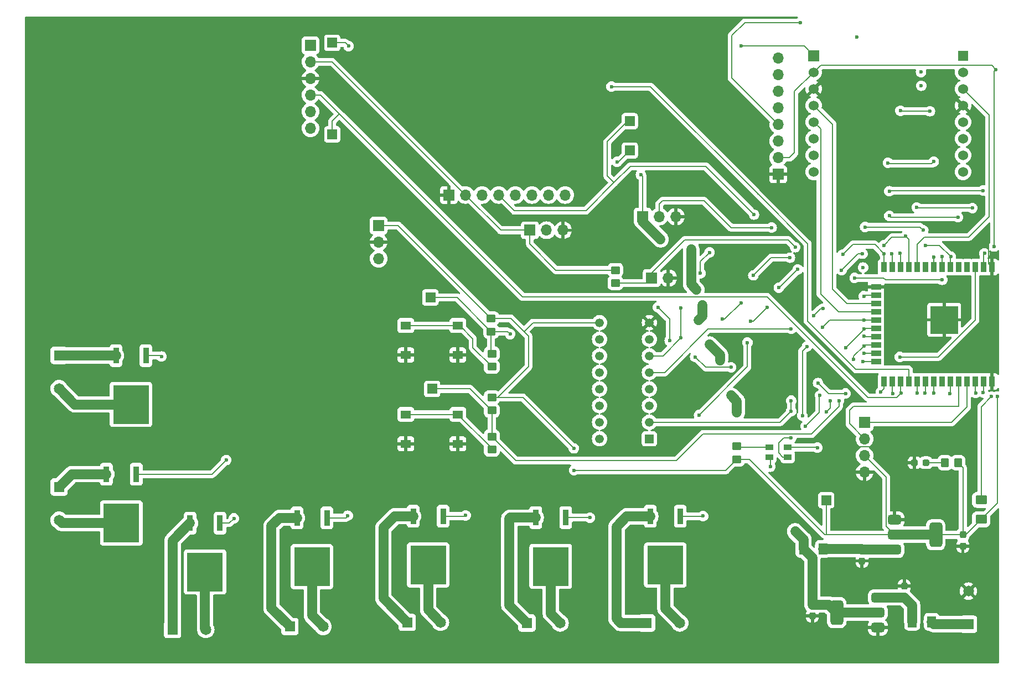
<source format=gbr>
%TF.GenerationSoftware,KiCad,Pcbnew,8.0.0*%
%TF.CreationDate,2025-03-23T20:25:23+05:30*%
%TF.ProjectId,MCU_motorcycle,4d43555f-6d6f-4746-9f72-6379636c652e,rev?*%
%TF.SameCoordinates,Original*%
%TF.FileFunction,Copper,L1,Top*%
%TF.FilePolarity,Positive*%
%FSLAX46Y46*%
G04 Gerber Fmt 4.6, Leading zero omitted, Abs format (unit mm)*
G04 Created by KiCad (PCBNEW 8.0.0) date 2025-03-23 20:25:23*
%MOMM*%
%LPD*%
G01*
G04 APERTURE LIST*
G04 Aperture macros list*
%AMRoundRect*
0 Rectangle with rounded corners*
0 $1 Rounding radius*
0 $2 $3 $4 $5 $6 $7 $8 $9 X,Y pos of 4 corners*
0 Add a 4 corners polygon primitive as box body*
4,1,4,$2,$3,$4,$5,$6,$7,$8,$9,$2,$3,0*
0 Add four circle primitives for the rounded corners*
1,1,$1+$1,$2,$3*
1,1,$1+$1,$4,$5*
1,1,$1+$1,$6,$7*
1,1,$1+$1,$8,$9*
0 Add four rect primitives between the rounded corners*
20,1,$1+$1,$2,$3,$4,$5,0*
20,1,$1+$1,$4,$5,$6,$7,0*
20,1,$1+$1,$6,$7,$8,$9,0*
20,1,$1+$1,$8,$9,$2,$3,0*%
G04 Aperture macros list end*
%TA.AperFunction,SMDPad,CuDef*%
%ADD10R,0.939800X2.489200*%
%TD*%
%TA.AperFunction,SMDPad,CuDef*%
%ADD11R,5.511800X5.918200*%
%TD*%
%TA.AperFunction,ComponentPad*%
%ADD12R,1.650000X1.650000*%
%TD*%
%TA.AperFunction,ComponentPad*%
%ADD13C,1.650000*%
%TD*%
%TA.AperFunction,SMDPad,CuDef*%
%ADD14R,1.500000X1.500000*%
%TD*%
%TA.AperFunction,ComponentPad*%
%ADD15R,1.328000X1.328000*%
%TD*%
%TA.AperFunction,ComponentPad*%
%ADD16C,1.328000*%
%TD*%
%TA.AperFunction,SMDPad,CuDef*%
%ADD17R,1.550000X1.300000*%
%TD*%
%TA.AperFunction,SMDPad,CuDef*%
%ADD18R,1.200000X0.900000*%
%TD*%
%TA.AperFunction,ComponentPad*%
%ADD19R,1.700000X1.700000*%
%TD*%
%TA.AperFunction,ComponentPad*%
%ADD20O,1.700000X1.700000*%
%TD*%
%TA.AperFunction,SMDPad,CuDef*%
%ADD21R,0.900000X1.500000*%
%TD*%
%TA.AperFunction,SMDPad,CuDef*%
%ADD22R,1.500000X0.900000*%
%TD*%
%TA.AperFunction,SMDPad,CuDef*%
%ADD23R,1.050000X1.050000*%
%TD*%
%TA.AperFunction,HeatsinkPad*%
%ADD24C,0.600000*%
%TD*%
%TA.AperFunction,SMDPad,CuDef*%
%ADD25R,4.200000X4.200000*%
%TD*%
%TA.AperFunction,SMDPad,CuDef*%
%ADD26RoundRect,0.375000X-0.625000X-0.375000X0.625000X-0.375000X0.625000X0.375000X-0.625000X0.375000X0*%
%TD*%
%TA.AperFunction,SMDPad,CuDef*%
%ADD27RoundRect,0.500000X-0.500000X-1.400000X0.500000X-1.400000X0.500000X1.400000X-0.500000X1.400000X0*%
%TD*%
%TA.AperFunction,SMDPad,CuDef*%
%ADD28RoundRect,0.250000X0.450000X-0.350000X0.450000X0.350000X-0.450000X0.350000X-0.450000X-0.350000X0*%
%TD*%
%TA.AperFunction,SMDPad,CuDef*%
%ADD29RoundRect,0.237500X-0.237500X0.300000X-0.237500X-0.300000X0.237500X-0.300000X0.237500X0.300000X0*%
%TD*%
%TA.AperFunction,SMDPad,CuDef*%
%ADD30RoundRect,0.250000X-0.450000X0.350000X-0.450000X-0.350000X0.450000X-0.350000X0.450000X0.350000X0*%
%TD*%
%TA.AperFunction,ComponentPad*%
%ADD31R,1.676400X1.676400*%
%TD*%
%TA.AperFunction,ComponentPad*%
%ADD32C,1.524000*%
%TD*%
%TA.AperFunction,ComponentPad*%
%ADD33R,1.524000X1.524000*%
%TD*%
%TA.AperFunction,SMDPad,CuDef*%
%ADD34RoundRect,0.250000X0.350000X0.450000X-0.350000X0.450000X-0.350000X-0.450000X0.350000X-0.450000X0*%
%TD*%
%TA.AperFunction,SMDPad,CuDef*%
%ADD35RoundRect,0.250001X0.462499X0.624999X-0.462499X0.624999X-0.462499X-0.624999X0.462499X-0.624999X0*%
%TD*%
%TA.AperFunction,SMDPad,CuDef*%
%ADD36RoundRect,0.375000X0.625000X0.375000X-0.625000X0.375000X-0.625000X-0.375000X0.625000X-0.375000X0*%
%TD*%
%TA.AperFunction,SMDPad,CuDef*%
%ADD37RoundRect,0.500000X0.500000X1.400000X-0.500000X1.400000X-0.500000X-1.400000X0.500000X-1.400000X0*%
%TD*%
%TA.AperFunction,SMDPad,CuDef*%
%ADD38RoundRect,0.250001X-0.624999X0.462499X-0.624999X-0.462499X0.624999X-0.462499X0.624999X0.462499X0*%
%TD*%
%TA.AperFunction,SMDPad,CuDef*%
%ADD39RoundRect,0.250001X-0.462499X-0.624999X0.462499X-0.624999X0.462499X0.624999X-0.462499X0.624999X0*%
%TD*%
%TA.AperFunction,SMDPad,CuDef*%
%ADD40RoundRect,0.237500X0.237500X-0.300000X0.237500X0.300000X-0.237500X0.300000X-0.237500X-0.300000X0*%
%TD*%
%TA.AperFunction,SMDPad,CuDef*%
%ADD41RoundRect,0.237500X-0.287500X-0.237500X0.287500X-0.237500X0.287500X0.237500X-0.287500X0.237500X0*%
%TD*%
%TA.AperFunction,ViaPad*%
%ADD42C,0.600000*%
%TD*%
%TA.AperFunction,Conductor*%
%ADD43C,1.500000*%
%TD*%
%TA.AperFunction,Conductor*%
%ADD44C,0.200000*%
%TD*%
G04 APERTURE END LIST*
D10*
%TO.P,MOSFET7,1,G*%
%TO.N,/MCU_ESP32/O7*%
X71987600Y-97396300D03*
%TO.P,MOSFET7,3,S*%
%TO.N,Net-(J17-Pin_1)*%
X67407600Y-97396300D03*
D11*
%TO.P,MOSFET7,2,D*%
%TO.N,Net-(J17-Pin_2)*%
X69697600Y-104876600D03*
%TD*%
D10*
%TO.P,MOSFET6,1,G*%
%TO.N,/MCU_ESP32/O6*%
X70514400Y-115557300D03*
%TO.P,MOSFET6,3,S*%
%TO.N,Net-(J16-Pin_1)*%
X65934400Y-115557300D03*
D11*
%TO.P,MOSFET6,2,D*%
%TO.N,Net-(J16-Pin_2)*%
X68224400Y-123037600D03*
%TD*%
D10*
%TO.P,MOSFET5,1,G*%
%TO.N,/MCU_ESP32/O5*%
X83316000Y-123050300D03*
%TO.P,MOSFET5,3,S*%
%TO.N,Net-(J15-Pin_1)*%
X78736000Y-123050300D03*
D11*
%TO.P,MOSFET5,2,D*%
%TO.N,Net-(J15-Pin_2)*%
X81026000Y-130530600D03*
%TD*%
D10*
%TO.P,MOSFET4,1,G*%
%TO.N,/MCU_ESP32/O4*%
X99673600Y-122237500D03*
%TO.P,MOSFET4,3,S*%
%TO.N,Net-(J14-Pin_1)*%
X95093600Y-122237500D03*
D11*
%TO.P,MOSFET4,2,D*%
%TO.N,Net-(J14-Pin_2)*%
X97383600Y-129717800D03*
%TD*%
D10*
%TO.P,MOSFET3,1,G*%
%TO.N,/MCU_ESP32/O3*%
X117453600Y-121983500D03*
%TO.P,MOSFET3,3,S*%
%TO.N,Net-(J13-Pin_1)*%
X112873600Y-121983500D03*
D11*
%TO.P,MOSFET3,2,D*%
%TO.N,Net-(J13-Pin_2)*%
X115163600Y-129463800D03*
%TD*%
D10*
%TO.P,MOSFET2,1,G*%
%TO.N,/MCU_ESP32/O2*%
X136198800Y-122212100D03*
%TO.P,MOSFET2,3,S*%
%TO.N,Net-(J12-Pin_1)*%
X131618800Y-122212100D03*
D11*
%TO.P,MOSFET2,2,D*%
%TO.N,Net-(J12-Pin_2)*%
X133908800Y-129692400D03*
%TD*%
D10*
%TO.P,MOSFET1,1,G*%
%TO.N,/MCU_ESP32/O1*%
X153724800Y-122008900D03*
%TO.P,MOSFET1,3,S*%
%TO.N,Net-(J11-Pin_1)*%
X149144800Y-122008900D03*
D11*
%TO.P,MOSFET1,2,D*%
%TO.N,Net-(J11-Pin_2)*%
X151434800Y-129489200D03*
%TD*%
D12*
%TO.P,J13,1,Pin_1*%
%TO.N,Net-(J13-Pin_1)*%
X111970000Y-138250000D03*
D13*
%TO.P,J13,2,Pin_2*%
%TO.N,Net-(J13-Pin_2)*%
X117050000Y-138250000D03*
%TD*%
D14*
%TO.P,TP1,1,1*%
%TO.N,/MCU_ESP32/EN*%
X115500000Y-88500000D03*
%TD*%
D15*
%TO.P,U5,1,I1*%
%TO.N,/MCU_ESP32/L1*%
X149000000Y-110140000D03*
D16*
%TO.P,U5,2,I2*%
%TO.N,/MCU_ESP32/L2*%
X149000000Y-107600000D03*
%TO.P,U5,3,I3*%
%TO.N,/MCU_ESP32/L3*%
X149000000Y-105060000D03*
%TO.P,U5,4,I4*%
%TO.N,/MCU_ESP32/L4*%
X149000000Y-102520000D03*
%TO.P,U5,5,I5*%
%TO.N,/MCU_ESP32/L5*%
X149000000Y-99980000D03*
%TO.P,U5,6,I6*%
%TO.N,/MCU_ESP32/L6*%
X149000000Y-97440000D03*
%TO.P,U5,7,I7*%
%TO.N,/MCU_ESP32/L7*%
X149000000Y-94900000D03*
%TO.P,U5,8,GND*%
%TO.N,GND*%
X149000000Y-92360000D03*
%TO.P,U5,9,COM*%
%TO.N,Vcc*%
X141380000Y-92360000D03*
%TO.P,U5,10,O7*%
%TO.N,/MCU_ESP32/O7*%
X141380000Y-94900000D03*
%TO.P,U5,11,O6*%
%TO.N,/MCU_ESP32/O6*%
X141380000Y-97440000D03*
%TO.P,U5,12,O5*%
%TO.N,/MCU_ESP32/O5*%
X141380000Y-99980000D03*
%TO.P,U5,13,O4*%
%TO.N,/MCU_ESP32/O4*%
X141380000Y-102520000D03*
%TO.P,U5,14,O3*%
%TO.N,/MCU_ESP32/O3*%
X141380000Y-105060000D03*
%TO.P,U5,15,O2*%
%TO.N,/MCU_ESP32/O2*%
X141380000Y-107600000D03*
%TO.P,U5,16,O1*%
%TO.N,/MCU_ESP32/O1*%
X141380000Y-110140000D03*
%TD*%
D17*
%TO.P,SW1,1,1*%
%TO.N,Net-(R4-Pad2)*%
X111750000Y-92800000D03*
X119700000Y-92800000D03*
%TO.P,SW1,2,2*%
%TO.N,GND*%
X111750000Y-97300000D03*
X119700000Y-97300000D03*
%TD*%
D18*
%TO.P,D5,1,A*%
%TO.N,Net-(D5-A)*%
X167362500Y-111475000D03*
%TO.P,D5,2,RK*%
%TO.N,/MCU_ESP32/R*%
X170162500Y-111475000D03*
%TO.P,D5,3,GK*%
%TO.N,/MCU_ESP32/G*%
X170162500Y-112925000D03*
%TO.P,D5,4,BK*%
%TO.N,/MCU_ESP32/B*%
X167362500Y-112925000D03*
%TD*%
D14*
%TO.P,TP4,1,1*%
%TO.N,/MCU_ESP32/Tx_BL*%
X100500000Y-49500000D03*
%TD*%
D19*
%TO.P,J8,1,Pin_1*%
%TO.N,GND*%
X118320000Y-72800000D03*
D20*
%TO.P,J8,2,Pin_2*%
%TO.N,Vcc*%
X120860000Y-72800000D03*
%TO.P,J8,3,Pin_3*%
%TO.N,/MCU_ESP32/SCL*%
X123400000Y-72800000D03*
%TO.P,J8,4,Pin_4*%
%TO.N,/MCU_ESP32/SDA*%
X125940000Y-72800000D03*
%TO.P,J8,5,Pin_5*%
%TO.N,unconnected-(J8-Pin_5-Pad5)*%
X128480000Y-72800000D03*
%TO.P,J8,6,Pin_6*%
%TO.N,unconnected-(J8-Pin_6-Pad6)*%
X131020000Y-72800000D03*
%TO.P,J8,7,Pin_7*%
%TO.N,unconnected-(J8-Pin_7-Pad7)*%
X133560000Y-72800000D03*
%TO.P,J8,8,Pin_8*%
%TO.N,unconnected-(J8-Pin_8-Pad8)*%
X136100000Y-72800000D03*
%TD*%
D19*
%TO.P,J4,1,Pin_1*%
%TO.N,/MCU_ESP32/OUT_FS*%
X149360000Y-85500000D03*
D20*
%TO.P,J4,2,Pin_2*%
%TO.N,GND*%
X151900000Y-85500000D03*
%TD*%
D21*
%TO.P,U1,1,GND*%
%TO.N,GND*%
X201420000Y-83850000D03*
%TO.P,U1,2,VDD*%
%TO.N,Net-(U1-VDD)*%
X200150000Y-83850000D03*
%TO.P,U1,3,EN*%
%TO.N,/MCU_ESP32/EN*%
X198880000Y-83850000D03*
%TO.P,U1,4,SENSOR_VP*%
%TO.N,unconnected-(U1-SENSOR_VP-Pad4)*%
X197610000Y-83850000D03*
%TO.P,U1,5,SENSOR_VN*%
%TO.N,unconnected-(U1-SENSOR_VN-Pad5)*%
X196340000Y-83850000D03*
%TO.P,U1,6,IO34*%
%TO.N,/MCU_ESP32/OUT*%
X195070000Y-83850000D03*
%TO.P,U1,7,IO35*%
%TO.N,/MCU_ESP32/OUT_FS*%
X193800000Y-83850000D03*
%TO.P,U1,8,IO32*%
%TO.N,/MCU_ESP32/INT1*%
X192530000Y-83850000D03*
%TO.P,U1,9,IO33*%
%TO.N,unconnected-(U1-IO33-Pad9)*%
X191260000Y-83850000D03*
%TO.P,U1,10,IO25*%
%TO.N,/MCU_ESP32/PWK*%
X189990000Y-83850000D03*
%TO.P,U1,11,IO26*%
%TO.N,/MCU_ESP32/L1*%
X188720000Y-83850000D03*
%TO.P,U1,12,IO27*%
%TO.N,/MCU_ESP32/OUT_L*%
X187450000Y-83850000D03*
%TO.P,U1,13,IO14*%
%TO.N,/MCU_ESP32/L6*%
X186180000Y-83850000D03*
%TO.P,U1,14,IO12*%
%TO.N,/MCU_ESP32/L4*%
X184910000Y-83850000D03*
D22*
%TO.P,U1,15,GND*%
%TO.N,GND*%
X183660000Y-86890000D03*
%TO.P,U1,16,IO13*%
%TO.N,/MCU_ESP32/L5*%
X183660000Y-88160000D03*
%TO.P,U1,17,SHD/SD2*%
%TO.N,/MCU_ESP32/Rx_s*%
X183660000Y-89430000D03*
%TO.P,U1,18,SWP/SD3*%
%TO.N,/MCU_ESP32/Tx_s*%
X183660000Y-90700000D03*
%TO.P,U1,19,SCS/CMD*%
%TO.N,/MCU_ESP32/B*%
X183660000Y-91970000D03*
%TO.P,U1,20,SCK/CLK*%
%TO.N,/MCU_ESP32/G*%
X183660000Y-93240000D03*
%TO.P,U1,21,SDO/SD0*%
%TO.N,/MCU_ESP32/D0*%
X183660000Y-94510000D03*
%TO.P,U1,22,SDI/SD1*%
%TO.N,/MCU_ESP32/R*%
X183660000Y-95780000D03*
%TO.P,U1,23,IO15*%
%TO.N,/MCU_ESP32/L7*%
X183660000Y-97050000D03*
%TO.P,U1,24,IO2*%
%TO.N,/MCU_ESP32/L2*%
X183660000Y-98320000D03*
D21*
%TO.P,U1,25,IO0*%
%TO.N,/MCU_ESP32/BOOT*%
X184910000Y-101350000D03*
%TO.P,U1,26,IO4*%
%TO.N,/MCU_ESP32/L3*%
X186180000Y-101350000D03*
%TO.P,U1,27,IO16*%
%TO.N,/MCU_ESP32/Rx_BL*%
X187450000Y-101350000D03*
%TO.P,U1,28,IO17*%
%TO.N,/MCU_ESP32/Tx_BL*%
X188720000Y-101350000D03*
%TO.P,U1,29,IO5*%
%TO.N,/MCU_ESP32/CS*%
X189990000Y-101350000D03*
%TO.P,U1,30,IO18*%
%TO.N,/MCU_ESP32/SCK*%
X191260000Y-101350000D03*
%TO.P,U1,31,IO19*%
%TO.N,/MCU_ESP32/MISO*%
X192530000Y-101350000D03*
%TO.P,U1,32,NC*%
%TO.N,unconnected-(U1-NC-Pad32)*%
X193800000Y-101350000D03*
%TO.P,U1,33,IO21*%
%TO.N,/MCU_ESP32/SDA*%
X195070000Y-101350000D03*
%TO.P,U1,34,RXD0/IO3*%
%TO.N,/MCU_ESP32/Rx*%
X196340000Y-101350000D03*
%TO.P,U1,35,TXD0/IO1*%
%TO.N,/MCU_ESP32/Tx*%
X197610000Y-101350000D03*
%TO.P,U1,36,IO22*%
%TO.N,/MCU_ESP32/SCL*%
X198880000Y-101350000D03*
%TO.P,U1,37,IO23*%
%TO.N,/MCU_ESP32/MOSI*%
X200150000Y-101350000D03*
%TO.P,U1,38,GND*%
%TO.N,GND*%
X201420000Y-101350000D03*
D23*
%TO.P,U1,39,GND*%
X195605000Y-90395000D03*
D24*
X194842500Y-90395000D03*
D23*
X194080000Y-90395000D03*
D24*
X193317500Y-90395000D03*
D23*
X192555000Y-90395000D03*
D24*
X195605000Y-91157500D03*
X194080000Y-91157500D03*
X192555000Y-91157500D03*
D23*
X195605000Y-91920000D03*
D24*
X194842500Y-91920000D03*
D23*
X194080000Y-91920000D03*
D25*
X194080000Y-91920000D03*
D24*
X193317500Y-91920000D03*
D23*
X192555000Y-91920000D03*
D24*
X195605000Y-92682500D03*
X194080000Y-92682500D03*
X192555000Y-92682500D03*
D23*
X195605000Y-93445000D03*
D24*
X194842500Y-93445000D03*
D23*
X194080000Y-93445000D03*
D24*
X193317500Y-93445000D03*
D23*
X192555000Y-93445000D03*
%TD*%
D26*
%TO.P,U13,1,GND*%
%TO.N,GND*%
X186500000Y-122525000D03*
%TO.P,U13,2,VO*%
%TO.N,Vcc*%
X186500000Y-124825000D03*
D27*
X192800000Y-124825000D03*
D26*
%TO.P,U13,3,VI*%
%TO.N,Net-(U13-VI)*%
X186500000Y-127125000D03*
%TD*%
D28*
%TO.P,R1,1*%
%TO.N,Vcc*%
X162400000Y-113300000D03*
%TO.P,R1,2*%
%TO.N,Net-(D5-A)*%
X162400000Y-111300000D03*
%TD*%
D29*
%TO.P,C7,1*%
%TO.N,/MCU_ESP32/Vin*%
X173925000Y-135525000D03*
%TO.P,C7,2*%
%TO.N,GND*%
X173925000Y-137250000D03*
%TD*%
D30*
%TO.P,R6,1*%
%TO.N,/MCU_ESP32/BOOT*%
X124900000Y-109800000D03*
%TO.P,R6,2*%
%TO.N,Net-(R6-Pad2)*%
X124900000Y-111800000D03*
%TD*%
D31*
%TO.P,CON1,P1,AN*%
%TO.N,/MCU_ESP32/Vin*%
X174127500Y-51472500D03*
D32*
%TO.P,CON1,P2,RST*%
%TO.N,Vcc*%
X174127500Y-54012500D03*
%TO.P,CON1,P3,CS*%
%TO.N,GND*%
X174127500Y-56552500D03*
%TO.P,CON1,P4,SCK*%
%TO.N,/MCU_ESP32/Rx_s*%
X174127500Y-59092500D03*
%TO.P,CON1,P5,MISO*%
%TO.N,/MCU_ESP32/Tx_s*%
X174127500Y-61632500D03*
%TO.P,CON1,P6,MOSI*%
%TO.N,unconnected-(CON1-MOSI-PadP6)*%
X174127500Y-64172500D03*
%TO.P,CON1,P7,3V3*%
%TO.N,unconnected-(CON1-3V3-PadP7)*%
X174127500Y-66712500D03*
%TO.P,CON1,P8,GND1*%
%TO.N,unconnected-(CON1-GND1-PadP8)*%
X174127500Y-69252500D03*
%TO.P,CON1,P9,GND2*%
%TO.N,unconnected-(CON1-GND2-PadP9)*%
X196987500Y-69252500D03*
%TO.P,CON1,P10,5V*%
%TO.N,unconnected-(CON1-5V-PadP10)*%
X196987500Y-66712500D03*
%TO.P,CON1,P11,SDA*%
%TO.N,unconnected-(CON1-SDA-PadP11)*%
X196987500Y-64172500D03*
%TO.P,CON1,P12,SCL*%
%TO.N,unconnected-(CON1-SCL-PadP12)*%
X196987500Y-61632500D03*
%TO.P,CON1,P13,TX*%
%TO.N,GND*%
X196987500Y-59092500D03*
%TO.P,CON1,P14,RX*%
%TO.N,/MCU_ESP32/PWK*%
X196987500Y-56552500D03*
%TO.P,CON1,P15,INT*%
%TO.N,unconnected-(CON1-INT-PadP15)*%
X196987500Y-54012500D03*
D33*
%TO.P,CON1,P16,PWM*%
%TO.N,unconnected-(CON1-PWM-PadP16)*%
X196987500Y-51472500D03*
%TD*%
D19*
%TO.P,J18,1,Pin_1*%
%TO.N,Vcc*%
X130720000Y-78200000D03*
D20*
%TO.P,J18,2,Pin_2*%
%TO.N,/MCU_ESP32/OUT_L*%
X133260000Y-78200000D03*
%TO.P,J18,3,Pin_3*%
%TO.N,GND*%
X135800000Y-78200000D03*
%TD*%
D14*
%TO.P,TP3,1,1*%
%TO.N,/MCU_ESP32/Rx_BL*%
X100500000Y-63500000D03*
%TD*%
D12*
%TO.P,J10,1,Pin_1*%
%TO.N,/MCU_ESP32/Vbat*%
X197800000Y-138540000D03*
D13*
%TO.P,J10,2,Pin_2*%
%TO.N,GND*%
X197800000Y-133460000D03*
%TD*%
D14*
%TO.P,TP5,1,1*%
%TO.N,Vcc*%
X176050000Y-119530000D03*
%TD*%
D19*
%TO.P,J6,1,Pin_1*%
%TO.N,unconnected-(J6-Pin_1-Pad1)*%
X97150000Y-49875000D03*
D20*
%TO.P,J6,2,Pin_2*%
%TO.N,Vcc*%
X97150000Y-52415000D03*
%TO.P,J6,3,Pin_3*%
%TO.N,GND*%
X97150000Y-54955000D03*
%TO.P,J6,4,Pin_4*%
%TO.N,/MCU_ESP32/Rx_BL*%
X97150000Y-57495000D03*
%TO.P,J6,5,Pin_5*%
%TO.N,/MCU_ESP32/Tx_BL*%
X97150000Y-60035000D03*
%TO.P,J6,6,Pin_6*%
%TO.N,unconnected-(J6-Pin_6-Pad6)*%
X97150000Y-62575000D03*
%TD*%
D14*
%TO.P,TP2,1,1*%
%TO.N,/MCU_ESP32/BOOT*%
X115770000Y-102500000D03*
%TD*%
D17*
%TO.P,SW2,1,1*%
%TO.N,Net-(R6-Pad2)*%
X111750000Y-106400000D03*
X119700000Y-106400000D03*
%TO.P,SW2,2,2*%
%TO.N,GND*%
X111750000Y-110900000D03*
X119700000Y-110900000D03*
%TD*%
D12*
%TO.P,J14,1,Pin_1*%
%TO.N,Net-(J14-Pin_1)*%
X94010000Y-138900000D03*
D13*
%TO.P,J14,2,Pin_2*%
%TO.N,Net-(J14-Pin_2)*%
X99090000Y-138900000D03*
%TD*%
D30*
%TO.P,R8,1*%
%TO.N,Vcc*%
X143800000Y-84300000D03*
%TO.P,R8,2*%
%TO.N,/MCU_ESP32/OUT_FS*%
X143800000Y-86300000D03*
%TD*%
D34*
%TO.P,R9,1*%
%TO.N,Vcc*%
X196200000Y-113800000D03*
%TO.P,R9,2*%
%TO.N,Net-(D4-A)*%
X194200000Y-113800000D03*
%TD*%
D29*
%TO.P,C4,1*%
%TO.N,Net-(U13-VI)*%
X181525000Y-127112500D03*
%TO.P,C4,2*%
%TO.N,GND*%
X181525000Y-128837500D03*
%TD*%
D12*
%TO.P,J16,1,Pin_1*%
%TO.N,Net-(J16-Pin_1)*%
X58700000Y-117520000D03*
D13*
%TO.P,J16,2,Pin_2*%
%TO.N,Net-(J16-Pin_2)*%
X58700000Y-122600000D03*
%TD*%
D12*
%TO.P,J15,1,Pin_1*%
%TO.N,Net-(J15-Pin_1)*%
X76070000Y-139350000D03*
D13*
%TO.P,J15,2,Pin_2*%
%TO.N,Net-(J15-Pin_2)*%
X81150000Y-139350000D03*
%TD*%
D35*
%TO.P,F1,1*%
%TO.N,/MCU_ESP32/Vbat*%
X192175000Y-138175000D03*
%TO.P,F1,2*%
%TO.N,Net-(U4-VI)*%
X189200000Y-138175000D03*
%TD*%
D36*
%TO.P,U4,1,GND*%
%TO.N,GND*%
X183950000Y-139050000D03*
%TO.P,U4,2,VO*%
%TO.N,/MCU_ESP32/Vin*%
X183950000Y-136750000D03*
D37*
X177650000Y-136750000D03*
D36*
%TO.P,U4,3,VI*%
%TO.N,Net-(U4-VI)*%
X183950000Y-134450000D03*
%TD*%
D12*
%TO.P,J12,1,Pin_1*%
%TO.N,Net-(J12-Pin_1)*%
X130270000Y-138350000D03*
D13*
%TO.P,J12,2,Pin_2*%
%TO.N,Net-(J12-Pin_2)*%
X135350000Y-138350000D03*
%TD*%
D30*
%TO.P,R3,1*%
%TO.N,Vcc*%
X124800000Y-91700000D03*
%TO.P,R3,2*%
%TO.N,/MCU_ESP32/EN*%
X124800000Y-93700000D03*
%TD*%
D19*
%TO.P,J3,1,Pin_1*%
%TO.N,GND*%
X168700000Y-69640000D03*
D20*
%TO.P,J3,2,Pin_2*%
%TO.N,Vcc*%
X168700000Y-67100000D03*
%TO.P,J3,3,Pin_3*%
%TO.N,/MCU_ESP32/CS*%
X168700000Y-64560000D03*
%TO.P,J3,4,Pin_4*%
%TO.N,/MCU_ESP32/INT1*%
X168700000Y-62020000D03*
%TO.P,J3,5,Pin_5*%
%TO.N,unconnected-(J3-Pin_5-Pad5)*%
X168700000Y-59480000D03*
%TO.P,J3,6,Pin_6*%
%TO.N,/MCU_ESP32/MISO*%
X168700000Y-56940000D03*
%TO.P,J3,7,Pin_7*%
%TO.N,/MCU_ESP32/MOSI*%
X168700000Y-54400000D03*
%TO.P,J3,8,Pin_8*%
%TO.N,/MCU_ESP32/SCK*%
X168700000Y-51860000D03*
%TD*%
D19*
%TO.P,J9,1,Pin_1*%
%TO.N,/MCU_ESP32/Tx*%
X181925000Y-107620000D03*
D20*
%TO.P,J9,2,Pin_2*%
%TO.N,/MCU_ESP32/Rx*%
X181925000Y-110160000D03*
%TO.P,J9,3,Pin_3*%
%TO.N,Vcc*%
X181925000Y-112700000D03*
%TO.P,J9,4,Pin_4*%
%TO.N,GND*%
X181925000Y-115240000D03*
%TD*%
D12*
%TO.P,J11,1,Pin_1*%
%TO.N,Net-(J11-Pin_1)*%
X148570000Y-138350000D03*
D13*
%TO.P,J11,2,Pin_2*%
%TO.N,Net-(J11-Pin_2)*%
X153650000Y-138350000D03*
%TD*%
D38*
%TO.P,F3,1*%
%TO.N,Net-(U1-VDD)*%
X199750000Y-119500000D03*
%TO.P,F3,2*%
%TO.N,Vcc*%
X199750000Y-122475000D03*
%TD*%
D14*
%TO.P,TP8,1,1*%
%TO.N,/MCU_ESP32/SCL*%
X146000000Y-66000000D03*
%TD*%
%TO.P,TP7,1,1*%
%TO.N,/MCU_ESP32/SDA*%
X146000000Y-61500000D03*
%TD*%
D19*
%TO.P,J2,1,Pin_1*%
%TO.N,Vcc*%
X107600000Y-77475000D03*
D20*
%TO.P,J2,2,Pin_2*%
%TO.N,GND*%
X107600000Y-80015000D03*
%TO.P,J2,3,Pin_3*%
%TO.N,/MCU_ESP32/D0*%
X107600000Y-82555000D03*
%TD*%
D39*
%TO.P,F2,1*%
%TO.N,/MCU_ESP32/Vin*%
X172575000Y-127000000D03*
%TO.P,F2,2*%
%TO.N,Net-(U13-VI)*%
X175550000Y-127000000D03*
%TD*%
D30*
%TO.P,R4,1*%
%TO.N,/MCU_ESP32/EN*%
X124900000Y-97100000D03*
%TO.P,R4,2*%
%TO.N,Net-(R4-Pad2)*%
X124900000Y-99100000D03*
%TD*%
D19*
%TO.P,J1,1,Pin_1*%
%TO.N,/MCU_ESP32/Vin*%
X147960000Y-76100000D03*
D20*
%TO.P,J1,2,Pin_2*%
%TO.N,/MCU_ESP32/OUT*%
X150500000Y-76100000D03*
%TO.P,J1,3,Pin_3*%
%TO.N,GND*%
X153040000Y-76100000D03*
%TD*%
D12*
%TO.P,J17,1,Pin_1*%
%TO.N,Net-(J17-Pin_1)*%
X58700000Y-97370000D03*
D13*
%TO.P,J17,2,Pin_2*%
%TO.N,Net-(J17-Pin_2)*%
X58700000Y-102450000D03*
%TD*%
D40*
%TO.P,C6,1*%
%TO.N,Net-(U4-VI)*%
X187987500Y-134437500D03*
%TO.P,C6,2*%
%TO.N,GND*%
X187987500Y-132712500D03*
%TD*%
D30*
%TO.P,R5,1*%
%TO.N,Vcc*%
X124900000Y-103800000D03*
%TO.P,R5,2*%
%TO.N,/MCU_ESP32/BOOT*%
X124900000Y-105800000D03*
%TD*%
D29*
%TO.P,C5,1*%
%TO.N,Vcc*%
X196950000Y-124850000D03*
%TO.P,C5,2*%
%TO.N,GND*%
X196950000Y-126575000D03*
%TD*%
D41*
%TO.P,D4,1,K*%
%TO.N,GND*%
X189550000Y-113800000D03*
%TO.P,D4,2,A*%
%TO.N,Net-(D4-A)*%
X191300000Y-113800000D03*
%TD*%
D42*
%TO.N,/MCU_ESP32/O1*%
X157226000Y-121970800D03*
%TO.N,/MCU_ESP32/O2*%
X139903200Y-122224800D03*
%TO.N,/MCU_ESP32/O3*%
X120904000Y-121869200D03*
%TO.N,/MCU_ESP32/O4*%
X102870000Y-121920000D03*
%TO.N,/MCU_ESP32/O5*%
X85445600Y-122326400D03*
%TO.N,/MCU_ESP32/O6*%
X84277200Y-113385600D03*
%TO.N,/MCU_ESP32/O7*%
X74371200Y-97536000D03*
%TO.N,*%
X181700000Y-83900000D03*
%TO.N,GND*%
X178750000Y-111100000D03*
X200600000Y-80300000D03*
X186250000Y-111150000D03*
X179050000Y-114150000D03*
%TO.N,Vcc*%
X202200000Y-103675000D03*
X201700000Y-80700000D03*
X137500000Y-114950000D03*
X202025000Y-53625000D03*
X137450000Y-111600000D03*
%TO.N,/MCU_ESP32/Vin*%
X147700000Y-69700000D03*
X171300000Y-124300000D03*
X155400000Y-81100000D03*
X157100000Y-89700000D03*
X156200000Y-87300000D03*
X161500000Y-103500000D03*
X158200000Y-95700000D03*
X159800000Y-98150000D03*
X163000000Y-50000000D03*
X156500000Y-92000000D03*
X150700000Y-79600000D03*
X162400000Y-106100000D03*
%TO.N,/MCU_ESP32/R*%
X174700000Y-111500000D03*
X181800000Y-95900000D03*
X180200000Y-98000000D03*
X176700000Y-104300000D03*
X176100000Y-106000000D03*
%TO.N,/MCU_ESP32/B*%
X173100000Y-96000000D03*
X181800000Y-92000000D03*
X175500000Y-93100000D03*
X167500000Y-114400000D03*
X172400000Y-106600000D03*
%TO.N,/MCU_ESP32/G*%
X175100000Y-103500000D03*
X172900000Y-108200000D03*
X179000000Y-96200000D03*
X181800000Y-93300000D03*
X170700000Y-110000000D03*
%TO.N,Net-(U1-VDD)*%
X201300000Y-103675000D03*
X200250000Y-81750000D03*
%TO.N,/MCU_ESP32/OUT*%
X191200000Y-80500000D03*
X167700000Y-77800000D03*
X195090000Y-82230000D03*
X182000000Y-77700000D03*
X190900000Y-78200000D03*
%TO.N,/MCU_ESP32/D0*%
X181800000Y-94400000D03*
%TO.N,/MCU_ESP32/CS*%
X189925000Y-103150000D03*
X190575000Y-56075000D03*
%TO.N,/MCU_ESP32/OUT_FS*%
X171300000Y-80800000D03*
X180400000Y-85500000D03*
X193800000Y-85800000D03*
X193800000Y-82230000D03*
%TO.N,/MCU_ESP32/Tx_BL*%
X103000000Y-50000000D03*
X143200000Y-56200000D03*
%TO.N,/MCU_ESP32/SCL*%
X198400000Y-74800000D03*
X144050000Y-67720000D03*
X189900000Y-74700000D03*
X198900000Y-103100000D03*
%TO.N,/MCU_ESP32/OUT_L*%
X187300000Y-81700000D03*
%TO.N,/MCU_ESP32/EN*%
X156000000Y-97600000D03*
X179000000Y-103200000D03*
X187300000Y-97600000D03*
X174800000Y-101600000D03*
X150300000Y-90000000D03*
X161500000Y-99200000D03*
X127700000Y-94100000D03*
X152100000Y-95100000D03*
%TO.N,/MCU_ESP32/BOOT*%
X178000000Y-104300000D03*
X184400000Y-103000000D03*
%TO.N,/MCU_ESP32/MISO*%
X192500000Y-103175000D03*
X191925000Y-59975000D03*
X180700000Y-48600000D03*
X187400000Y-59900000D03*
%TO.N,/MCU_ESP32/SDA*%
X185700000Y-76000000D03*
X196200000Y-76200000D03*
X165000000Y-75800000D03*
X195000000Y-103200000D03*
%TO.N,/MCU_ESP32/L5*%
X174100000Y-91300000D03*
X181800000Y-88300000D03*
X175600000Y-90200000D03*
X170700000Y-93300000D03*
%TO.N,/MCU_ESP32/L4*%
X170500000Y-82400000D03*
X160200000Y-91800000D03*
X178600000Y-81900000D03*
X164900000Y-85100000D03*
X184900000Y-81800000D03*
X163000000Y-89300000D03*
%TO.N,/MCU_ESP32/SCK*%
X192500000Y-67700000D03*
X191175000Y-103100000D03*
X185500000Y-67880000D03*
%TO.N,/MCU_ESP32/L3*%
X186200000Y-103200000D03*
%TO.N,/MCU_ESP32/L6*%
X158200000Y-81600000D03*
X186100000Y-81800000D03*
X153800000Y-94700000D03*
X153800000Y-90100000D03*
X156800000Y-84800000D03*
%TO.N,/MCU_ESP32/L2*%
X181700000Y-98300000D03*
X170700000Y-105900000D03*
X170700000Y-104300000D03*
%TO.N,/MCU_ESP32/L7*%
X181800000Y-97000000D03*
%TO.N,/MCU_ESP32/MOSI*%
X185700000Y-72220000D03*
X200025000Y-72130000D03*
X200075000Y-103050000D03*
%TO.N,/MCU_ESP32/Rx_BL*%
X187500000Y-103100000D03*
%TO.N,/MCU_ESP32/L1*%
X184900000Y-80500000D03*
X181600000Y-81800000D03*
X164000000Y-95400000D03*
X168800000Y-87000000D03*
X164500000Y-92100000D03*
X167000000Y-90000000D03*
X188200000Y-79100000D03*
X156600000Y-106500000D03*
X178400000Y-84300000D03*
X171700000Y-84200000D03*
%TO.N,/MCU_ESP32/INT1*%
X190550000Y-53975000D03*
X192525000Y-82275000D03*
X172100000Y-46400000D03*
%TD*%
D43*
%TO.N,Net-(J15-Pin_1)*%
X76070000Y-125716300D02*
X76070000Y-139350000D01*
X78736000Y-123050300D02*
X76070000Y-125716300D01*
%TO.N,Net-(J15-Pin_2)*%
X81026000Y-139226000D02*
X81150000Y-139350000D01*
X81026000Y-130530600D02*
X81026000Y-139226000D01*
D44*
%TO.N,/MCU_ESP32/O5*%
X84721700Y-123050300D02*
X83316000Y-123050300D01*
X85445600Y-122326400D02*
X84721700Y-123050300D01*
D43*
%TO.N,Net-(J14-Pin_1)*%
X91186000Y-136076000D02*
X94010000Y-138900000D01*
X91186000Y-123494800D02*
X91186000Y-136076000D01*
X92443300Y-122237500D02*
X91186000Y-123494800D01*
X95093600Y-122237500D02*
X92443300Y-122237500D01*
%TO.N,Net-(J14-Pin_2)*%
X97383600Y-137193600D02*
X99090000Y-138900000D01*
X97383600Y-129717800D02*
X97383600Y-137193600D01*
D44*
%TO.N,/MCU_ESP32/O4*%
X102870000Y-121920000D02*
X102552500Y-122237500D01*
X102552500Y-122237500D02*
X99673600Y-122237500D01*
D43*
%TO.N,Net-(J13-Pin_1)*%
X108305600Y-134585600D02*
X111970000Y-138250000D01*
X108305600Y-123748800D02*
X108305600Y-134585600D01*
X110070900Y-121983500D02*
X108305600Y-123748800D01*
X112873600Y-121983500D02*
X110070900Y-121983500D01*
%TO.N,Net-(J13-Pin_2)*%
X115163600Y-136363600D02*
X117050000Y-138250000D01*
X115163600Y-129463800D02*
X115163600Y-136363600D01*
D44*
%TO.N,/MCU_ESP32/O3*%
X120904000Y-121869200D02*
X120789700Y-121983500D01*
X120789700Y-121983500D02*
X117453600Y-121983500D01*
D43*
%TO.N,Net-(J12-Pin_1)*%
X127558800Y-122377200D02*
X127558800Y-135638800D01*
X127723900Y-122212100D02*
X127558800Y-122377200D01*
X131618800Y-122212100D02*
X127723900Y-122212100D01*
X127558800Y-135638800D02*
X130270000Y-138350000D01*
%TO.N,Net-(J12-Pin_2)*%
X133908800Y-136908800D02*
X135350000Y-138350000D01*
X133908800Y-129692400D02*
X133908800Y-136908800D01*
D44*
%TO.N,/MCU_ESP32/O2*%
X139890500Y-122212100D02*
X136198800Y-122212100D01*
X139903200Y-122224800D02*
X139890500Y-122212100D01*
D43*
%TO.N,Net-(J11-Pin_1)*%
X144598400Y-138350000D02*
X148570000Y-138350000D01*
X143967200Y-123596400D02*
X143967200Y-137718800D01*
X145554700Y-122008900D02*
X143967200Y-123596400D01*
X143967200Y-137718800D02*
X144598400Y-138350000D01*
X149144800Y-122008900D02*
X145554700Y-122008900D01*
%TO.N,Net-(J11-Pin_2)*%
X151434800Y-136134800D02*
X153650000Y-138350000D01*
X151434800Y-129489200D02*
X151434800Y-136134800D01*
D44*
%TO.N,/MCU_ESP32/O1*%
X157226000Y-121970800D02*
X157187900Y-122008900D01*
X157187900Y-122008900D02*
X153724800Y-122008900D01*
D43*
%TO.N,Net-(J16-Pin_2)*%
X59137600Y-123037600D02*
X58700000Y-122600000D01*
X68224400Y-123037600D02*
X59137600Y-123037600D01*
%TO.N,Net-(J16-Pin_1)*%
X60662700Y-115557300D02*
X58700000Y-117520000D01*
X65934400Y-115557300D02*
X60662700Y-115557300D01*
D44*
%TO.N,/MCU_ESP32/O6*%
X82105500Y-115557300D02*
X70514400Y-115557300D01*
X84277200Y-113385600D02*
X82105500Y-115557300D01*
D43*
%TO.N,Net-(J17-Pin_2)*%
X69697600Y-104876600D02*
X61126600Y-104876600D01*
X61126600Y-104876600D02*
X58700000Y-102450000D01*
%TO.N,Net-(J17-Pin_1)*%
X58726300Y-97396300D02*
X58700000Y-97370000D01*
X67407600Y-97396300D02*
X58726300Y-97396300D01*
D44*
%TO.N,/MCU_ESP32/O7*%
X74231500Y-97396300D02*
X71987600Y-97396300D01*
X74371200Y-97536000D02*
X74231500Y-97396300D01*
D43*
%TO.N,Net-(U13-VI)*%
X181525000Y-127112500D02*
X186487500Y-127112500D01*
X175550000Y-127000000D02*
X181412500Y-127000000D01*
X181412500Y-127000000D02*
X181525000Y-127112500D01*
X186487500Y-127112500D02*
X186500000Y-127125000D01*
D44*
%TO.N,GND*%
X186250000Y-111150000D02*
X186090000Y-111310000D01*
X200900000Y-82800000D02*
X200900000Y-83330000D01*
X200850000Y-80550000D02*
X200850000Y-82750000D01*
X200850000Y-82750000D02*
X200900000Y-82800000D01*
X186090000Y-111310000D02*
X178960000Y-111310000D01*
X178960000Y-111310000D02*
X178750000Y-111100000D01*
X180140000Y-115240000D02*
X179050000Y-114150000D01*
X200600000Y-80300000D02*
X200850000Y-80550000D01*
X181925000Y-115240000D02*
X180140000Y-115240000D01*
X200900000Y-83330000D02*
X201420000Y-83850000D01*
%TO.N,Vcc*%
X137450000Y-111600000D02*
X129650000Y-103800000D01*
X162400000Y-113300000D02*
X162350000Y-113300000D01*
X201700000Y-80700000D02*
X201750000Y-80650000D01*
X124800000Y-91700000D02*
X127800000Y-91700000D01*
X192825000Y-124850000D02*
X192800000Y-124825000D01*
X170400000Y-67100000D02*
X168700000Y-67100000D01*
X176050000Y-119530000D02*
X176050000Y-124825000D01*
X130720000Y-78200000D02*
X130720000Y-80320000D01*
X127800000Y-91700000D02*
X129825000Y-93725000D01*
X131190000Y-92360000D02*
X129825000Y-93725000D01*
X141380000Y-92360000D02*
X131190000Y-92360000D01*
X196950000Y-124850000D02*
X196950000Y-114550000D01*
X196950000Y-114550000D02*
X196200000Y-113800000D01*
X196950000Y-124850000D02*
X192825000Y-124850000D01*
X129825000Y-93725000D02*
X130500000Y-94400000D01*
X130500000Y-94400000D02*
X130500000Y-99100000D01*
X202200000Y-120025000D02*
X202200000Y-103675000D01*
X126260000Y-78200000D02*
X120860000Y-72800000D01*
X120860000Y-72800000D02*
X100475000Y-52415000D01*
X125800000Y-103800000D02*
X124900000Y-103800000D01*
X129650000Y-103800000D02*
X124900000Y-103800000D01*
X199750000Y-122475000D02*
X202200000Y-120025000D01*
X130720000Y-80320000D02*
X134700000Y-84300000D01*
X197375000Y-124850000D02*
X196950000Y-124850000D01*
X171200000Y-56940000D02*
X171200000Y-66300000D01*
X201350500Y-52950500D02*
X175189500Y-52950500D01*
X134700000Y-84300000D02*
X143800000Y-84300000D01*
X174127500Y-54012500D02*
X171200000Y-56940000D01*
X130720000Y-78200000D02*
X126260000Y-78200000D01*
X110575000Y-77475000D02*
X124800000Y-91700000D01*
X175189500Y-52950500D02*
X174127500Y-54012500D01*
X164300000Y-113300000D02*
X162400000Y-113300000D01*
X162350000Y-113300000D02*
X160700000Y-114950000D01*
X160700000Y-114950000D02*
X137500000Y-114950000D01*
X175825000Y-124825000D02*
X164300000Y-113300000D01*
X185200000Y-115975000D02*
X185200000Y-123525000D01*
X100475000Y-52415000D02*
X97150000Y-52415000D01*
X185200000Y-123525000D02*
X186500000Y-124825000D01*
X202025000Y-53625000D02*
X201350500Y-52950500D01*
X176050000Y-124825000D02*
X175825000Y-124825000D01*
X201750000Y-80650000D02*
X201750000Y-53900000D01*
X186500000Y-124825000D02*
X176050000Y-124825000D01*
X171200000Y-66300000D02*
X170400000Y-67100000D01*
X199750000Y-122475000D02*
X197375000Y-124850000D01*
X130500000Y-99100000D02*
X125800000Y-103800000D01*
X201750000Y-53900000D02*
X202025000Y-53625000D01*
X107600000Y-77475000D02*
X110575000Y-77475000D01*
D43*
X186500000Y-124825000D02*
X192800000Y-124825000D01*
D44*
X181925000Y-112700000D02*
X185200000Y-115975000D01*
D43*
%TO.N,Net-(U4-VI)*%
X187987500Y-134437500D02*
X183962500Y-134437500D01*
X189200000Y-135650000D02*
X187987500Y-134437500D01*
X183962500Y-134437500D02*
X183950000Y-134450000D01*
X189200000Y-138175000D02*
X189200000Y-135650000D01*
%TO.N,/MCU_ESP32/Vin*%
X147960000Y-76860000D02*
X147960000Y-76100000D01*
X173925000Y-128350000D02*
X172575000Y-127000000D01*
X157100000Y-91400000D02*
X156500000Y-92000000D01*
X155400000Y-86500000D02*
X155400000Y-81100000D01*
X156200000Y-87300000D02*
X155400000Y-86500000D01*
X176425000Y-135525000D02*
X173925000Y-135525000D01*
X158200000Y-95700000D02*
X159800000Y-97300000D01*
X162400000Y-106100000D02*
X162400000Y-104400000D01*
D44*
X147960000Y-69960000D02*
X147960000Y-76100000D01*
D43*
X173925000Y-135525000D02*
X173925000Y-128350000D01*
X177650000Y-136750000D02*
X176425000Y-135525000D01*
X157100000Y-89700000D02*
X157100000Y-91400000D01*
D44*
X172655000Y-50000000D02*
X163000000Y-50000000D01*
D43*
X150700000Y-79600000D02*
X147960000Y-76860000D01*
X172575000Y-125575000D02*
X171300000Y-124300000D01*
D44*
X174127500Y-51472500D02*
X172655000Y-50000000D01*
D43*
X159800000Y-97300000D02*
X159800000Y-98150000D01*
X162400000Y-104400000D02*
X161500000Y-103500000D01*
X183950000Y-136750000D02*
X177650000Y-136750000D01*
D44*
X147700000Y-69700000D02*
X147960000Y-69960000D01*
D43*
X172575000Y-127000000D02*
X172575000Y-125575000D01*
D44*
%TO.N,/MCU_ESP32/Rx_s*%
X179230000Y-89430000D02*
X183660000Y-89430000D01*
X177025000Y-61990000D02*
X177025000Y-87225000D01*
X174127500Y-59092500D02*
X177025000Y-61990000D01*
X177025000Y-87225000D02*
X179230000Y-89430000D01*
%TO.N,/MCU_ESP32/PWK*%
X189990000Y-80360000D02*
X189990000Y-83850000D01*
X197850000Y-79250000D02*
X191075000Y-79250000D01*
X200950000Y-76150000D02*
X197850000Y-79250000D01*
X196987500Y-56552500D02*
X200950000Y-60515000D01*
X200950000Y-60515000D02*
X200950000Y-76150000D01*
X191075000Y-79250000D02*
X191075000Y-79275000D01*
X191075000Y-79275000D02*
X189990000Y-80360000D01*
%TO.N,/MCU_ESP32/Tx_s*%
X174127500Y-61632500D02*
X175189500Y-62694500D01*
X175189500Y-62694500D02*
X175189500Y-87989500D01*
X177900000Y-90700000D02*
X183660000Y-90700000D01*
X175189500Y-87989500D02*
X177900000Y-90700000D01*
%TO.N,Net-(D4-A)*%
X194200000Y-113800000D02*
X191300000Y-113800000D01*
%TO.N,/MCU_ESP32/R*%
X174700000Y-111500000D02*
X174675000Y-111475000D01*
X180200000Y-97500000D02*
X180200000Y-98000000D01*
X176700000Y-105400000D02*
X176100000Y-106000000D01*
X181800000Y-95900000D02*
X180200000Y-97500000D01*
X176700000Y-104300000D02*
X176700000Y-105400000D01*
X181920000Y-95780000D02*
X181800000Y-95900000D01*
X174675000Y-111475000D02*
X170162500Y-111475000D01*
X183660000Y-95780000D02*
X181920000Y-95780000D01*
%TO.N,/MCU_ESP32/B*%
X181830000Y-91970000D02*
X181800000Y-92000000D01*
X167200000Y-113087500D02*
X167362500Y-112925000D01*
X183660000Y-91970000D02*
X181830000Y-91970000D01*
X176600000Y-92000000D02*
X175500000Y-93100000D01*
X173100000Y-96000000D02*
X172400000Y-96700000D01*
X172400000Y-96700000D02*
X172400000Y-106600000D01*
X181800000Y-92000000D02*
X176600000Y-92000000D01*
X167500000Y-114400000D02*
X167500000Y-113062500D01*
X167500000Y-113062500D02*
X167362500Y-112925000D01*
%TO.N,Net-(D5-A)*%
X162575000Y-111475000D02*
X162400000Y-111300000D01*
X167362500Y-111475000D02*
X162575000Y-111475000D01*
%TO.N,/MCU_ESP32/G*%
X168800000Y-110800000D02*
X168800000Y-112300000D01*
X183660000Y-93240000D02*
X181860000Y-93240000D01*
X175100000Y-103500000D02*
X175000000Y-103600000D01*
X181860000Y-93240000D02*
X181800000Y-93300000D01*
X169425000Y-112925000D02*
X170162500Y-112925000D01*
X175000000Y-103600000D02*
X175000000Y-106100000D01*
X169600000Y-110000000D02*
X168800000Y-110800000D01*
X170700000Y-110000000D02*
X169600000Y-110000000D01*
X168800000Y-112300000D02*
X169425000Y-112925000D01*
X181800000Y-93300000D02*
X181800000Y-93400000D01*
X181800000Y-93400000D02*
X179000000Y-96200000D01*
X175000000Y-106100000D02*
X172900000Y-108200000D01*
D43*
%TO.N,/MCU_ESP32/Vbat*%
X192540000Y-138540000D02*
X192175000Y-138175000D01*
X197800000Y-138540000D02*
X192540000Y-138540000D01*
D44*
%TO.N,Net-(U1-VDD)*%
X200150000Y-81850000D02*
X200150000Y-83850000D01*
X200250000Y-81750000D02*
X200150000Y-81850000D01*
X199750000Y-119500000D02*
X199750000Y-105225000D01*
X199750000Y-105225000D02*
X201300000Y-103675000D01*
%TO.N,/MCU_ESP32/OUT*%
X167700000Y-77800000D02*
X161500000Y-77800000D01*
X193360000Y-80500000D02*
X191200000Y-80500000D01*
X195090000Y-82230000D02*
X193360000Y-80500000D01*
X190400000Y-77700000D02*
X182000000Y-77700000D01*
X195070000Y-82250000D02*
X195090000Y-82230000D01*
X157400000Y-73700000D02*
X151000000Y-73700000D01*
X151000000Y-73700000D02*
X150500000Y-74200000D01*
X190900000Y-78200000D02*
X190400000Y-77700000D01*
X161500000Y-77800000D02*
X157400000Y-73700000D01*
X150500000Y-74200000D02*
X150500000Y-76100000D01*
X195070000Y-83850000D02*
X195070000Y-82250000D01*
%TO.N,/MCU_ESP32/D0*%
X183660000Y-94510000D02*
X181910000Y-94510000D01*
X181910000Y-94510000D02*
X181800000Y-94400000D01*
%TO.N,/MCU_ESP32/CS*%
X189990000Y-101350000D02*
X189990000Y-103085000D01*
X189990000Y-103085000D02*
X189925000Y-103150000D01*
%TO.N,/MCU_ESP32/OUT_FS*%
X193800000Y-85800000D02*
X185100000Y-85800000D01*
X171300000Y-80800000D02*
X170200000Y-79700000D01*
X185100000Y-85800000D02*
X184800000Y-85500000D01*
X170200000Y-79700000D02*
X154400000Y-79700000D01*
X148560000Y-86300000D02*
X149360000Y-85500000D01*
X149360000Y-84740000D02*
X149360000Y-85500000D01*
X184800000Y-85500000D02*
X180400000Y-85500000D01*
X193800000Y-83850000D02*
X193800000Y-82230000D01*
X154400000Y-79700000D02*
X149360000Y-84740000D01*
X143800000Y-86300000D02*
X148560000Y-86300000D01*
%TO.N,/MCU_ESP32/Tx_BL*%
X165624265Y-72675735D02*
X149148530Y-56200000D01*
X102500000Y-49500000D02*
X100500000Y-49500000D01*
X188600000Y-99500000D02*
X188720000Y-99620000D01*
X103000000Y-50000000D02*
X102500000Y-49500000D01*
X165600000Y-72651471D02*
X165624265Y-72675735D01*
X165624265Y-72675735D02*
X173200000Y-80251471D01*
X173200000Y-92100000D02*
X180600000Y-99500000D01*
X188720000Y-99620000D02*
X188720000Y-101350000D01*
X149148530Y-56200000D02*
X143200000Y-56200000D01*
X173200000Y-80251471D02*
X173200000Y-92100000D01*
X180600000Y-99500000D02*
X188600000Y-99500000D01*
%TO.N,/MCU_ESP32/SCL*%
X146000000Y-66000000D02*
X144280000Y-67720000D01*
X198880000Y-103080000D02*
X198900000Y-103100000D01*
X190000000Y-74800000D02*
X189900000Y-74700000D01*
X198880000Y-101350000D02*
X198880000Y-103080000D01*
X144280000Y-67720000D02*
X144050000Y-67720000D01*
X198400000Y-74800000D02*
X190000000Y-74800000D01*
%TO.N,/MCU_ESP32/Tx*%
X197610000Y-101350000D02*
X197610000Y-105215000D01*
X197610000Y-105215000D02*
X195205000Y-107620000D01*
X195205000Y-107620000D02*
X181925000Y-107620000D01*
%TO.N,/MCU_ESP32/Rx*%
X196275000Y-105200000D02*
X180200000Y-105200000D01*
X196340000Y-101350000D02*
X196275000Y-101415000D01*
X179600000Y-105800000D02*
X179600000Y-107835000D01*
X179600000Y-107835000D02*
X181925000Y-110160000D01*
X196275000Y-101415000D02*
X196275000Y-105200000D01*
X180200000Y-105200000D02*
X179600000Y-105800000D01*
%TO.N,/MCU_ESP32/OUT_L*%
X187450000Y-81850000D02*
X187300000Y-81700000D01*
X187450000Y-83850000D02*
X187450000Y-81850000D01*
%TO.N,/MCU_ESP32/EN*%
X127700000Y-94100000D02*
X127300000Y-93700000D01*
X157600000Y-99200000D02*
X156000000Y-97600000D01*
X119600000Y-88500000D02*
X115500000Y-88500000D01*
X179000000Y-103200000D02*
X176400000Y-103200000D01*
X198880000Y-91920000D02*
X193200000Y-97600000D01*
X152100000Y-91800000D02*
X150300000Y-90000000D01*
X176400000Y-103200000D02*
X174800000Y-101600000D01*
X198880000Y-83850000D02*
X198880000Y-91920000D01*
X124800000Y-97000000D02*
X124900000Y-97100000D01*
X127300000Y-93700000D02*
X124800000Y-93700000D01*
X124800000Y-93700000D02*
X124800000Y-97000000D01*
X152100000Y-95100000D02*
X152100000Y-91800000D01*
X161500000Y-99200000D02*
X157600000Y-99200000D01*
X193200000Y-97600000D02*
X187300000Y-97600000D01*
X124800000Y-93700000D02*
X119600000Y-88500000D01*
%TO.N,Net-(R4-Pad2)*%
X124900000Y-99100000D02*
X122000000Y-96200000D01*
X122000000Y-94800000D02*
X120000000Y-92800000D01*
X120000000Y-92800000D02*
X119700000Y-92800000D01*
X122000000Y-96200000D02*
X122000000Y-94800000D01*
X119700000Y-92800000D02*
X111750000Y-92800000D01*
%TO.N,/MCU_ESP32/BOOT*%
X184910000Y-101350000D02*
X184910000Y-102490000D01*
X124900000Y-105800000D02*
X124880000Y-105800000D01*
X121580000Y-102500000D02*
X115770000Y-102500000D01*
X124900000Y-105800000D02*
X124900000Y-109800000D01*
X157200000Y-109400000D02*
X153100000Y-113500000D01*
X184910000Y-102490000D02*
X184400000Y-103000000D01*
X178000000Y-104300000D02*
X178000000Y-105200000D01*
X124880000Y-105800000D02*
X121580000Y-102500000D01*
X128600000Y-113500000D02*
X124900000Y-109800000D01*
X153100000Y-113500000D02*
X128600000Y-113500000D01*
X178000000Y-105200000D02*
X173800000Y-109400000D01*
X173800000Y-109400000D02*
X157200000Y-109400000D01*
%TO.N,Net-(R6-Pad2)*%
X119700000Y-106400000D02*
X111750000Y-106400000D01*
X124900000Y-111800000D02*
X124900000Y-111600000D01*
X124900000Y-111600000D02*
X119700000Y-106400000D01*
%TO.N,/MCU_ESP32/MISO*%
X192530000Y-101350000D02*
X192530000Y-103145000D01*
X187475000Y-59975000D02*
X191925000Y-59975000D01*
X192530000Y-103145000D02*
X192500000Y-103175000D01*
X187400000Y-59900000D02*
X187475000Y-59975000D01*
%TO.N,/MCU_ESP32/SDA*%
X143595000Y-70905000D02*
X142580000Y-69890000D01*
X145700000Y-61500000D02*
X146000000Y-61500000D01*
X143595000Y-70905000D02*
X139300000Y-75200000D01*
X196200000Y-76200000D02*
X185900000Y-76200000D01*
X165000000Y-75800000D02*
X157600000Y-68400000D01*
X142580000Y-69890000D02*
X142580000Y-64620000D01*
X195070000Y-101350000D02*
X195070000Y-103130000D01*
X185900000Y-76200000D02*
X185700000Y-76000000D01*
X195070000Y-103130000D02*
X195000000Y-103200000D01*
X142580000Y-64620000D02*
X145700000Y-61500000D01*
X157600000Y-68400000D02*
X146100000Y-68400000D01*
X146100000Y-68400000D02*
X143595000Y-70905000D01*
X128340000Y-75200000D02*
X125940000Y-72800000D01*
X139300000Y-75200000D02*
X128340000Y-75200000D01*
%TO.N,/MCU_ESP32/L5*%
X170700000Y-93300000D02*
X158000000Y-93300000D01*
X181940000Y-88160000D02*
X181800000Y-88300000D01*
X175600000Y-90200000D02*
X175200000Y-90200000D01*
X183660000Y-88160000D02*
X181940000Y-88160000D01*
X151320000Y-99980000D02*
X149000000Y-99980000D01*
X158000000Y-93300000D02*
X151320000Y-99980000D01*
X175200000Y-90200000D02*
X174100000Y-91300000D01*
%TO.N,/MCU_ESP32/L4*%
X184910000Y-83850000D02*
X184910000Y-81810000D01*
X180100000Y-80400000D02*
X178600000Y-81900000D01*
X167600000Y-82400000D02*
X164900000Y-85100000D01*
X170500000Y-82400000D02*
X167600000Y-82400000D01*
X160500000Y-91800000D02*
X163000000Y-89300000D01*
X184900000Y-81800000D02*
X183500000Y-80400000D01*
X183500000Y-80400000D02*
X180100000Y-80400000D01*
X160200000Y-91800000D02*
X160500000Y-91800000D01*
X184910000Y-81810000D02*
X184900000Y-81800000D01*
%TO.N,/MCU_ESP32/SCK*%
X192200000Y-68000000D02*
X185620000Y-68000000D01*
X192500000Y-67700000D02*
X192200000Y-68000000D01*
X185620000Y-68000000D02*
X185500000Y-67880000D01*
X191260000Y-101350000D02*
X191260000Y-103015000D01*
X191260000Y-103015000D02*
X191175000Y-103100000D01*
%TO.N,/MCU_ESP32/L3*%
X186180000Y-101350000D02*
X186180000Y-103180000D01*
X186180000Y-103180000D02*
X186200000Y-103200000D01*
%TO.N,/MCU_ESP32/L6*%
X153800000Y-94700000D02*
X151060000Y-97440000D01*
X186180000Y-83850000D02*
X186180000Y-81880000D01*
X156800000Y-83000000D02*
X156800000Y-84800000D01*
X158200000Y-81600000D02*
X156800000Y-83000000D01*
X151060000Y-97440000D02*
X149000000Y-97440000D01*
X186180000Y-81880000D02*
X186100000Y-81800000D01*
X153800000Y-90100000D02*
X153800000Y-94700000D01*
%TO.N,/MCU_ESP32/L2*%
X169000000Y-107600000D02*
X149000000Y-107600000D01*
X170700000Y-104300000D02*
X170700000Y-105900000D01*
X181720000Y-98320000D02*
X181700000Y-98300000D01*
X183660000Y-98320000D02*
X181720000Y-98320000D01*
X170700000Y-105900000D02*
X169000000Y-107600000D01*
%TO.N,/MCU_ESP32/L7*%
X183660000Y-97050000D02*
X181850000Y-97050000D01*
X181850000Y-97050000D02*
X181800000Y-97000000D01*
%TO.N,/MCU_ESP32/MOSI*%
X200025000Y-72130000D02*
X185790000Y-72130000D01*
X200150000Y-101350000D02*
X200150000Y-102975000D01*
X185790000Y-72130000D02*
X185700000Y-72220000D01*
X200150000Y-102975000D02*
X200075000Y-103050000D01*
%TO.N,/MCU_ESP32/Rx_BL*%
X98695000Y-57495000D02*
X97150000Y-57495000D01*
X129600000Y-88400000D02*
X101600000Y-60400000D01*
X100500000Y-61500000D02*
X100500000Y-63500000D01*
X187450000Y-101350000D02*
X187450000Y-103050000D01*
X186800000Y-103800000D02*
X182400000Y-103800000D01*
X167000000Y-88400000D02*
X129600000Y-88400000D01*
X187450000Y-103050000D02*
X187500000Y-103100000D01*
X101600000Y-60400000D02*
X100500000Y-61500000D01*
X101600000Y-60400000D02*
X98695000Y-57495000D01*
X182400000Y-103800000D02*
X167000000Y-88400000D01*
X187500000Y-103100000D02*
X186800000Y-103800000D01*
%TO.N,/MCU_ESP32/L1*%
X167000000Y-90000000D02*
X164900000Y-92100000D01*
X180900000Y-81800000D02*
X178400000Y-84300000D01*
X181600000Y-81800000D02*
X180900000Y-81800000D01*
X188200000Y-79100000D02*
X188000000Y-79300000D01*
X164900000Y-92100000D02*
X164500000Y-92100000D01*
X188000000Y-79300000D02*
X186100000Y-79300000D01*
X164000000Y-95400000D02*
X164000000Y-99100000D01*
X171700000Y-84200000D02*
X168900000Y-87000000D01*
X188200000Y-79100000D02*
X188720000Y-79620000D01*
X188720000Y-79620000D02*
X188720000Y-83850000D01*
X168900000Y-87000000D02*
X168800000Y-87000000D01*
X186100000Y-79300000D02*
X184900000Y-80500000D01*
X164000000Y-99100000D02*
X156600000Y-106500000D01*
%TO.N,/MCU_ESP32/INT1*%
X161600000Y-54920000D02*
X168700000Y-62020000D01*
X163600000Y-46400000D02*
X161600000Y-48400000D01*
X172100000Y-46400000D02*
X163600000Y-46400000D01*
X192530000Y-83850000D02*
X192530000Y-82280000D01*
X192530000Y-82280000D02*
X192525000Y-82275000D01*
X161600000Y-48400000D02*
X161600000Y-54920000D01*
%TO.N,unconnected-(U1-IO33-Pad9)*%
X191260000Y-83850000D02*
X190900000Y-83490000D01*
%TD*%
%TA.AperFunction,Conductor*%
%TO.N,GND*%
G36*
X171663563Y-45520185D02*
G01*
X171709318Y-45572989D01*
X171719262Y-45642147D01*
X171690237Y-45705703D01*
X171662496Y-45729494D01*
X171597736Y-45770185D01*
X171594903Y-45772445D01*
X171592724Y-45773334D01*
X171591842Y-45773889D01*
X171591744Y-45773734D01*
X171530217Y-45798855D01*
X171517588Y-45799500D01*
X163679057Y-45799500D01*
X163520943Y-45799500D01*
X163368215Y-45840423D01*
X163368214Y-45840423D01*
X163368212Y-45840424D01*
X163368209Y-45840425D01*
X163333066Y-45860716D01*
X163333064Y-45860717D01*
X163231290Y-45919475D01*
X163231282Y-45919481D01*
X161119481Y-48031282D01*
X161119480Y-48031284D01*
X161081113Y-48097738D01*
X161040423Y-48168215D01*
X160999499Y-48320943D01*
X160999499Y-48320945D01*
X160999499Y-48489046D01*
X160999500Y-48489059D01*
X160999500Y-54833330D01*
X160999499Y-54833348D01*
X160999499Y-54999054D01*
X160999498Y-54999054D01*
X161040423Y-55151785D01*
X161069358Y-55201900D01*
X161069359Y-55201904D01*
X161069360Y-55201904D01*
X161116459Y-55283484D01*
X161119479Y-55288714D01*
X161119481Y-55288717D01*
X161238349Y-55407585D01*
X161238355Y-55407590D01*
X167367233Y-61536468D01*
X167400718Y-61597791D01*
X167399327Y-61656241D01*
X167364939Y-61784583D01*
X167364936Y-61784596D01*
X167344341Y-62019999D01*
X167344341Y-62020000D01*
X167364936Y-62255403D01*
X167364938Y-62255413D01*
X167426094Y-62483655D01*
X167426096Y-62483659D01*
X167426097Y-62483663D01*
X167483864Y-62607544D01*
X167525965Y-62697830D01*
X167525967Y-62697834D01*
X167661501Y-62891395D01*
X167661506Y-62891402D01*
X167828597Y-63058493D01*
X167828603Y-63058498D01*
X168014158Y-63188425D01*
X168057783Y-63243002D01*
X168064977Y-63312500D01*
X168033454Y-63374855D01*
X168014158Y-63391575D01*
X167828597Y-63521505D01*
X167661505Y-63688597D01*
X167525965Y-63882169D01*
X167525964Y-63882171D01*
X167426098Y-64096335D01*
X167426094Y-64096344D01*
X167364938Y-64324586D01*
X167364937Y-64324593D01*
X167344341Y-64559999D01*
X167344341Y-64560000D01*
X167364936Y-64795403D01*
X167364938Y-64795413D01*
X167426094Y-65023655D01*
X167426096Y-65023659D01*
X167426097Y-65023663D01*
X167509311Y-65202116D01*
X167525965Y-65237830D01*
X167525967Y-65237834D01*
X167661501Y-65431395D01*
X167661506Y-65431402D01*
X167828597Y-65598493D01*
X167828603Y-65598498D01*
X168014158Y-65728425D01*
X168057783Y-65783002D01*
X168064977Y-65852500D01*
X168033454Y-65914855D01*
X168014158Y-65931575D01*
X167828597Y-66061505D01*
X167661505Y-66228597D01*
X167525965Y-66422169D01*
X167525964Y-66422171D01*
X167426098Y-66636335D01*
X167426094Y-66636344D01*
X167364938Y-66864586D01*
X167364936Y-66864596D01*
X167344341Y-67099999D01*
X167344341Y-67100000D01*
X167364936Y-67335403D01*
X167364938Y-67335413D01*
X167426094Y-67563655D01*
X167426096Y-67563659D01*
X167426097Y-67563663D01*
X167489906Y-67700501D01*
X167525965Y-67777830D01*
X167525967Y-67777834D01*
X167597502Y-67879996D01*
X167661501Y-67971396D01*
X167661506Y-67971402D01*
X167783818Y-68093714D01*
X167817303Y-68155037D01*
X167812319Y-68224729D01*
X167770447Y-68280662D01*
X167739471Y-68297577D01*
X167607912Y-68346646D01*
X167607906Y-68346649D01*
X167492812Y-68432809D01*
X167492809Y-68432812D01*
X167406649Y-68547906D01*
X167406645Y-68547913D01*
X167356403Y-68682620D01*
X167356401Y-68682627D01*
X167350000Y-68742155D01*
X167350000Y-69390000D01*
X168266988Y-69390000D01*
X168234075Y-69447007D01*
X168200000Y-69574174D01*
X168200000Y-69705826D01*
X168234075Y-69832993D01*
X168266988Y-69890000D01*
X167350000Y-69890000D01*
X167350000Y-70537844D01*
X167356401Y-70597372D01*
X167356403Y-70597379D01*
X167406645Y-70732086D01*
X167406649Y-70732093D01*
X167492809Y-70847187D01*
X167492812Y-70847190D01*
X167607906Y-70933350D01*
X167607913Y-70933354D01*
X167742620Y-70983596D01*
X167742627Y-70983598D01*
X167802155Y-70989999D01*
X167802172Y-70990000D01*
X168450000Y-70990000D01*
X168450000Y-70073012D01*
X168507007Y-70105925D01*
X168634174Y-70140000D01*
X168765826Y-70140000D01*
X168892993Y-70105925D01*
X168950000Y-70073012D01*
X168950000Y-70990000D01*
X169597828Y-70990000D01*
X169597844Y-70989999D01*
X169657372Y-70983598D01*
X169657379Y-70983596D01*
X169792086Y-70933354D01*
X169792093Y-70933350D01*
X169907187Y-70847190D01*
X169907190Y-70847187D01*
X169993350Y-70732093D01*
X169993354Y-70732086D01*
X170043596Y-70597379D01*
X170043598Y-70597372D01*
X170049999Y-70537844D01*
X170050000Y-70537827D01*
X170050000Y-69890000D01*
X169133012Y-69890000D01*
X169165925Y-69832993D01*
X169200000Y-69705826D01*
X169200000Y-69574174D01*
X169165925Y-69447007D01*
X169133012Y-69390000D01*
X170050000Y-69390000D01*
X170050000Y-68742172D01*
X170049999Y-68742155D01*
X170043598Y-68682627D01*
X170043596Y-68682620D01*
X169993354Y-68547913D01*
X169993350Y-68547906D01*
X169907190Y-68432812D01*
X169907187Y-68432809D01*
X169792093Y-68346649D01*
X169792088Y-68346646D01*
X169660528Y-68297577D01*
X169604595Y-68255705D01*
X169580178Y-68190241D01*
X169595030Y-68121968D01*
X169616175Y-68093720D01*
X169738495Y-67971401D01*
X169874035Y-67777830D01*
X169876707Y-67772097D01*
X169922878Y-67719658D01*
X169989091Y-67700500D01*
X170313331Y-67700500D01*
X170313347Y-67700501D01*
X170320943Y-67700501D01*
X170479054Y-67700501D01*
X170479057Y-67700501D01*
X170631785Y-67659577D01*
X170698283Y-67621184D01*
X170768716Y-67580520D01*
X170880520Y-67468716D01*
X170880520Y-67468714D01*
X170890724Y-67458511D01*
X170890728Y-67458506D01*
X171568713Y-66780521D01*
X171568716Y-66780520D01*
X171680520Y-66668716D01*
X171730639Y-66581904D01*
X171759577Y-66531785D01*
X171800501Y-66379057D01*
X171800501Y-66220943D01*
X171800501Y-66213348D01*
X171800500Y-66213330D01*
X171800500Y-57240096D01*
X171820185Y-57173057D01*
X171836814Y-57152420D01*
X172660428Y-56328805D01*
X172721746Y-56295324D01*
X172791437Y-56300308D01*
X172847371Y-56342179D01*
X172871788Y-56407644D01*
X172871632Y-56427297D01*
X172860679Y-56552497D01*
X172860679Y-56552500D01*
X172879924Y-56772476D01*
X172879926Y-56772486D01*
X172937075Y-56985770D01*
X172937080Y-56985784D01*
X173030398Y-57185905D01*
X173030401Y-57185911D01*
X173075758Y-57250687D01*
X173075758Y-57250688D01*
X173689852Y-56636593D01*
X173713292Y-56724071D01*
X173771811Y-56825430D01*
X173854570Y-56908189D01*
X173955929Y-56966708D01*
X174043405Y-56990147D01*
X173429310Y-57604240D01*
X173494089Y-57649598D01*
X173623281Y-57709842D01*
X173675720Y-57756014D01*
X173694872Y-57823208D01*
X173674656Y-57890089D01*
X173623281Y-57934606D01*
X173493840Y-57994965D01*
X173493838Y-57994966D01*
X173312877Y-58121675D01*
X173156675Y-58277877D01*
X173029966Y-58458838D01*
X173029965Y-58458840D01*
X172936607Y-58659048D01*
X172936604Y-58659054D01*
X172879430Y-58872429D01*
X172879429Y-58872437D01*
X172860177Y-59092497D01*
X172860177Y-59092502D01*
X172879429Y-59312562D01*
X172879430Y-59312570D01*
X172936604Y-59525945D01*
X172936605Y-59525947D01*
X172936606Y-59525950D01*
X172998935Y-59659616D01*
X173029966Y-59726162D01*
X173029968Y-59726166D01*
X173156670Y-59907115D01*
X173156675Y-59907121D01*
X173312878Y-60063324D01*
X173312884Y-60063329D01*
X173493833Y-60190031D01*
X173493835Y-60190032D01*
X173493838Y-60190034D01*
X173613248Y-60245715D01*
X173622689Y-60250118D01*
X173675128Y-60296290D01*
X173694280Y-60363484D01*
X173674064Y-60430365D01*
X173622689Y-60474882D01*
X173493840Y-60534965D01*
X173493838Y-60534966D01*
X173312877Y-60661675D01*
X173156675Y-60817877D01*
X173029966Y-60998838D01*
X173029965Y-60998840D01*
X172936607Y-61199048D01*
X172936604Y-61199054D01*
X172879430Y-61412429D01*
X172879429Y-61412437D01*
X172860177Y-61632497D01*
X172860177Y-61632502D01*
X172879429Y-61852562D01*
X172879430Y-61852570D01*
X172936604Y-62065945D01*
X172936605Y-62065947D01*
X172936606Y-62065950D01*
X172995635Y-62192539D01*
X173029966Y-62266162D01*
X173029968Y-62266166D01*
X173156670Y-62447115D01*
X173156675Y-62447121D01*
X173312878Y-62603324D01*
X173312884Y-62603329D01*
X173493833Y-62730031D01*
X173493835Y-62730032D01*
X173493838Y-62730034D01*
X173608625Y-62783560D01*
X173622689Y-62790118D01*
X173675128Y-62836290D01*
X173694280Y-62903484D01*
X173674064Y-62970365D01*
X173622689Y-63014882D01*
X173493840Y-63074965D01*
X173493838Y-63074966D01*
X173312877Y-63201675D01*
X173156675Y-63357877D01*
X173029966Y-63538838D01*
X173029965Y-63538840D01*
X172936607Y-63739048D01*
X172936604Y-63739054D01*
X172879430Y-63952429D01*
X172879429Y-63952437D01*
X172860177Y-64172497D01*
X172860177Y-64172502D01*
X172879429Y-64392562D01*
X172879430Y-64392570D01*
X172936604Y-64605945D01*
X172936605Y-64605947D01*
X172936606Y-64605950D01*
X173006532Y-64755908D01*
X173029966Y-64806162D01*
X173029968Y-64806166D01*
X173156670Y-64987115D01*
X173156675Y-64987121D01*
X173312878Y-65143324D01*
X173312884Y-65143329D01*
X173493833Y-65270031D01*
X173493835Y-65270032D01*
X173493838Y-65270034D01*
X173613248Y-65325715D01*
X173622689Y-65330118D01*
X173675128Y-65376290D01*
X173694280Y-65443484D01*
X173674064Y-65510365D01*
X173622689Y-65554882D01*
X173493840Y-65614965D01*
X173493838Y-65614966D01*
X173312877Y-65741675D01*
X173156675Y-65897877D01*
X173029966Y-66078838D01*
X173029965Y-66078840D01*
X172936607Y-66279048D01*
X172936604Y-66279054D01*
X172879430Y-66492429D01*
X172879429Y-66492437D01*
X172860177Y-66712497D01*
X172860177Y-66712502D01*
X172879429Y-66932562D01*
X172879430Y-66932570D01*
X172936604Y-67145945D01*
X172936605Y-67145947D01*
X172936606Y-67145950D01*
X173024949Y-67335403D01*
X173029966Y-67346162D01*
X173029968Y-67346166D01*
X173156670Y-67527115D01*
X173156675Y-67527121D01*
X173312878Y-67683324D01*
X173312884Y-67683329D01*
X173493833Y-67810031D01*
X173493835Y-67810032D01*
X173493838Y-67810034D01*
X173613248Y-67865715D01*
X173622689Y-67870118D01*
X173675128Y-67916290D01*
X173694280Y-67983484D01*
X173674064Y-68050365D01*
X173622689Y-68094882D01*
X173493840Y-68154965D01*
X173493838Y-68154966D01*
X173312877Y-68281675D01*
X173156675Y-68437877D01*
X173029966Y-68618838D01*
X173029965Y-68618840D01*
X172936607Y-68819048D01*
X172936604Y-68819054D01*
X172879430Y-69032429D01*
X172879429Y-69032437D01*
X172860177Y-69252497D01*
X172860177Y-69252502D01*
X172879429Y-69472562D01*
X172879430Y-69472570D01*
X172936604Y-69685945D01*
X172936605Y-69685947D01*
X172936606Y-69685950D01*
X172994889Y-69810939D01*
X173029966Y-69886162D01*
X173029968Y-69886166D01*
X173156670Y-70067115D01*
X173156675Y-70067121D01*
X173312878Y-70223324D01*
X173312884Y-70223329D01*
X173493833Y-70350031D01*
X173493835Y-70350032D01*
X173493838Y-70350034D01*
X173694050Y-70443394D01*
X173907432Y-70500570D01*
X174064623Y-70514322D01*
X174127498Y-70519823D01*
X174127500Y-70519823D01*
X174127502Y-70519823D01*
X174182517Y-70515009D01*
X174347568Y-70500570D01*
X174432907Y-70477703D01*
X174502755Y-70479364D01*
X174560618Y-70518526D01*
X174588123Y-70582754D01*
X174589000Y-70597477D01*
X174589000Y-87902830D01*
X174588999Y-87902848D01*
X174588999Y-88068554D01*
X174588998Y-88068554D01*
X174588999Y-88068557D01*
X174629923Y-88221285D01*
X174629924Y-88221287D01*
X174629923Y-88221287D01*
X174640184Y-88239058D01*
X174640185Y-88239059D01*
X174708977Y-88358212D01*
X174708981Y-88358217D01*
X174827849Y-88477085D01*
X174827855Y-88477090D01*
X175548424Y-89197659D01*
X175581909Y-89258982D01*
X175576925Y-89328674D01*
X175535053Y-89384607D01*
X175474627Y-89408560D01*
X175420749Y-89414630D01*
X175420745Y-89414631D01*
X175250476Y-89474211D01*
X175097739Y-89570183D01*
X175097738Y-89570184D01*
X175072690Y-89595230D01*
X175017108Y-89627321D01*
X174968219Y-89640421D01*
X174968217Y-89640422D01*
X174924831Y-89665471D01*
X174924830Y-89665470D01*
X174831287Y-89719477D01*
X174831282Y-89719481D01*
X174719478Y-89831286D01*
X174081465Y-90469298D01*
X174020142Y-90502783D01*
X174007669Y-90504837D01*
X173938385Y-90512644D01*
X173869563Y-90500590D01*
X173818183Y-90453241D01*
X173800500Y-90389424D01*
X173800500Y-80340530D01*
X173800501Y-80340517D01*
X173800501Y-80172416D01*
X173800501Y-80172414D01*
X173759577Y-80019686D01*
X173720085Y-79951284D01*
X173680520Y-79882755D01*
X173568716Y-79770951D01*
X173568715Y-79770950D01*
X173564385Y-79766620D01*
X173564374Y-79766610D01*
X166110633Y-72312868D01*
X166110613Y-72312845D01*
X166104777Y-72307009D01*
X166036612Y-72238847D01*
X165992981Y-72195216D01*
X149636120Y-55838355D01*
X149636118Y-55838352D01*
X149517247Y-55719481D01*
X149517239Y-55719475D01*
X149415466Y-55660717D01*
X149415464Y-55660716D01*
X149380320Y-55640425D01*
X149380319Y-55640424D01*
X149367793Y-55637067D01*
X149227587Y-55599499D01*
X149069473Y-55599499D01*
X149061877Y-55599499D01*
X149061861Y-55599500D01*
X143782412Y-55599500D01*
X143715373Y-55579815D01*
X143705097Y-55572445D01*
X143702263Y-55570185D01*
X143702262Y-55570184D01*
X143645496Y-55534515D01*
X143549523Y-55474211D01*
X143379254Y-55414631D01*
X143379249Y-55414630D01*
X143200004Y-55394435D01*
X143199996Y-55394435D01*
X143020750Y-55414630D01*
X143020745Y-55414631D01*
X142850476Y-55474211D01*
X142697737Y-55570184D01*
X142570184Y-55697737D01*
X142474211Y-55850476D01*
X142414631Y-56020745D01*
X142414630Y-56020750D01*
X142394435Y-56199996D01*
X142394435Y-56200003D01*
X142414630Y-56379249D01*
X142414631Y-56379254D01*
X142474211Y-56549523D01*
X142534565Y-56645575D01*
X142570184Y-56702262D01*
X142697738Y-56829816D01*
X142850478Y-56925789D01*
X142960702Y-56964358D01*
X143020745Y-56985368D01*
X143020750Y-56985369D01*
X143199996Y-57005565D01*
X143200000Y-57005565D01*
X143200004Y-57005565D01*
X143379249Y-56985369D01*
X143379252Y-56985368D01*
X143379255Y-56985368D01*
X143549522Y-56925789D01*
X143702262Y-56829816D01*
X143702267Y-56829810D01*
X143705097Y-56827555D01*
X143707275Y-56826665D01*
X143708158Y-56826111D01*
X143708255Y-56826265D01*
X143769783Y-56801145D01*
X143782412Y-56800500D01*
X148848433Y-56800500D01*
X148915472Y-56820185D01*
X148936114Y-56836819D01*
X165114094Y-73014799D01*
X165114124Y-73014833D01*
X165119487Y-73020196D01*
X165119488Y-73020197D01*
X165210006Y-73110711D01*
X165210008Y-73110713D01*
X172563181Y-80463886D01*
X172596666Y-80525209D01*
X172599500Y-80551567D01*
X172599500Y-83696523D01*
X172579815Y-83763562D01*
X172527011Y-83809317D01*
X172457853Y-83819261D01*
X172394297Y-83790236D01*
X172370507Y-83762496D01*
X172329817Y-83697739D01*
X172202262Y-83570184D01*
X172049523Y-83474211D01*
X171879254Y-83414631D01*
X171879249Y-83414630D01*
X171700004Y-83394435D01*
X171699996Y-83394435D01*
X171520750Y-83414630D01*
X171520745Y-83414631D01*
X171350476Y-83474211D01*
X171197737Y-83570184D01*
X171070184Y-83697737D01*
X170974210Y-83850478D01*
X170914630Y-84020750D01*
X170904837Y-84107668D01*
X170877770Y-84172082D01*
X170869298Y-84181465D01*
X168892648Y-86158116D01*
X168831325Y-86191601D01*
X168804967Y-86194435D01*
X168799996Y-86194435D01*
X168620750Y-86214630D01*
X168620745Y-86214631D01*
X168450476Y-86274211D01*
X168297737Y-86370184D01*
X168170184Y-86497737D01*
X168074211Y-86650476D01*
X168014631Y-86820745D01*
X168014630Y-86820750D01*
X167994435Y-86999996D01*
X167994435Y-87000003D01*
X168014630Y-87179249D01*
X168014631Y-87179254D01*
X168074211Y-87349523D01*
X168170184Y-87502262D01*
X168297738Y-87629816D01*
X168342359Y-87657853D01*
X168434518Y-87715761D01*
X168450478Y-87725789D01*
X168620745Y-87785368D01*
X168620750Y-87785369D01*
X168799996Y-87805565D01*
X168800000Y-87805565D01*
X168800004Y-87805565D01*
X168979249Y-87785369D01*
X168979252Y-87785368D01*
X168979255Y-87785368D01*
X169149522Y-87725789D01*
X169302262Y-87629816D01*
X169429816Y-87502262D01*
X169525789Y-87349522D01*
X169584305Y-87182292D01*
X169613662Y-87135571D01*
X171718535Y-85030698D01*
X171779856Y-84997215D01*
X171792311Y-84995163D01*
X171879255Y-84985368D01*
X172049522Y-84925789D01*
X172202262Y-84829816D01*
X172329816Y-84702262D01*
X172370506Y-84637503D01*
X172422841Y-84591213D01*
X172491894Y-84580565D01*
X172555743Y-84608940D01*
X172594115Y-84667330D01*
X172599500Y-84703476D01*
X172599500Y-92013330D01*
X172599499Y-92013348D01*
X172599499Y-92179054D01*
X172599498Y-92179054D01*
X172640424Y-92331789D01*
X172640425Y-92331790D01*
X172662101Y-92369333D01*
X172662102Y-92369334D01*
X172719477Y-92468712D01*
X172719481Y-92468717D01*
X172838349Y-92587585D01*
X172838355Y-92587590D01*
X180115139Y-99864374D01*
X180115149Y-99864385D01*
X180119479Y-99868715D01*
X180119480Y-99868716D01*
X180231284Y-99980520D01*
X180231286Y-99980521D01*
X180231290Y-99980524D01*
X180339812Y-100043178D01*
X180368216Y-100059577D01*
X180480019Y-100089534D01*
X180520942Y-100100500D01*
X180520943Y-100100500D01*
X183960999Y-100100500D01*
X184028038Y-100120185D01*
X184073793Y-100172989D01*
X184083737Y-100242147D01*
X184060265Y-100298810D01*
X184040238Y-100325562D01*
X184016204Y-100357668D01*
X184016202Y-100357671D01*
X183965908Y-100492517D01*
X183959501Y-100552116D01*
X183959500Y-100552135D01*
X183959500Y-102147870D01*
X183959501Y-102147876D01*
X183965909Y-102207485D01*
X183966843Y-102209990D01*
X183966991Y-102212066D01*
X183967692Y-102215031D01*
X183967211Y-102215144D01*
X183971824Y-102279682D01*
X183938335Y-102341003D01*
X183916635Y-102358308D01*
X183897743Y-102370179D01*
X183897739Y-102370182D01*
X183770184Y-102497737D01*
X183674211Y-102650476D01*
X183614631Y-102820745D01*
X183614630Y-102820750D01*
X183594435Y-102999996D01*
X183594435Y-103000003D01*
X183601377Y-103061617D01*
X183589322Y-103130439D01*
X183541973Y-103181818D01*
X183478157Y-103199500D01*
X182700097Y-103199500D01*
X182633058Y-103179815D01*
X182612416Y-103163181D01*
X167487590Y-88038355D01*
X167487588Y-88038352D01*
X167368717Y-87919481D01*
X167368716Y-87919480D01*
X167275167Y-87865470D01*
X167231785Y-87840423D01*
X167079057Y-87799499D01*
X166920943Y-87799499D01*
X166913347Y-87799499D01*
X166913331Y-87799500D01*
X157523228Y-87799500D01*
X157456189Y-87779815D01*
X157410434Y-87727011D01*
X157400490Y-87657853D01*
X157405297Y-87637181D01*
X157407691Y-87629815D01*
X157419709Y-87592826D01*
X157424987Y-87559500D01*
X157450500Y-87398422D01*
X157450500Y-87201578D01*
X157419709Y-87007173D01*
X157366720Y-86844091D01*
X157358884Y-86819974D01*
X157358882Y-86819971D01*
X157358882Y-86819969D01*
X157297755Y-86700001D01*
X157269524Y-86644595D01*
X157153828Y-86485354D01*
X156686819Y-86018345D01*
X156653334Y-85957022D01*
X156650500Y-85930664D01*
X156650500Y-85727476D01*
X156670185Y-85660437D01*
X156722989Y-85614682D01*
X156788385Y-85604256D01*
X156800000Y-85605565D01*
X156800001Y-85605564D01*
X156800002Y-85605565D01*
X156800004Y-85605565D01*
X156979249Y-85585369D01*
X156979252Y-85585368D01*
X156979255Y-85585368D01*
X157149522Y-85525789D01*
X157302262Y-85429816D01*
X157429816Y-85302262D01*
X157525789Y-85149522D01*
X157585368Y-84979255D01*
X157586863Y-84965985D01*
X157605565Y-84800003D01*
X157605565Y-84799996D01*
X157585369Y-84620750D01*
X157585368Y-84620745D01*
X157578849Y-84602116D01*
X157525789Y-84450478D01*
X157429816Y-84297738D01*
X157429814Y-84297736D01*
X157429813Y-84297734D01*
X157427550Y-84294896D01*
X157426659Y-84292715D01*
X157426111Y-84291842D01*
X157426264Y-84291745D01*
X157401144Y-84230209D01*
X157400500Y-84217587D01*
X157400500Y-83300096D01*
X157420185Y-83233057D01*
X157436815Y-83212419D01*
X158218535Y-82430698D01*
X158279856Y-82397215D01*
X158292311Y-82395163D01*
X158379255Y-82385368D01*
X158549522Y-82325789D01*
X158702262Y-82229816D01*
X158829816Y-82102262D01*
X158925789Y-81949522D01*
X158985368Y-81779255D01*
X158986035Y-81773334D01*
X159005565Y-81600003D01*
X159005565Y-81599996D01*
X158985369Y-81420750D01*
X158985368Y-81420745D01*
X158977863Y-81399298D01*
X158925789Y-81250478D01*
X158924067Y-81247738D01*
X158865858Y-81155099D01*
X158829816Y-81097738D01*
X158702262Y-80970184D01*
X158693426Y-80964632D01*
X158549523Y-80874211D01*
X158379254Y-80814631D01*
X158379249Y-80814630D01*
X158200004Y-80794435D01*
X158199996Y-80794435D01*
X158020750Y-80814630D01*
X158020745Y-80814631D01*
X157850476Y-80874211D01*
X157697737Y-80970184D01*
X157570184Y-81097737D01*
X157474210Y-81250478D01*
X157414630Y-81420750D01*
X157404837Y-81507668D01*
X157377770Y-81572082D01*
X157369298Y-81581465D01*
X156862181Y-82088583D01*
X156800858Y-82122068D01*
X156731167Y-82117084D01*
X156675233Y-82075213D01*
X156650816Y-82009748D01*
X156650500Y-82000902D01*
X156650500Y-81001577D01*
X156619709Y-80807173D01*
X156584886Y-80700000D01*
X156558884Y-80619975D01*
X156558882Y-80619972D01*
X156558881Y-80619967D01*
X156487969Y-80480794D01*
X156475073Y-80412125D01*
X156501350Y-80347385D01*
X156558456Y-80307128D01*
X156598454Y-80300500D01*
X169899903Y-80300500D01*
X169966942Y-80320185D01*
X169987584Y-80336819D01*
X170469298Y-80818533D01*
X170502783Y-80879856D01*
X170504837Y-80892330D01*
X170514630Y-80979249D01*
X170514631Y-80979254D01*
X170514632Y-80979255D01*
X170519944Y-80994435D01*
X170574210Y-81149521D01*
X170670184Y-81302262D01*
X170770488Y-81402566D01*
X170803973Y-81463889D01*
X170798989Y-81533581D01*
X170757117Y-81589514D01*
X170691653Y-81613931D01*
X170668924Y-81613467D01*
X170500004Y-81594435D01*
X170499996Y-81594435D01*
X170320750Y-81614630D01*
X170320745Y-81614631D01*
X170150476Y-81674211D01*
X169997736Y-81770185D01*
X169994903Y-81772445D01*
X169992724Y-81773334D01*
X169991842Y-81773889D01*
X169991744Y-81773734D01*
X169930217Y-81798855D01*
X169917588Y-81799500D01*
X167686670Y-81799500D01*
X167686654Y-81799499D01*
X167679058Y-81799499D01*
X167520943Y-81799499D01*
X167449909Y-81818533D01*
X167368214Y-81840423D01*
X167368209Y-81840426D01*
X167231290Y-81919475D01*
X167231282Y-81919481D01*
X164881465Y-84269298D01*
X164820142Y-84302783D01*
X164807668Y-84304837D01*
X164720750Y-84314630D01*
X164550478Y-84374210D01*
X164397737Y-84470184D01*
X164270184Y-84597737D01*
X164174211Y-84750476D01*
X164114631Y-84920745D01*
X164114630Y-84920750D01*
X164094435Y-85099996D01*
X164094435Y-85100000D01*
X164114630Y-85279249D01*
X164114631Y-85279254D01*
X164174211Y-85449523D01*
X164247290Y-85565826D01*
X164270184Y-85602262D01*
X164397738Y-85729816D01*
X164429861Y-85750000D01*
X164520586Y-85807007D01*
X164550478Y-85825789D01*
X164618306Y-85849523D01*
X164720745Y-85885368D01*
X164720750Y-85885369D01*
X164899996Y-85905565D01*
X164900000Y-85905565D01*
X164900004Y-85905565D01*
X165079249Y-85885369D01*
X165079252Y-85885368D01*
X165079255Y-85885368D01*
X165249522Y-85825789D01*
X165402262Y-85729816D01*
X165529816Y-85602262D01*
X165625789Y-85449522D01*
X165685368Y-85279255D01*
X165695161Y-85192329D01*
X165722226Y-85127918D01*
X165730690Y-85118543D01*
X167812417Y-83036819D01*
X167873740Y-83003334D01*
X167900098Y-83000500D01*
X169917588Y-83000500D01*
X169984627Y-83020185D01*
X169994903Y-83027555D01*
X169997736Y-83029814D01*
X169997738Y-83029816D01*
X170111270Y-83101152D01*
X170132718Y-83114630D01*
X170150478Y-83125789D01*
X170288860Y-83174211D01*
X170320745Y-83185368D01*
X170320750Y-83185369D01*
X170499996Y-83205565D01*
X170500000Y-83205565D01*
X170500004Y-83205565D01*
X170679249Y-83185369D01*
X170679252Y-83185368D01*
X170679255Y-83185368D01*
X170849522Y-83125789D01*
X171002262Y-83029816D01*
X171129816Y-82902262D01*
X171225789Y-82749522D01*
X171285368Y-82579255D01*
X171288101Y-82554999D01*
X171305565Y-82400003D01*
X171305565Y-82399996D01*
X171285369Y-82220750D01*
X171285368Y-82220745D01*
X171242951Y-82099525D01*
X171225789Y-82050478D01*
X171129816Y-81897738D01*
X171029511Y-81797433D01*
X170996026Y-81736110D01*
X171001010Y-81666418D01*
X171042882Y-81610485D01*
X171108346Y-81586068D01*
X171131076Y-81586532D01*
X171299997Y-81605565D01*
X171300000Y-81605565D01*
X171300004Y-81605565D01*
X171479249Y-81585369D01*
X171479252Y-81585368D01*
X171479255Y-81585368D01*
X171649522Y-81525789D01*
X171802262Y-81429816D01*
X171929816Y-81302262D01*
X172025789Y-81149522D01*
X172085368Y-80979255D01*
X172085369Y-80979249D01*
X172105565Y-80800003D01*
X172105565Y-80799996D01*
X172085369Y-80620750D01*
X172085368Y-80620745D01*
X172061238Y-80551785D01*
X172025789Y-80450478D01*
X172022092Y-80444595D01*
X171962955Y-80350478D01*
X171929816Y-80297738D01*
X171802262Y-80170184D01*
X171770900Y-80150478D01*
X171649521Y-80074210D01*
X171494319Y-80019903D01*
X171479255Y-80014632D01*
X171479254Y-80014631D01*
X171479249Y-80014630D01*
X171392330Y-80004837D01*
X171327916Y-79977770D01*
X171318533Y-79969298D01*
X170687590Y-79338355D01*
X170687588Y-79338352D01*
X170568717Y-79219481D01*
X170568716Y-79219480D01*
X170461334Y-79157483D01*
X170461332Y-79157482D01*
X170431785Y-79140423D01*
X170431784Y-79140422D01*
X170431783Y-79140422D01*
X170375881Y-79125443D01*
X170279057Y-79099499D01*
X170120943Y-79099499D01*
X170113347Y-79099499D01*
X170113331Y-79099500D01*
X154320940Y-79099500D01*
X154280019Y-79110464D01*
X154280019Y-79110465D01*
X154242751Y-79120451D01*
X154168214Y-79140423D01*
X154168209Y-79140426D01*
X154031290Y-79219475D01*
X154031282Y-79219481D01*
X153919478Y-79331286D01*
X149137582Y-84113181D01*
X149076259Y-84146666D01*
X149049901Y-84149500D01*
X148462129Y-84149500D01*
X148462123Y-84149501D01*
X148402516Y-84155908D01*
X148267671Y-84206202D01*
X148267664Y-84206206D01*
X148152455Y-84292452D01*
X148152452Y-84292455D01*
X148066206Y-84407664D01*
X148066202Y-84407671D01*
X148015908Y-84542517D01*
X148010673Y-84591213D01*
X148009500Y-84602127D01*
X148009500Y-85150478D01*
X148009501Y-85575500D01*
X147989817Y-85642539D01*
X147937013Y-85688294D01*
X147885501Y-85699500D01*
X145045908Y-85699500D01*
X144978869Y-85679815D01*
X144940363Y-85635728D01*
X144938605Y-85636813D01*
X144934812Y-85630663D01*
X144842712Y-85481344D01*
X144749049Y-85387681D01*
X144715564Y-85326358D01*
X144720548Y-85256666D01*
X144749049Y-85212319D01*
X144791184Y-85170184D01*
X144842712Y-85118656D01*
X144934814Y-84969334D01*
X144989999Y-84802797D01*
X145000500Y-84700009D01*
X145000499Y-83899992D01*
X144989999Y-83797203D01*
X144934814Y-83630666D01*
X144842712Y-83481344D01*
X144718656Y-83357288D01*
X144569334Y-83265186D01*
X144402797Y-83210001D01*
X144402795Y-83210000D01*
X144300010Y-83199500D01*
X143299998Y-83199500D01*
X143299980Y-83199501D01*
X143197203Y-83210000D01*
X143197200Y-83210001D01*
X143030668Y-83265185D01*
X143030663Y-83265187D01*
X142881342Y-83357289D01*
X142757289Y-83481342D01*
X142757288Y-83481344D01*
X142688112Y-83593498D01*
X142661395Y-83636813D01*
X142659600Y-83635706D01*
X142620313Y-83680337D01*
X142554092Y-83699500D01*
X135000097Y-83699500D01*
X134933058Y-83679815D01*
X134912416Y-83663181D01*
X131356819Y-80107584D01*
X131323334Y-80046261D01*
X131320500Y-80019903D01*
X131320500Y-79674499D01*
X131340185Y-79607460D01*
X131392989Y-79561705D01*
X131444500Y-79550499D01*
X131617871Y-79550499D01*
X131617872Y-79550499D01*
X131677483Y-79544091D01*
X131812331Y-79493796D01*
X131927546Y-79407546D01*
X132013796Y-79292331D01*
X132062810Y-79160916D01*
X132104681Y-79104984D01*
X132170145Y-79080566D01*
X132238418Y-79095417D01*
X132266673Y-79116569D01*
X132388599Y-79238495D01*
X132485384Y-79306265D01*
X132582165Y-79374032D01*
X132582167Y-79374033D01*
X132582170Y-79374035D01*
X132796337Y-79473903D01*
X133024592Y-79535063D01*
X133201034Y-79550500D01*
X133259999Y-79555659D01*
X133260000Y-79555659D01*
X133260001Y-79555659D01*
X133318966Y-79550500D01*
X133495408Y-79535063D01*
X133723663Y-79473903D01*
X133937830Y-79374035D01*
X134131401Y-79238495D01*
X134298495Y-79071401D01*
X134428730Y-78885405D01*
X134483307Y-78841781D01*
X134552805Y-78834587D01*
X134615160Y-78866110D01*
X134631879Y-78885405D01*
X134761890Y-79071078D01*
X134928917Y-79238105D01*
X135122421Y-79373600D01*
X135336507Y-79473429D01*
X135336516Y-79473433D01*
X135550000Y-79530634D01*
X135550000Y-78633012D01*
X135607007Y-78665925D01*
X135734174Y-78700000D01*
X135865826Y-78700000D01*
X135992993Y-78665925D01*
X136050000Y-78633012D01*
X136050000Y-79530633D01*
X136263483Y-79473433D01*
X136263492Y-79473429D01*
X136477578Y-79373600D01*
X136671082Y-79238105D01*
X136838105Y-79071082D01*
X136973600Y-78877578D01*
X137073429Y-78663492D01*
X137073432Y-78663486D01*
X137130636Y-78450000D01*
X136233012Y-78450000D01*
X136265925Y-78392993D01*
X136300000Y-78265826D01*
X136300000Y-78134174D01*
X136265925Y-78007007D01*
X136233012Y-77950000D01*
X137130636Y-77950000D01*
X137130635Y-77949999D01*
X137073432Y-77736513D01*
X137073429Y-77736507D01*
X136973600Y-77522422D01*
X136973599Y-77522420D01*
X136838113Y-77328926D01*
X136838108Y-77328920D01*
X136671082Y-77161894D01*
X136477578Y-77026399D01*
X136263492Y-76926570D01*
X136263486Y-76926567D01*
X136050000Y-76869364D01*
X136050000Y-77766988D01*
X135992993Y-77734075D01*
X135865826Y-77700000D01*
X135734174Y-77700000D01*
X135607007Y-77734075D01*
X135550000Y-77766988D01*
X135550000Y-76869364D01*
X135549999Y-76869364D01*
X135336513Y-76926567D01*
X135336507Y-76926570D01*
X135122422Y-77026399D01*
X135122420Y-77026400D01*
X134928926Y-77161886D01*
X134928920Y-77161891D01*
X134761891Y-77328920D01*
X134761890Y-77328922D01*
X134631880Y-77514595D01*
X134577303Y-77558219D01*
X134507804Y-77565412D01*
X134445450Y-77533890D01*
X134428730Y-77514594D01*
X134298494Y-77328597D01*
X134131402Y-77161506D01*
X134131395Y-77161501D01*
X133937834Y-77025967D01*
X133937830Y-77025965D01*
X133913522Y-77014630D01*
X133723663Y-76926097D01*
X133723659Y-76926096D01*
X133723655Y-76926094D01*
X133495413Y-76864938D01*
X133495403Y-76864936D01*
X133260001Y-76844341D01*
X133259999Y-76844341D01*
X133024596Y-76864936D01*
X133024586Y-76864938D01*
X132796344Y-76926094D01*
X132796335Y-76926098D01*
X132582171Y-77025964D01*
X132582169Y-77025965D01*
X132388600Y-77161503D01*
X132266673Y-77283430D01*
X132205350Y-77316914D01*
X132135658Y-77311930D01*
X132079725Y-77270058D01*
X132062810Y-77239081D01*
X132013797Y-77107671D01*
X132013793Y-77107664D01*
X131927547Y-76992455D01*
X131927544Y-76992452D01*
X131812335Y-76906206D01*
X131812328Y-76906202D01*
X131677482Y-76855908D01*
X131677483Y-76855908D01*
X131617883Y-76849501D01*
X131617881Y-76849500D01*
X131617873Y-76849500D01*
X131617864Y-76849500D01*
X129822129Y-76849500D01*
X129822123Y-76849501D01*
X129762516Y-76855908D01*
X129627671Y-76906202D01*
X129627664Y-76906206D01*
X129512455Y-76992452D01*
X129512452Y-76992455D01*
X129426206Y-77107664D01*
X129426202Y-77107671D01*
X129375908Y-77242517D01*
X129369501Y-77302116D01*
X129369500Y-77302135D01*
X129369500Y-77475500D01*
X129349815Y-77542539D01*
X129297011Y-77588294D01*
X129245500Y-77599500D01*
X126560097Y-77599500D01*
X126493058Y-77579815D01*
X126472416Y-77563181D01*
X123273666Y-74364431D01*
X123240181Y-74303108D01*
X123245165Y-74233416D01*
X123287037Y-74177483D01*
X123352501Y-74153066D01*
X123372144Y-74153221D01*
X123400000Y-74155659D01*
X123635408Y-74135063D01*
X123863663Y-74073903D01*
X124077830Y-73974035D01*
X124271401Y-73838495D01*
X124438495Y-73671401D01*
X124568425Y-73485842D01*
X124623002Y-73442217D01*
X124692500Y-73435023D01*
X124754855Y-73466546D01*
X124771575Y-73485842D01*
X124901500Y-73671395D01*
X124901505Y-73671401D01*
X125068599Y-73838495D01*
X125145135Y-73892086D01*
X125262165Y-73974032D01*
X125262167Y-73974033D01*
X125262170Y-73974035D01*
X125476337Y-74073903D01*
X125704592Y-74135063D01*
X125875319Y-74150000D01*
X125939999Y-74155659D01*
X125940000Y-74155659D01*
X125940001Y-74155659D01*
X126004681Y-74150000D01*
X126175408Y-74135063D01*
X126303757Y-74100672D01*
X126373606Y-74102335D01*
X126423530Y-74132765D01*
X127971284Y-75680520D01*
X127971286Y-75680521D01*
X127971290Y-75680524D01*
X128108209Y-75759573D01*
X128108216Y-75759577D01*
X128260943Y-75800501D01*
X128260945Y-75800501D01*
X128426654Y-75800501D01*
X128426670Y-75800500D01*
X139213331Y-75800500D01*
X139213347Y-75800501D01*
X139220943Y-75800501D01*
X139379054Y-75800501D01*
X139379057Y-75800501D01*
X139531785Y-75759577D01*
X139598702Y-75720942D01*
X139668716Y-75680520D01*
X139780520Y-75568716D01*
X139780520Y-75568714D01*
X139790724Y-75558511D01*
X139790728Y-75558506D01*
X143953506Y-71395728D01*
X143953511Y-71395724D01*
X143963714Y-71385520D01*
X143963716Y-71385520D01*
X144075520Y-71273716D01*
X144075520Y-71273714D01*
X144085724Y-71263511D01*
X144085727Y-71263506D01*
X146312416Y-69036819D01*
X146373739Y-69003334D01*
X146400097Y-69000500D01*
X146969988Y-69000500D01*
X147037027Y-69020185D01*
X147082782Y-69072989D01*
X147092726Y-69142147D01*
X147071805Y-69190532D01*
X147073889Y-69191842D01*
X146974211Y-69350476D01*
X146914631Y-69520745D01*
X146914630Y-69520750D01*
X146894435Y-69699996D01*
X146894435Y-69700003D01*
X146914630Y-69879249D01*
X146914631Y-69879254D01*
X146974211Y-70049523D01*
X147070184Y-70202262D01*
X147197740Y-70329818D01*
X147246753Y-70360614D01*
X147301472Y-70394996D01*
X147347763Y-70447329D01*
X147359500Y-70499989D01*
X147359500Y-74625500D01*
X147339815Y-74692539D01*
X147287011Y-74738294D01*
X147235501Y-74749500D01*
X147062130Y-74749500D01*
X147062123Y-74749501D01*
X147002516Y-74755908D01*
X146867671Y-74806202D01*
X146867664Y-74806206D01*
X146752455Y-74892452D01*
X146752452Y-74892455D01*
X146666206Y-75007664D01*
X146666202Y-75007671D01*
X146615908Y-75142517D01*
X146609501Y-75202116D01*
X146609500Y-75202135D01*
X146609500Y-76997870D01*
X146609501Y-76997876D01*
X146615908Y-77057483D01*
X146666202Y-77192328D01*
X146666206Y-77192335D01*
X146734401Y-77283430D01*
X146752454Y-77307546D01*
X146780577Y-77328599D01*
X146781284Y-77329128D01*
X146817458Y-77372100D01*
X146870143Y-77475500D01*
X146890476Y-77515405D01*
X147006172Y-77674646D01*
X149885354Y-80553828D01*
X150044595Y-80669524D01*
X150127454Y-80711742D01*
X150219969Y-80758882D01*
X150219971Y-80758882D01*
X150219974Y-80758884D01*
X150320318Y-80791487D01*
X150407173Y-80819709D01*
X150601578Y-80850500D01*
X150601583Y-80850500D01*
X150798421Y-80850500D01*
X150992826Y-80819709D01*
X151008454Y-80814631D01*
X151180026Y-80758884D01*
X151355405Y-80669524D01*
X151514646Y-80553828D01*
X151653828Y-80414646D01*
X151769524Y-80255405D01*
X151858884Y-80080026D01*
X151919709Y-79892826D01*
X151950500Y-79698421D01*
X151950500Y-79501577D01*
X151919709Y-79307173D01*
X151866666Y-79143926D01*
X151858884Y-79119974D01*
X151858882Y-79119971D01*
X151858882Y-79119969D01*
X151794498Y-78993610D01*
X151769524Y-78944595D01*
X151653828Y-78785354D01*
X150526314Y-77657840D01*
X150492829Y-77596517D01*
X150497813Y-77526825D01*
X150539685Y-77470892D01*
X150603186Y-77446631D01*
X150735408Y-77435063D01*
X150963663Y-77373903D01*
X151177830Y-77274035D01*
X151371401Y-77138495D01*
X151538495Y-76971401D01*
X151668730Y-76785405D01*
X151723307Y-76741781D01*
X151792805Y-76734587D01*
X151855160Y-76766110D01*
X151871879Y-76785405D01*
X152001890Y-76971078D01*
X152168917Y-77138105D01*
X152362421Y-77273600D01*
X152576507Y-77373429D01*
X152576516Y-77373433D01*
X152790000Y-77430634D01*
X152790000Y-76533012D01*
X152847007Y-76565925D01*
X152974174Y-76600000D01*
X153105826Y-76600000D01*
X153232993Y-76565925D01*
X153290000Y-76533012D01*
X153290000Y-77430633D01*
X153503483Y-77373433D01*
X153503492Y-77373429D01*
X153717578Y-77273600D01*
X153911082Y-77138105D01*
X154078105Y-76971082D01*
X154213600Y-76777578D01*
X154313429Y-76563492D01*
X154313432Y-76563486D01*
X154370636Y-76350000D01*
X153473012Y-76350000D01*
X153505925Y-76292993D01*
X153540000Y-76165826D01*
X153540000Y-76034174D01*
X153505925Y-75907007D01*
X153473012Y-75850000D01*
X154370636Y-75850000D01*
X154370635Y-75849999D01*
X154313432Y-75636513D01*
X154313429Y-75636507D01*
X154213600Y-75422421D01*
X154213599Y-75422420D01*
X154078113Y-75228926D01*
X154078108Y-75228920D01*
X153911082Y-75061894D01*
X153717578Y-74926399D01*
X153503492Y-74826570D01*
X153503486Y-74826567D01*
X153290000Y-74769364D01*
X153290000Y-75666988D01*
X153232993Y-75634075D01*
X153105826Y-75600000D01*
X152974174Y-75600000D01*
X152847007Y-75634075D01*
X152790000Y-75666988D01*
X152790000Y-74769364D01*
X152789999Y-74769364D01*
X152576513Y-74826567D01*
X152576507Y-74826570D01*
X152362422Y-74926399D01*
X152362420Y-74926400D01*
X152168926Y-75061886D01*
X152168920Y-75061891D01*
X152001891Y-75228920D01*
X152001890Y-75228922D01*
X151871880Y-75414595D01*
X151817303Y-75458219D01*
X151747804Y-75465412D01*
X151685450Y-75433890D01*
X151668730Y-75414594D01*
X151538494Y-75228597D01*
X151371402Y-75061506D01*
X151371395Y-75061501D01*
X151354287Y-75049522D01*
X151328182Y-75031242D01*
X151177831Y-74925965D01*
X151177826Y-74925962D01*
X151172091Y-74923288D01*
X151119653Y-74877113D01*
X151100500Y-74810908D01*
X151100500Y-74500098D01*
X151120185Y-74433059D01*
X151136819Y-74412416D01*
X151212418Y-74336818D01*
X151273742Y-74303334D01*
X151300099Y-74300500D01*
X157099903Y-74300500D01*
X157166942Y-74320185D01*
X157187583Y-74336818D01*
X161131284Y-78280520D01*
X161131286Y-78280521D01*
X161131290Y-78280524D01*
X161216664Y-78329814D01*
X161268216Y-78359577D01*
X161420943Y-78400501D01*
X161420945Y-78400501D01*
X161586654Y-78400501D01*
X161586670Y-78400500D01*
X167117588Y-78400500D01*
X167184627Y-78420185D01*
X167194903Y-78427555D01*
X167197736Y-78429814D01*
X167197738Y-78429816D01*
X167350478Y-78525789D01*
X167496862Y-78577011D01*
X167520745Y-78585368D01*
X167520750Y-78585369D01*
X167699996Y-78605565D01*
X167700000Y-78605565D01*
X167700004Y-78605565D01*
X167879249Y-78585369D01*
X167879252Y-78585368D01*
X167879255Y-78585368D01*
X168049522Y-78525789D01*
X168202262Y-78429816D01*
X168329816Y-78302262D01*
X168425789Y-78149522D01*
X168485368Y-77979255D01*
X168487020Y-77964592D01*
X168505565Y-77800003D01*
X168505565Y-77799996D01*
X168485369Y-77620750D01*
X168485368Y-77620745D01*
X168462481Y-77555337D01*
X168425789Y-77450478D01*
X168418449Y-77438797D01*
X168362955Y-77350478D01*
X168329816Y-77297738D01*
X168202262Y-77170184D01*
X168188451Y-77161506D01*
X168049523Y-77074211D01*
X167879254Y-77014631D01*
X167879249Y-77014630D01*
X167700004Y-76994435D01*
X167699996Y-76994435D01*
X167520750Y-77014630D01*
X167520745Y-77014631D01*
X167350476Y-77074211D01*
X167197736Y-77170185D01*
X167194903Y-77172445D01*
X167192724Y-77173334D01*
X167191842Y-77173889D01*
X167191744Y-77173734D01*
X167130217Y-77198855D01*
X167117588Y-77199500D01*
X161800098Y-77199500D01*
X161733059Y-77179815D01*
X161712417Y-77163181D01*
X157887590Y-73338355D01*
X157887588Y-73338352D01*
X157768717Y-73219481D01*
X157768709Y-73219475D01*
X157680789Y-73168715D01*
X157680788Y-73168715D01*
X157660077Y-73156757D01*
X157631785Y-73140423D01*
X157479057Y-73099499D01*
X157320943Y-73099499D01*
X157313347Y-73099499D01*
X157313331Y-73099500D01*
X151086670Y-73099500D01*
X151086654Y-73099499D01*
X151079058Y-73099499D01*
X150920943Y-73099499D01*
X150844579Y-73119961D01*
X150768214Y-73140423D01*
X150768209Y-73140426D01*
X150631290Y-73219475D01*
X150631282Y-73219481D01*
X150124217Y-73726546D01*
X150124214Y-73726548D01*
X150124215Y-73726549D01*
X150019478Y-73831286D01*
X149995173Y-73873384D01*
X149983020Y-73894435D01*
X149940423Y-73968215D01*
X149899499Y-74120943D01*
X149899499Y-74120945D01*
X149899499Y-74289046D01*
X149899500Y-74289059D01*
X149899500Y-74810908D01*
X149879815Y-74877947D01*
X149827914Y-74923286D01*
X149822173Y-74925963D01*
X149822169Y-74925965D01*
X149628600Y-75061503D01*
X149506673Y-75183430D01*
X149445350Y-75216914D01*
X149375658Y-75211930D01*
X149319725Y-75170058D01*
X149302810Y-75139081D01*
X149253797Y-75007671D01*
X149253793Y-75007664D01*
X149167547Y-74892455D01*
X149167544Y-74892452D01*
X149052335Y-74806206D01*
X149052328Y-74806202D01*
X148917482Y-74755908D01*
X148917483Y-74755908D01*
X148857883Y-74749501D01*
X148857881Y-74749500D01*
X148857873Y-74749500D01*
X148857865Y-74749500D01*
X148684500Y-74749500D01*
X148617461Y-74729815D01*
X148571706Y-74677011D01*
X148560500Y-74625500D01*
X148560500Y-70049060D01*
X148560501Y-70049047D01*
X148560501Y-69880944D01*
X148560501Y-69880943D01*
X148519577Y-69728216D01*
X148519050Y-69727304D01*
X148518478Y-69725565D01*
X148516468Y-69720712D01*
X148516832Y-69720561D01*
X148503221Y-69679193D01*
X148485369Y-69520750D01*
X148485368Y-69520745D01*
X148425788Y-69350476D01*
X148379319Y-69276521D01*
X148329816Y-69197738D01*
X148329815Y-69197737D01*
X148326111Y-69191842D01*
X148328409Y-69190397D01*
X148306659Y-69137151D01*
X148319401Y-69068453D01*
X148367261Y-69017550D01*
X148430012Y-69000500D01*
X157299903Y-69000500D01*
X157366942Y-69020185D01*
X157387584Y-69036819D01*
X164169298Y-75818533D01*
X164202783Y-75879856D01*
X164204837Y-75892330D01*
X164214630Y-75979249D01*
X164274210Y-76149521D01*
X164294117Y-76181202D01*
X164370184Y-76302262D01*
X164497738Y-76429816D01*
X164588080Y-76486582D01*
X164637311Y-76517516D01*
X164650478Y-76525789D01*
X164820745Y-76585368D01*
X164820750Y-76585369D01*
X164999996Y-76605565D01*
X165000000Y-76605565D01*
X165000004Y-76605565D01*
X165179249Y-76585369D01*
X165179252Y-76585368D01*
X165179255Y-76585368D01*
X165349522Y-76525789D01*
X165502262Y-76429816D01*
X165629816Y-76302262D01*
X165725789Y-76149522D01*
X165785368Y-75979255D01*
X165792389Y-75916942D01*
X165805565Y-75800003D01*
X165805565Y-75799996D01*
X165785369Y-75620750D01*
X165785368Y-75620745D01*
X165760913Y-75550858D01*
X165725789Y-75450478D01*
X165709926Y-75425233D01*
X165649971Y-75329815D01*
X165629816Y-75297738D01*
X165502262Y-75170184D01*
X165452762Y-75139081D01*
X165349521Y-75074210D01*
X165179249Y-75014630D01*
X165092330Y-75004837D01*
X165027916Y-74977770D01*
X165018533Y-74969298D01*
X158087590Y-68038355D01*
X158087588Y-68038352D01*
X157968717Y-67919481D01*
X157968716Y-67919480D01*
X157881904Y-67869360D01*
X157881904Y-67869359D01*
X157881900Y-67869358D01*
X157831785Y-67840423D01*
X157679057Y-67799499D01*
X157520943Y-67799499D01*
X157513347Y-67799499D01*
X157513331Y-67799500D01*
X146186669Y-67799500D01*
X146186653Y-67799499D01*
X146179057Y-67799499D01*
X146020943Y-67799499D01*
X145913587Y-67828265D01*
X145868210Y-67840424D01*
X145868209Y-67840425D01*
X145818096Y-67869359D01*
X145818095Y-67869360D01*
X145799673Y-67879996D01*
X145731285Y-67919479D01*
X145731282Y-67919481D01*
X143682681Y-69968083D01*
X143621358Y-70001568D01*
X143551666Y-69996584D01*
X143507319Y-69968083D01*
X143216819Y-69677583D01*
X143183334Y-69616260D01*
X143180500Y-69589902D01*
X143180500Y-68271220D01*
X143200185Y-68204181D01*
X143252989Y-68158426D01*
X143322147Y-68148482D01*
X143385703Y-68177507D01*
X143409494Y-68205249D01*
X143420184Y-68222262D01*
X143547738Y-68349816D01*
X143638080Y-68406582D01*
X143687892Y-68437881D01*
X143700478Y-68445789D01*
X143813591Y-68485369D01*
X143870745Y-68505368D01*
X143870750Y-68505369D01*
X144049996Y-68525565D01*
X144050000Y-68525565D01*
X144050004Y-68525565D01*
X144229249Y-68505369D01*
X144229252Y-68505368D01*
X144229255Y-68505368D01*
X144399522Y-68445789D01*
X144552262Y-68349816D01*
X144679816Y-68222262D01*
X144761722Y-68091907D01*
X144779031Y-68070202D01*
X145562416Y-67286818D01*
X145623739Y-67253333D01*
X145650097Y-67250499D01*
X146797871Y-67250499D01*
X146797872Y-67250499D01*
X146857483Y-67244091D01*
X146992331Y-67193796D01*
X147107546Y-67107546D01*
X147193796Y-66992331D01*
X147244091Y-66857483D01*
X147250500Y-66797873D01*
X147250499Y-65202128D01*
X147244091Y-65142517D01*
X147199761Y-65023663D01*
X147193797Y-65007671D01*
X147193793Y-65007664D01*
X147107547Y-64892455D01*
X147107544Y-64892452D01*
X146992335Y-64806206D01*
X146992328Y-64806202D01*
X146857482Y-64755908D01*
X146857483Y-64755908D01*
X146797883Y-64749501D01*
X146797881Y-64749500D01*
X146797873Y-64749500D01*
X146797864Y-64749500D01*
X145202129Y-64749500D01*
X145202123Y-64749501D01*
X145142516Y-64755908D01*
X145007671Y-64806202D01*
X145007664Y-64806206D01*
X144892455Y-64892452D01*
X144892452Y-64892455D01*
X144806206Y-65007664D01*
X144806202Y-65007671D01*
X144755908Y-65142517D01*
X144749501Y-65202116D01*
X144749501Y-65202123D01*
X144749500Y-65202135D01*
X144749500Y-66349902D01*
X144729815Y-66416941D01*
X144713181Y-66437583D01*
X144259685Y-66891078D01*
X144198362Y-66924563D01*
X144158120Y-66926617D01*
X144050003Y-66914435D01*
X144049996Y-66914435D01*
X143870750Y-66934630D01*
X143870745Y-66934631D01*
X143700476Y-66994211D01*
X143547737Y-67090184D01*
X143420184Y-67217737D01*
X143420182Y-67217740D01*
X143409493Y-67234752D01*
X143357158Y-67281043D01*
X143288105Y-67291690D01*
X143224256Y-67263315D01*
X143185885Y-67204924D01*
X143180500Y-67168779D01*
X143180500Y-64920096D01*
X143200185Y-64853057D01*
X143216814Y-64832420D01*
X145262416Y-62786817D01*
X145323739Y-62753333D01*
X145350097Y-62750499D01*
X146797871Y-62750499D01*
X146797872Y-62750499D01*
X146857483Y-62744091D01*
X146992331Y-62693796D01*
X147107546Y-62607546D01*
X147193796Y-62492331D01*
X147244091Y-62357483D01*
X147250500Y-62297873D01*
X147250499Y-60702128D01*
X147244091Y-60642517D01*
X147237851Y-60625788D01*
X147193797Y-60507671D01*
X147193793Y-60507664D01*
X147107547Y-60392455D01*
X147107544Y-60392452D01*
X146992335Y-60306206D01*
X146992328Y-60306202D01*
X146857482Y-60255908D01*
X146857483Y-60255908D01*
X146797883Y-60249501D01*
X146797881Y-60249500D01*
X146797873Y-60249500D01*
X146797864Y-60249500D01*
X145202129Y-60249500D01*
X145202123Y-60249501D01*
X145142516Y-60255908D01*
X145007671Y-60306202D01*
X145007664Y-60306206D01*
X144892455Y-60392452D01*
X144892452Y-60392455D01*
X144806206Y-60507664D01*
X144806202Y-60507671D01*
X144755908Y-60642517D01*
X144749644Y-60700788D01*
X144749501Y-60702123D01*
X144749500Y-60702135D01*
X144749500Y-61549902D01*
X144729815Y-61616941D01*
X144713181Y-61637583D01*
X142099481Y-64251282D01*
X142099480Y-64251284D01*
X142057156Y-64324592D01*
X142020423Y-64388215D01*
X141979499Y-64540943D01*
X141979499Y-64540945D01*
X141979499Y-64709046D01*
X141979500Y-64709059D01*
X141979500Y-69803330D01*
X141979499Y-69803348D01*
X141979499Y-69969054D01*
X141979498Y-69969054D01*
X141979499Y-69969057D01*
X142020423Y-70121785D01*
X142043170Y-70161184D01*
X142099477Y-70258712D01*
X142099481Y-70258717D01*
X142218349Y-70377585D01*
X142218354Y-70377589D01*
X142658084Y-70817319D01*
X142691568Y-70878641D01*
X142686584Y-70948333D01*
X142658083Y-70992680D01*
X139087584Y-74563181D01*
X139026261Y-74596666D01*
X138999903Y-74599500D01*
X128640098Y-74599500D01*
X128573059Y-74579815D01*
X128552417Y-74563181D01*
X128353668Y-74364432D01*
X128320183Y-74303109D01*
X128325167Y-74233417D01*
X128367039Y-74177484D01*
X128432503Y-74153067D01*
X128452157Y-74153223D01*
X128479999Y-74155659D01*
X128480000Y-74155659D01*
X128480001Y-74155659D01*
X128544681Y-74150000D01*
X128715408Y-74135063D01*
X128943663Y-74073903D01*
X129157830Y-73974035D01*
X129351401Y-73838495D01*
X129518495Y-73671401D01*
X129648425Y-73485842D01*
X129703002Y-73442217D01*
X129772500Y-73435023D01*
X129834855Y-73466546D01*
X129851575Y-73485842D01*
X129981500Y-73671395D01*
X129981505Y-73671401D01*
X130148599Y-73838495D01*
X130225135Y-73892086D01*
X130342165Y-73974032D01*
X130342167Y-73974033D01*
X130342170Y-73974035D01*
X130556337Y-74073903D01*
X130784592Y-74135063D01*
X130955319Y-74150000D01*
X131019999Y-74155659D01*
X131020000Y-74155659D01*
X131020001Y-74155659D01*
X131084681Y-74150000D01*
X131255408Y-74135063D01*
X131483663Y-74073903D01*
X131697830Y-73974035D01*
X131891401Y-73838495D01*
X132058495Y-73671401D01*
X132188425Y-73485842D01*
X132243002Y-73442217D01*
X132312500Y-73435023D01*
X132374855Y-73466546D01*
X132391575Y-73485842D01*
X132521500Y-73671395D01*
X132521505Y-73671401D01*
X132688599Y-73838495D01*
X132765135Y-73892086D01*
X132882165Y-73974032D01*
X132882167Y-73974033D01*
X132882170Y-73974035D01*
X133096337Y-74073903D01*
X133324592Y-74135063D01*
X133495319Y-74150000D01*
X133559999Y-74155659D01*
X133560000Y-74155659D01*
X133560001Y-74155659D01*
X133624681Y-74150000D01*
X133795408Y-74135063D01*
X134023663Y-74073903D01*
X134237830Y-73974035D01*
X134431401Y-73838495D01*
X134598495Y-73671401D01*
X134728425Y-73485842D01*
X134783002Y-73442217D01*
X134852500Y-73435023D01*
X134914855Y-73466546D01*
X134931575Y-73485842D01*
X135061500Y-73671395D01*
X135061505Y-73671401D01*
X135228599Y-73838495D01*
X135305135Y-73892086D01*
X135422165Y-73974032D01*
X135422167Y-73974033D01*
X135422170Y-73974035D01*
X135636337Y-74073903D01*
X135864592Y-74135063D01*
X136035319Y-74150000D01*
X136099999Y-74155659D01*
X136100000Y-74155659D01*
X136100001Y-74155659D01*
X136164681Y-74150000D01*
X136335408Y-74135063D01*
X136563663Y-74073903D01*
X136777830Y-73974035D01*
X136971401Y-73838495D01*
X137138495Y-73671401D01*
X137274035Y-73477830D01*
X137373903Y-73263663D01*
X137435063Y-73035408D01*
X137455659Y-72800000D01*
X137435063Y-72564592D01*
X137373903Y-72336337D01*
X137274035Y-72122171D01*
X137268425Y-72114158D01*
X137138494Y-71928597D01*
X136971402Y-71761506D01*
X136971395Y-71761501D01*
X136777834Y-71625967D01*
X136777830Y-71625965D01*
X136706727Y-71592809D01*
X136563663Y-71526097D01*
X136563659Y-71526096D01*
X136563655Y-71526094D01*
X136335413Y-71464938D01*
X136335403Y-71464936D01*
X136100001Y-71444341D01*
X136099999Y-71444341D01*
X135864596Y-71464936D01*
X135864586Y-71464938D01*
X135636344Y-71526094D01*
X135636337Y-71526096D01*
X135636337Y-71526097D01*
X135629039Y-71529500D01*
X135422171Y-71625964D01*
X135422169Y-71625965D01*
X135228597Y-71761505D01*
X135061505Y-71928597D01*
X134931575Y-72114158D01*
X134876998Y-72157783D01*
X134807500Y-72164977D01*
X134745145Y-72133454D01*
X134728425Y-72114158D01*
X134598494Y-71928597D01*
X134431402Y-71761506D01*
X134431395Y-71761501D01*
X134237834Y-71625967D01*
X134237830Y-71625965D01*
X134166727Y-71592809D01*
X134023663Y-71526097D01*
X134023659Y-71526096D01*
X134023655Y-71526094D01*
X133795413Y-71464938D01*
X133795403Y-71464936D01*
X133560001Y-71444341D01*
X133559999Y-71444341D01*
X133324596Y-71464936D01*
X133324586Y-71464938D01*
X133096344Y-71526094D01*
X133096337Y-71526096D01*
X133096337Y-71526097D01*
X133089039Y-71529500D01*
X132882171Y-71625964D01*
X132882169Y-71625965D01*
X132688597Y-71761505D01*
X132521505Y-71928597D01*
X132391575Y-72114158D01*
X132336998Y-72157783D01*
X132267500Y-72164977D01*
X132205145Y-72133454D01*
X132188425Y-72114158D01*
X132058494Y-71928597D01*
X131891402Y-71761506D01*
X131891395Y-71761501D01*
X131697834Y-71625967D01*
X131697830Y-71625965D01*
X131626727Y-71592809D01*
X131483663Y-71526097D01*
X131483659Y-71526096D01*
X131483655Y-71526094D01*
X131255413Y-71464938D01*
X131255403Y-71464936D01*
X131020001Y-71444341D01*
X131019999Y-71444341D01*
X130784596Y-71464936D01*
X130784586Y-71464938D01*
X130556344Y-71526094D01*
X130556337Y-71526096D01*
X130556337Y-71526097D01*
X130549039Y-71529500D01*
X130342171Y-71625964D01*
X130342169Y-71625965D01*
X130148597Y-71761505D01*
X129981505Y-71928597D01*
X129851575Y-72114158D01*
X129796998Y-72157783D01*
X129727500Y-72164977D01*
X129665145Y-72133454D01*
X129648425Y-72114158D01*
X129518494Y-71928597D01*
X129351402Y-71761506D01*
X129351395Y-71761501D01*
X129157834Y-71625967D01*
X129157830Y-71625965D01*
X129086727Y-71592809D01*
X128943663Y-71526097D01*
X128943659Y-71526096D01*
X128943655Y-71526094D01*
X128715413Y-71464938D01*
X128715403Y-71464936D01*
X128480001Y-71444341D01*
X128479999Y-71444341D01*
X128244596Y-71464936D01*
X128244586Y-71464938D01*
X128016344Y-71526094D01*
X128016337Y-71526096D01*
X128016337Y-71526097D01*
X128009039Y-71529500D01*
X127802171Y-71625964D01*
X127802169Y-71625965D01*
X127608597Y-71761505D01*
X127441505Y-71928597D01*
X127311575Y-72114158D01*
X127256998Y-72157783D01*
X127187500Y-72164977D01*
X127125145Y-72133454D01*
X127108425Y-72114158D01*
X126978494Y-71928597D01*
X126811402Y-71761506D01*
X126811395Y-71761501D01*
X126617834Y-71625967D01*
X126617830Y-71625965D01*
X126546727Y-71592809D01*
X126403663Y-71526097D01*
X126403659Y-71526096D01*
X126403655Y-71526094D01*
X126175413Y-71464938D01*
X126175403Y-71464936D01*
X125940001Y-71444341D01*
X125939999Y-71444341D01*
X125704596Y-71464936D01*
X125704586Y-71464938D01*
X125476344Y-71526094D01*
X125476337Y-71526096D01*
X125476337Y-71526097D01*
X125469039Y-71529500D01*
X125262171Y-71625964D01*
X125262169Y-71625965D01*
X125068597Y-71761505D01*
X124901505Y-71928597D01*
X124771575Y-72114158D01*
X124716998Y-72157783D01*
X124647500Y-72164977D01*
X124585145Y-72133454D01*
X124568425Y-72114158D01*
X124438494Y-71928597D01*
X124271402Y-71761506D01*
X124271395Y-71761501D01*
X124077834Y-71625967D01*
X124077830Y-71625965D01*
X124006727Y-71592809D01*
X123863663Y-71526097D01*
X123863659Y-71526096D01*
X123863655Y-71526094D01*
X123635413Y-71464938D01*
X123635403Y-71464936D01*
X123400001Y-71444341D01*
X123399999Y-71444341D01*
X123164596Y-71464936D01*
X123164586Y-71464938D01*
X122936344Y-71526094D01*
X122936337Y-71526096D01*
X122936337Y-71526097D01*
X122929039Y-71529500D01*
X122722171Y-71625964D01*
X122722169Y-71625965D01*
X122528597Y-71761505D01*
X122361505Y-71928597D01*
X122231575Y-72114158D01*
X122176998Y-72157783D01*
X122107500Y-72164977D01*
X122045145Y-72133454D01*
X122028425Y-72114158D01*
X121898494Y-71928597D01*
X121731402Y-71761506D01*
X121731395Y-71761501D01*
X121537834Y-71625967D01*
X121537830Y-71625965D01*
X121466727Y-71592809D01*
X121323663Y-71526097D01*
X121323659Y-71526096D01*
X121323655Y-71526094D01*
X121095413Y-71464938D01*
X121095403Y-71464936D01*
X120860001Y-71444341D01*
X120859999Y-71444341D01*
X120624596Y-71464936D01*
X120624583Y-71464939D01*
X120496241Y-71499327D01*
X120426392Y-71497664D01*
X120376468Y-71467233D01*
X100962590Y-52053355D01*
X100962588Y-52053352D01*
X100843717Y-51934481D01*
X100843716Y-51934480D01*
X100756904Y-51884360D01*
X100756904Y-51884359D01*
X100756900Y-51884358D01*
X100706785Y-51855423D01*
X100554057Y-51814499D01*
X100395943Y-51814499D01*
X100388347Y-51814499D01*
X100388331Y-51814500D01*
X98439091Y-51814500D01*
X98372052Y-51794815D01*
X98326711Y-51742909D01*
X98324037Y-51737175D01*
X98324034Y-51737170D01*
X98324033Y-51737169D01*
X98256265Y-51640385D01*
X98188496Y-51543600D01*
X98188495Y-51543599D01*
X98066567Y-51421671D01*
X98033084Y-51360351D01*
X98038068Y-51290659D01*
X98079939Y-51234725D01*
X98110915Y-51217810D01*
X98242331Y-51168796D01*
X98357546Y-51082546D01*
X98443796Y-50967331D01*
X98494091Y-50832483D01*
X98500500Y-50772873D01*
X98500500Y-50297870D01*
X99249500Y-50297870D01*
X99249501Y-50297876D01*
X99255908Y-50357483D01*
X99306202Y-50492328D01*
X99306206Y-50492335D01*
X99392452Y-50607544D01*
X99392455Y-50607547D01*
X99507664Y-50693793D01*
X99507671Y-50693797D01*
X99642517Y-50744091D01*
X99642516Y-50744091D01*
X99649444Y-50744835D01*
X99702127Y-50750500D01*
X101297872Y-50750499D01*
X101357483Y-50744091D01*
X101492331Y-50693796D01*
X101607546Y-50607546D01*
X101693796Y-50492331D01*
X101744091Y-50357483D01*
X101750500Y-50297873D01*
X101750500Y-50224500D01*
X101770185Y-50157461D01*
X101822989Y-50111706D01*
X101874500Y-50100500D01*
X102099091Y-50100500D01*
X102166130Y-50120185D01*
X102211885Y-50172989D01*
X102216133Y-50183545D01*
X102274211Y-50349522D01*
X102370184Y-50502262D01*
X102497738Y-50629816D01*
X102650478Y-50725789D01*
X102785045Y-50772876D01*
X102820745Y-50785368D01*
X102820750Y-50785369D01*
X102999996Y-50805565D01*
X103000000Y-50805565D01*
X103000004Y-50805565D01*
X103179249Y-50785369D01*
X103179252Y-50785368D01*
X103179255Y-50785368D01*
X103349522Y-50725789D01*
X103502262Y-50629816D01*
X103629816Y-50502262D01*
X103725789Y-50349522D01*
X103785368Y-50179255D01*
X103787824Y-50157461D01*
X103805565Y-50000003D01*
X103805565Y-49999996D01*
X103785369Y-49820750D01*
X103785368Y-49820745D01*
X103725788Y-49650476D01*
X103629815Y-49497737D01*
X103502262Y-49370184D01*
X103349521Y-49274210D01*
X103179249Y-49214630D01*
X103092332Y-49204837D01*
X103027918Y-49177770D01*
X103018535Y-49169298D01*
X102980523Y-49131286D01*
X102980520Y-49131284D01*
X102868717Y-49019481D01*
X102868716Y-49019480D01*
X102764960Y-48959577D01*
X102764959Y-48959576D01*
X102731783Y-48940422D01*
X102675881Y-48925443D01*
X102579057Y-48899499D01*
X102420943Y-48899499D01*
X102413347Y-48899499D01*
X102413331Y-48899500D01*
X101874499Y-48899500D01*
X101807460Y-48879815D01*
X101761705Y-48827011D01*
X101750499Y-48775500D01*
X101750499Y-48702129D01*
X101750498Y-48702123D01*
X101750497Y-48702116D01*
X101744091Y-48642517D01*
X101728234Y-48600003D01*
X101693797Y-48507671D01*
X101693793Y-48507664D01*
X101607547Y-48392455D01*
X101607544Y-48392452D01*
X101492335Y-48306206D01*
X101492328Y-48306202D01*
X101357482Y-48255908D01*
X101357483Y-48255908D01*
X101297883Y-48249501D01*
X101297881Y-48249500D01*
X101297873Y-48249500D01*
X101297864Y-48249500D01*
X99702129Y-48249500D01*
X99702123Y-48249501D01*
X99642516Y-48255908D01*
X99507671Y-48306202D01*
X99507664Y-48306206D01*
X99392455Y-48392452D01*
X99392452Y-48392455D01*
X99306206Y-48507664D01*
X99306202Y-48507671D01*
X99255908Y-48642517D01*
X99249718Y-48700097D01*
X99249501Y-48702123D01*
X99249500Y-48702135D01*
X99249500Y-50297870D01*
X98500500Y-50297870D01*
X98500499Y-48977128D01*
X98494091Y-48917517D01*
X98460334Y-48827011D01*
X98443797Y-48782671D01*
X98443793Y-48782664D01*
X98357547Y-48667455D01*
X98357544Y-48667452D01*
X98242335Y-48581206D01*
X98242328Y-48581202D01*
X98107482Y-48530908D01*
X98107483Y-48530908D01*
X98047883Y-48524501D01*
X98047881Y-48524500D01*
X98047873Y-48524500D01*
X98047864Y-48524500D01*
X96252129Y-48524500D01*
X96252123Y-48524501D01*
X96192516Y-48530908D01*
X96057671Y-48581202D01*
X96057664Y-48581206D01*
X95942455Y-48667452D01*
X95942452Y-48667455D01*
X95856206Y-48782664D01*
X95856202Y-48782671D01*
X95805908Y-48917517D01*
X95799501Y-48977116D01*
X95799501Y-48977123D01*
X95799500Y-48977135D01*
X95799500Y-50772870D01*
X95799501Y-50772876D01*
X95805908Y-50832483D01*
X95856202Y-50967328D01*
X95856206Y-50967335D01*
X95942452Y-51082544D01*
X95942455Y-51082547D01*
X96057664Y-51168793D01*
X96057671Y-51168797D01*
X96189081Y-51217810D01*
X96245015Y-51259681D01*
X96269432Y-51325145D01*
X96254580Y-51393418D01*
X96233430Y-51421673D01*
X96111503Y-51543600D01*
X95975965Y-51737169D01*
X95975964Y-51737171D01*
X95876098Y-51951335D01*
X95876094Y-51951344D01*
X95814938Y-52179586D01*
X95814936Y-52179596D01*
X95794341Y-52414999D01*
X95794341Y-52415000D01*
X95814936Y-52650403D01*
X95814938Y-52650413D01*
X95876094Y-52878655D01*
X95876096Y-52878659D01*
X95876097Y-52878663D01*
X95953729Y-53045145D01*
X95975965Y-53092830D01*
X95975967Y-53092834D01*
X96017746Y-53152500D01*
X96111505Y-53286401D01*
X96278599Y-53453495D01*
X96421896Y-53553833D01*
X96464594Y-53583730D01*
X96508219Y-53638307D01*
X96515413Y-53707805D01*
X96483890Y-53770160D01*
X96464595Y-53786880D01*
X96278922Y-53916890D01*
X96278920Y-53916891D01*
X96111891Y-54083920D01*
X96111886Y-54083926D01*
X95976400Y-54277420D01*
X95976399Y-54277422D01*
X95876570Y-54491507D01*
X95876567Y-54491513D01*
X95819364Y-54704999D01*
X95819364Y-54705000D01*
X96716988Y-54705000D01*
X96684075Y-54762007D01*
X96650000Y-54889174D01*
X96650000Y-55020826D01*
X96684075Y-55147993D01*
X96716988Y-55205000D01*
X95819364Y-55205000D01*
X95876567Y-55418486D01*
X95876570Y-55418492D01*
X95976399Y-55632578D01*
X96111894Y-55826082D01*
X96278917Y-55993105D01*
X96464595Y-56123119D01*
X96508219Y-56177696D01*
X96515412Y-56247195D01*
X96483890Y-56309549D01*
X96464595Y-56326269D01*
X96278594Y-56456508D01*
X96111505Y-56623597D01*
X95975965Y-56817169D01*
X95975964Y-56817171D01*
X95876098Y-57031335D01*
X95876094Y-57031344D01*
X95814938Y-57259586D01*
X95814936Y-57259596D01*
X95794341Y-57494999D01*
X95794341Y-57495000D01*
X95814936Y-57730403D01*
X95814938Y-57730413D01*
X95876094Y-57958655D01*
X95876096Y-57958659D01*
X95876097Y-57958663D01*
X95952111Y-58121675D01*
X95975965Y-58172830D01*
X95975967Y-58172834D01*
X96061408Y-58294855D01*
X96111501Y-58366396D01*
X96111506Y-58366402D01*
X96278597Y-58533493D01*
X96278603Y-58533498D01*
X96464158Y-58663425D01*
X96507783Y-58718002D01*
X96514977Y-58787500D01*
X96483454Y-58849855D01*
X96464158Y-58866575D01*
X96278597Y-58996505D01*
X96111505Y-59163597D01*
X95975965Y-59357169D01*
X95975964Y-59357171D01*
X95876098Y-59571335D01*
X95876094Y-59571344D01*
X95814938Y-59799586D01*
X95814936Y-59799596D01*
X95794341Y-60034999D01*
X95794341Y-60035000D01*
X95814936Y-60270403D01*
X95814938Y-60270413D01*
X95876094Y-60498655D01*
X95876096Y-60498659D01*
X95876097Y-60498663D01*
X95952111Y-60661675D01*
X95975965Y-60712830D01*
X95975967Y-60712834D01*
X96111501Y-60906395D01*
X96111506Y-60906402D01*
X96278597Y-61073493D01*
X96278603Y-61073498D01*
X96464158Y-61203425D01*
X96507783Y-61258002D01*
X96514977Y-61327500D01*
X96483454Y-61389855D01*
X96464158Y-61406575D01*
X96278597Y-61536505D01*
X96111505Y-61703597D01*
X95975965Y-61897169D01*
X95975964Y-61897171D01*
X95876098Y-62111335D01*
X95876094Y-62111344D01*
X95814938Y-62339586D01*
X95814936Y-62339596D01*
X95794341Y-62574999D01*
X95794341Y-62575000D01*
X95814936Y-62810403D01*
X95814938Y-62810413D01*
X95876094Y-63038655D01*
X95876096Y-63038659D01*
X95876097Y-63038663D01*
X95952111Y-63201675D01*
X95975965Y-63252830D01*
X95975967Y-63252834D01*
X96061408Y-63374855D01*
X96111505Y-63446401D01*
X96278599Y-63613495D01*
X96375384Y-63681265D01*
X96472165Y-63749032D01*
X96472167Y-63749033D01*
X96472170Y-63749035D01*
X96686337Y-63848903D01*
X96914592Y-63910063D01*
X97102918Y-63926539D01*
X97149999Y-63930659D01*
X97150000Y-63930659D01*
X97150001Y-63930659D01*
X97189234Y-63927226D01*
X97385408Y-63910063D01*
X97613663Y-63848903D01*
X97827830Y-63749035D01*
X98021401Y-63613495D01*
X98188495Y-63446401D01*
X98324035Y-63252830D01*
X98423903Y-63038663D01*
X98485063Y-62810408D01*
X98505659Y-62575000D01*
X98485063Y-62339592D01*
X98423903Y-62111337D01*
X98324035Y-61897171D01*
X98292806Y-61852570D01*
X98188494Y-61703597D01*
X98021402Y-61536506D01*
X98021396Y-61536501D01*
X97835842Y-61406575D01*
X97792217Y-61351998D01*
X97785023Y-61282500D01*
X97816546Y-61220145D01*
X97835842Y-61203425D01*
X97914144Y-61148597D01*
X98021401Y-61073495D01*
X98188495Y-60906401D01*
X98324035Y-60712830D01*
X98423903Y-60498663D01*
X98485063Y-60270408D01*
X98505659Y-60035000D01*
X98485063Y-59799592D01*
X98423903Y-59571337D01*
X98324035Y-59357171D01*
X98322386Y-59354815D01*
X98188494Y-59163597D01*
X98021402Y-58996506D01*
X98021396Y-58996501D01*
X97835842Y-58866575D01*
X97792217Y-58811998D01*
X97785023Y-58742500D01*
X97816546Y-58680145D01*
X97835842Y-58663425D01*
X97914144Y-58608597D01*
X98021401Y-58533495D01*
X98188495Y-58366401D01*
X98321460Y-58176506D01*
X98376036Y-58132883D01*
X98445534Y-58125689D01*
X98507889Y-58157212D01*
X98510715Y-58159950D01*
X100663083Y-60312318D01*
X100696568Y-60373641D01*
X100691584Y-60443333D01*
X100663083Y-60487680D01*
X100390396Y-60760368D01*
X100131286Y-61019478D01*
X100131284Y-61019480D01*
X100077271Y-61073493D01*
X100019481Y-61131282D01*
X100019480Y-61131284D01*
X100007531Y-61151981D01*
X99977830Y-61203425D01*
X99946320Y-61258002D01*
X99940423Y-61268215D01*
X99899499Y-61420943D01*
X99899499Y-61420945D01*
X99899499Y-61589046D01*
X99899500Y-61589059D01*
X99899500Y-62125500D01*
X99879815Y-62192539D01*
X99827011Y-62238294D01*
X99775502Y-62249500D01*
X99702130Y-62249500D01*
X99702123Y-62249501D01*
X99642516Y-62255908D01*
X99507671Y-62306202D01*
X99507664Y-62306206D01*
X99392455Y-62392452D01*
X99392452Y-62392455D01*
X99306206Y-62507664D01*
X99306202Y-62507671D01*
X99255908Y-62642517D01*
X99249501Y-62702116D01*
X99249501Y-62702123D01*
X99249500Y-62702135D01*
X99249500Y-64297870D01*
X99249501Y-64297876D01*
X99255908Y-64357483D01*
X99306202Y-64492328D01*
X99306206Y-64492335D01*
X99392452Y-64607544D01*
X99392455Y-64607547D01*
X99507664Y-64693793D01*
X99507671Y-64693797D01*
X99642517Y-64744091D01*
X99642516Y-64744091D01*
X99649444Y-64744835D01*
X99702127Y-64750500D01*
X101297872Y-64750499D01*
X101357483Y-64744091D01*
X101492331Y-64693796D01*
X101607546Y-64607546D01*
X101693796Y-64492331D01*
X101744091Y-64357483D01*
X101750500Y-64297873D01*
X101750499Y-62702128D01*
X101744091Y-62642517D01*
X101718908Y-62574999D01*
X101693797Y-62507671D01*
X101693793Y-62507664D01*
X101607547Y-62392455D01*
X101607544Y-62392452D01*
X101492335Y-62306206D01*
X101492328Y-62306202D01*
X101357482Y-62255908D01*
X101357483Y-62255908D01*
X101297883Y-62249501D01*
X101297881Y-62249500D01*
X101297873Y-62249500D01*
X101297865Y-62249500D01*
X101224500Y-62249500D01*
X101157461Y-62229815D01*
X101111706Y-62177011D01*
X101100500Y-62125500D01*
X101100500Y-61800096D01*
X101120185Y-61733057D01*
X101136815Y-61712419D01*
X101512318Y-61336915D01*
X101573641Y-61303431D01*
X101643333Y-61308415D01*
X101687680Y-61336916D01*
X129231284Y-88880520D01*
X129231286Y-88880521D01*
X129231290Y-88880524D01*
X129320674Y-88932129D01*
X129368216Y-88959577D01*
X129520943Y-89000501D01*
X129520945Y-89000501D01*
X129686654Y-89000501D01*
X129686670Y-89000500D01*
X150002886Y-89000500D01*
X150069925Y-89020185D01*
X150115680Y-89072989D01*
X150125624Y-89142147D01*
X150096599Y-89205703D01*
X150043840Y-89241542D01*
X149950478Y-89274210D01*
X149797737Y-89370184D01*
X149670184Y-89497737D01*
X149574211Y-89650476D01*
X149514631Y-89820745D01*
X149514630Y-89820750D01*
X149494435Y-89999996D01*
X149494435Y-90000003D01*
X149514630Y-90179249D01*
X149514631Y-90179254D01*
X149574211Y-90349523D01*
X149599283Y-90389424D01*
X149670184Y-90502262D01*
X149797738Y-90629816D01*
X149950478Y-90725789D01*
X150120745Y-90785368D01*
X150207669Y-90795161D01*
X150272080Y-90822226D01*
X150281465Y-90830700D01*
X151463181Y-92012416D01*
X151496666Y-92073739D01*
X151499500Y-92100097D01*
X151499500Y-94517587D01*
X151479815Y-94584626D01*
X151472450Y-94594896D01*
X151470186Y-94597734D01*
X151374211Y-94750476D01*
X151314631Y-94920745D01*
X151314630Y-94920750D01*
X151294435Y-95099996D01*
X151294435Y-95100003D01*
X151314630Y-95279249D01*
X151314631Y-95279254D01*
X151374211Y-95449523D01*
X151437646Y-95550478D01*
X151470184Y-95602262D01*
X151597738Y-95729816D01*
X151664570Y-95771809D01*
X151710861Y-95824144D01*
X151721509Y-95893197D01*
X151693134Y-95957046D01*
X151686279Y-95964484D01*
X150847584Y-96803181D01*
X150786261Y-96836666D01*
X150759903Y-96839500D01*
X150067510Y-96839500D01*
X150000471Y-96819815D01*
X149968556Y-96790226D01*
X149864264Y-96652121D01*
X149864262Y-96652118D01*
X149704776Y-96506729D01*
X149704775Y-96506728D01*
X149592996Y-96437517D01*
X149521287Y-96393116D01*
X149521285Y-96393115D01*
X149320049Y-96315156D01*
X149320048Y-96315155D01*
X149320046Y-96315155D01*
X149195575Y-96291887D01*
X149133297Y-96260221D01*
X149098024Y-96199909D01*
X149100957Y-96130101D01*
X149141166Y-96072960D01*
X149195575Y-96048112D01*
X149320046Y-96024845D01*
X149521286Y-95946884D01*
X149704775Y-95833272D01*
X149864263Y-95687880D01*
X149994320Y-95515657D01*
X150090516Y-95322468D01*
X150149576Y-95114893D01*
X150169489Y-94900000D01*
X150149576Y-94685107D01*
X150090516Y-94477532D01*
X150084486Y-94465422D01*
X149994321Y-94284344D01*
X149926773Y-94194896D01*
X149864263Y-94112120D01*
X149857072Y-94105565D01*
X149704776Y-93966729D01*
X149704775Y-93966728D01*
X149586988Y-93893797D01*
X149521287Y-93853116D01*
X149521285Y-93853115D01*
X149326192Y-93777536D01*
X149320046Y-93775155D01*
X149194218Y-93751634D01*
X149131937Y-93719966D01*
X149096664Y-93659653D01*
X149099598Y-93589845D01*
X149139807Y-93532705D01*
X149194219Y-93507856D01*
X149319904Y-93484362D01*
X149319915Y-93484358D01*
X149521061Y-93406434D01*
X149521065Y-93406432D01*
X149627175Y-93340729D01*
X149627175Y-93340728D01*
X149055925Y-92769478D01*
X149158254Y-92742059D01*
X149251746Y-92688082D01*
X149328082Y-92611746D01*
X149382059Y-92518254D01*
X149409478Y-92415925D01*
X149983158Y-92989605D01*
X149993889Y-92975396D01*
X149993892Y-92975392D01*
X150090043Y-92782297D01*
X150090049Y-92782282D01*
X150149082Y-92574802D01*
X150149083Y-92574800D01*
X150168987Y-92360000D01*
X150168987Y-92359999D01*
X150149083Y-92145199D01*
X150149082Y-92145197D01*
X150090049Y-91937717D01*
X150090043Y-91937702D01*
X149993896Y-91744613D01*
X149993891Y-91744605D01*
X149983158Y-91730393D01*
X149409478Y-92304073D01*
X149382059Y-92201746D01*
X149328082Y-92108254D01*
X149251746Y-92031918D01*
X149158254Y-91977941D01*
X149055925Y-91950521D01*
X149627176Y-91379269D01*
X149521060Y-91313565D01*
X149521059Y-91313564D01*
X149319906Y-91235638D01*
X149107858Y-91196000D01*
X148892142Y-91196000D01*
X148680094Y-91235638D01*
X148680093Y-91235638D01*
X148478940Y-91313564D01*
X148478934Y-91313568D01*
X148372823Y-91379268D01*
X148372822Y-91379269D01*
X148944075Y-91950521D01*
X148841746Y-91977941D01*
X148748254Y-92031918D01*
X148671918Y-92108254D01*
X148617941Y-92201746D01*
X148590521Y-92304074D01*
X148016840Y-91730393D01*
X148006108Y-91744605D01*
X147909956Y-91937702D01*
X147909950Y-91937717D01*
X147850917Y-92145197D01*
X147850916Y-92145199D01*
X147831013Y-92359999D01*
X147831013Y-92360000D01*
X147850916Y-92574800D01*
X147850917Y-92574802D01*
X147909950Y-92782282D01*
X147909956Y-92782297D01*
X148006103Y-92975385D01*
X148006111Y-92975398D01*
X148016840Y-92989605D01*
X148590521Y-92415924D01*
X148617941Y-92518254D01*
X148671918Y-92611746D01*
X148748254Y-92688082D01*
X148841746Y-92742059D01*
X148944074Y-92769478D01*
X148372822Y-93340729D01*
X148478936Y-93406433D01*
X148478938Y-93406434D01*
X148680084Y-93484358D01*
X148680095Y-93484362D01*
X148805780Y-93507856D01*
X148868061Y-93539524D01*
X148903335Y-93599836D01*
X148900402Y-93669644D01*
X148860193Y-93726784D01*
X148805781Y-93751634D01*
X148760858Y-93760031D01*
X148679954Y-93775155D01*
X148679951Y-93775155D01*
X148679951Y-93775156D01*
X148478714Y-93853115D01*
X148478712Y-93853116D01*
X148295223Y-93966729D01*
X148135738Y-94112118D01*
X148005678Y-94284344D01*
X147909487Y-94477523D01*
X147909483Y-94477533D01*
X147873995Y-94602262D01*
X147853659Y-94673739D01*
X147850423Y-94685111D01*
X147830511Y-94899999D01*
X147830511Y-94900000D01*
X147850423Y-95114888D01*
X147850423Y-95114890D01*
X147850424Y-95114893D01*
X147878802Y-95214632D01*
X147909483Y-95322466D01*
X147909487Y-95322476D01*
X148005678Y-95515655D01*
X148135738Y-95687881D01*
X148171788Y-95720745D01*
X148295225Y-95833272D01*
X148478714Y-95946884D01*
X148679954Y-96024845D01*
X148804422Y-96048111D01*
X148866702Y-96079779D01*
X148901975Y-96140091D01*
X148899041Y-96209899D01*
X148858833Y-96267040D01*
X148804422Y-96291888D01*
X148679954Y-96315155D01*
X148679951Y-96315155D01*
X148679951Y-96315156D01*
X148478714Y-96393115D01*
X148478712Y-96393116D01*
X148295223Y-96506729D01*
X148135738Y-96652118D01*
X148005678Y-96824344D01*
X147909487Y-97017523D01*
X147909483Y-97017533D01*
X147850423Y-97225111D01*
X147830511Y-97439999D01*
X147830511Y-97440000D01*
X147850423Y-97654888D01*
X147850423Y-97654890D01*
X147850424Y-97654893D01*
X147868806Y-97719500D01*
X147909483Y-97862466D01*
X147909487Y-97862476D01*
X148005678Y-98055655D01*
X148054874Y-98120800D01*
X148135735Y-98227878D01*
X148135738Y-98227881D01*
X148137860Y-98229815D01*
X148295225Y-98373272D01*
X148478714Y-98486884D01*
X148679954Y-98564845D01*
X148804422Y-98588111D01*
X148866702Y-98619779D01*
X148901975Y-98680091D01*
X148899041Y-98749899D01*
X148858833Y-98807040D01*
X148804422Y-98831888D01*
X148679954Y-98855155D01*
X148679951Y-98855155D01*
X148679951Y-98855156D01*
X148478714Y-98933115D01*
X148478712Y-98933116D01*
X148295223Y-99046729D01*
X148135738Y-99192118D01*
X148005678Y-99364344D01*
X147909487Y-99557523D01*
X147909483Y-99557533D01*
X147869216Y-99699061D01*
X147851998Y-99759577D01*
X147850423Y-99765111D01*
X147830511Y-99979999D01*
X147830511Y-99980000D01*
X147850423Y-100194888D01*
X147850423Y-100194890D01*
X147850424Y-100194893D01*
X147861555Y-100234014D01*
X147909483Y-100402466D01*
X147909487Y-100402476D01*
X148005678Y-100595655D01*
X148005680Y-100595657D01*
X148135737Y-100767880D01*
X148295225Y-100913272D01*
X148478714Y-101026884D01*
X148679954Y-101104845D01*
X148804422Y-101128111D01*
X148866702Y-101159779D01*
X148901975Y-101220091D01*
X148899041Y-101289899D01*
X148858833Y-101347040D01*
X148804422Y-101371888D01*
X148679954Y-101395155D01*
X148679951Y-101395155D01*
X148679951Y-101395156D01*
X148478714Y-101473115D01*
X148478712Y-101473116D01*
X148295223Y-101586729D01*
X148135738Y-101732118D01*
X148005678Y-101904344D01*
X147909487Y-102097523D01*
X147909483Y-102097533D01*
X147850423Y-102305111D01*
X147830511Y-102519999D01*
X147830511Y-102520000D01*
X147850423Y-102734888D01*
X147850423Y-102734890D01*
X147850424Y-102734893D01*
X147873644Y-102816502D01*
X147909483Y-102942466D01*
X147909487Y-102942476D01*
X148005678Y-103135655D01*
X148092384Y-103250472D01*
X148128182Y-103297876D01*
X148135738Y-103307881D01*
X148148462Y-103319480D01*
X148295225Y-103453272D01*
X148410297Y-103524522D01*
X148450673Y-103549522D01*
X148478714Y-103566884D01*
X148679954Y-103644845D01*
X148804422Y-103668111D01*
X148866702Y-103699779D01*
X148901975Y-103760091D01*
X148899041Y-103829899D01*
X148858833Y-103887040D01*
X148804422Y-103911888D01*
X148679954Y-103935155D01*
X148679951Y-103935155D01*
X148679951Y-103935156D01*
X148478714Y-104013115D01*
X148478712Y-104013116D01*
X148295223Y-104126729D01*
X148135738Y-104272118D01*
X148005678Y-104444344D01*
X147909487Y-104637523D01*
X147909483Y-104637533D01*
X147850423Y-104845111D01*
X147830511Y-105059999D01*
X147830511Y-105060000D01*
X147850423Y-105274888D01*
X147850423Y-105274890D01*
X147850424Y-105274893D01*
X147863110Y-105319480D01*
X147909483Y-105482466D01*
X147909487Y-105482476D01*
X148005678Y-105675655D01*
X148135738Y-105847881D01*
X148139450Y-105851265D01*
X148295225Y-105993272D01*
X148416596Y-106068422D01*
X148467752Y-106100097D01*
X148478714Y-106106884D01*
X148679954Y-106184845D01*
X148804422Y-106208111D01*
X148866702Y-106239779D01*
X148901975Y-106300091D01*
X148899041Y-106369899D01*
X148858833Y-106427040D01*
X148804422Y-106451888D01*
X148679954Y-106475155D01*
X148679951Y-106475155D01*
X148679951Y-106475156D01*
X148478714Y-106553115D01*
X148478712Y-106553116D01*
X148295223Y-106666729D01*
X148135738Y-106812118D01*
X148005678Y-106984344D01*
X147909487Y-107177523D01*
X147909483Y-107177533D01*
X147850423Y-107385111D01*
X147830511Y-107599999D01*
X147830511Y-107600000D01*
X147850423Y-107814888D01*
X147909483Y-108022466D01*
X147909487Y-108022476D01*
X148005678Y-108215655D01*
X148081093Y-108315520D01*
X148135737Y-108387880D01*
X148295225Y-108533272D01*
X148478714Y-108646884D01*
X148679954Y-108724845D01*
X148705456Y-108729612D01*
X148767736Y-108761277D01*
X148803010Y-108821589D01*
X148800078Y-108891397D01*
X148759870Y-108948538D01*
X148695153Y-108974870D01*
X148682672Y-108975500D01*
X148288129Y-108975500D01*
X148288123Y-108975501D01*
X148228516Y-108981908D01*
X148093671Y-109032202D01*
X148093664Y-109032206D01*
X147978455Y-109118452D01*
X147978452Y-109118455D01*
X147892206Y-109233664D01*
X147892202Y-109233671D01*
X147841908Y-109368517D01*
X147838524Y-109399998D01*
X147835501Y-109428123D01*
X147835500Y-109428135D01*
X147835500Y-110851870D01*
X147835501Y-110851876D01*
X147841908Y-110911483D01*
X147892202Y-111046328D01*
X147892206Y-111046335D01*
X147978452Y-111161544D01*
X147978455Y-111161547D01*
X148093664Y-111247793D01*
X148093671Y-111247797D01*
X148228517Y-111298091D01*
X148228516Y-111298091D01*
X148235444Y-111298835D01*
X148288127Y-111304500D01*
X149711872Y-111304499D01*
X149771483Y-111298091D01*
X149906331Y-111247796D01*
X150021546Y-111161546D01*
X150107796Y-111046331D01*
X150158091Y-110911483D01*
X150164500Y-110851873D01*
X150164499Y-109428128D01*
X150158091Y-109368517D01*
X150152261Y-109352887D01*
X150107797Y-109233671D01*
X150107793Y-109233664D01*
X150021547Y-109118455D01*
X150021544Y-109118452D01*
X149906335Y-109032206D01*
X149906328Y-109032202D01*
X149771482Y-108981908D01*
X149771483Y-108981908D01*
X149711883Y-108975501D01*
X149711881Y-108975500D01*
X149711873Y-108975500D01*
X149711865Y-108975500D01*
X149317329Y-108975500D01*
X149250290Y-108955815D01*
X149204535Y-108903011D01*
X149194591Y-108833853D01*
X149223616Y-108770297D01*
X149282394Y-108732523D01*
X149294532Y-108729614D01*
X149320046Y-108724845D01*
X149521286Y-108646884D01*
X149704775Y-108533272D01*
X149864263Y-108387880D01*
X149968556Y-108249774D01*
X150024665Y-108208137D01*
X150067510Y-108200500D01*
X168913331Y-108200500D01*
X168913347Y-108200501D01*
X168920943Y-108200501D01*
X169079054Y-108200501D01*
X169079057Y-108200501D01*
X169231785Y-108159577D01*
X169281904Y-108130639D01*
X169368716Y-108080520D01*
X169480520Y-107968716D01*
X169480520Y-107968714D01*
X169490728Y-107958507D01*
X169490730Y-107958504D01*
X170718535Y-106730698D01*
X170779856Y-106697215D01*
X170792311Y-106695163D01*
X170879255Y-106685368D01*
X171049522Y-106625789D01*
X171202262Y-106529816D01*
X171329816Y-106402262D01*
X171401653Y-106287933D01*
X171453988Y-106241643D01*
X171508274Y-106233272D01*
X171474737Y-106182238D01*
X171474025Y-106112372D01*
X171476312Y-106105135D01*
X171478075Y-106100097D01*
X171485368Y-106079255D01*
X171485369Y-106079249D01*
X171505565Y-105900003D01*
X171505565Y-105899996D01*
X171485369Y-105720750D01*
X171485368Y-105720745D01*
X171432171Y-105568717D01*
X171425789Y-105550478D01*
X171409840Y-105525096D01*
X171360634Y-105446785D01*
X171329816Y-105397738D01*
X171329814Y-105397736D01*
X171329813Y-105397734D01*
X171327550Y-105394896D01*
X171326659Y-105392715D01*
X171326111Y-105391842D01*
X171326264Y-105391745D01*
X171301144Y-105330209D01*
X171300500Y-105317587D01*
X171300500Y-104882412D01*
X171320185Y-104815373D01*
X171327555Y-104805097D01*
X171329810Y-104802267D01*
X171329816Y-104802262D01*
X171425789Y-104649522D01*
X171485368Y-104479255D01*
X171485791Y-104475500D01*
X171505565Y-104300003D01*
X171505565Y-104299996D01*
X171485369Y-104120750D01*
X171485368Y-104120745D01*
X171458122Y-104042881D01*
X171425789Y-103950478D01*
X171416295Y-103935369D01*
X171377463Y-103873568D01*
X171329816Y-103797738D01*
X171202262Y-103670184D01*
X171187119Y-103660669D01*
X171049523Y-103574211D01*
X170879254Y-103514631D01*
X170879249Y-103514630D01*
X170700004Y-103494435D01*
X170699996Y-103494435D01*
X170520750Y-103514630D01*
X170520745Y-103514631D01*
X170350476Y-103574211D01*
X170197737Y-103670184D01*
X170070184Y-103797737D01*
X169974211Y-103950476D01*
X169914631Y-104120745D01*
X169914630Y-104120750D01*
X169894435Y-104299996D01*
X169894435Y-104300003D01*
X169914630Y-104479249D01*
X169914631Y-104479254D01*
X169974211Y-104649523D01*
X170070185Y-104802263D01*
X170072445Y-104805097D01*
X170073334Y-104807275D01*
X170073889Y-104808158D01*
X170073734Y-104808255D01*
X170098855Y-104869783D01*
X170099500Y-104882412D01*
X170099500Y-105317587D01*
X170079815Y-105384626D01*
X170072450Y-105394896D01*
X170070186Y-105397734D01*
X169974210Y-105550478D01*
X169914630Y-105720750D01*
X169904837Y-105807668D01*
X169877770Y-105872082D01*
X169869298Y-105881465D01*
X168787584Y-106963181D01*
X168726261Y-106996666D01*
X168699903Y-106999500D01*
X163535542Y-106999500D01*
X163468503Y-106979815D01*
X163422748Y-106927011D01*
X163412804Y-106857853D01*
X163435224Y-106802614D01*
X163469524Y-106755405D01*
X163558884Y-106580025D01*
X163619709Y-106392826D01*
X163623340Y-106369899D01*
X163650500Y-106198422D01*
X163650500Y-104301577D01*
X163619709Y-104107173D01*
X163606097Y-104065281D01*
X163597650Y-104039283D01*
X163558884Y-103919974D01*
X163558882Y-103919971D01*
X163558882Y-103919969D01*
X163500208Y-103804816D01*
X163469524Y-103744595D01*
X163353828Y-103585354D01*
X162314646Y-102546172D01*
X162155405Y-102430476D01*
X161980030Y-102341117D01*
X161891768Y-102312439D01*
X161834093Y-102273001D01*
X161806895Y-102208642D01*
X161818810Y-102139796D01*
X161842403Y-102106830D01*
X164358506Y-99590728D01*
X164358511Y-99590724D01*
X164368714Y-99580520D01*
X164368716Y-99580520D01*
X164480520Y-99468716D01*
X164559577Y-99331784D01*
X164600500Y-99179057D01*
X164600500Y-95982412D01*
X164620185Y-95915373D01*
X164627555Y-95905097D01*
X164629810Y-95902267D01*
X164629816Y-95902262D01*
X164725789Y-95749522D01*
X164785368Y-95579255D01*
X164786390Y-95570184D01*
X164805565Y-95400003D01*
X164805565Y-95399996D01*
X164785369Y-95220750D01*
X164785368Y-95220745D01*
X164781647Y-95210110D01*
X164725789Y-95050478D01*
X164725188Y-95049522D01*
X164634734Y-94905565D01*
X164629816Y-94897738D01*
X164502262Y-94770184D01*
X164470897Y-94750476D01*
X164349523Y-94674211D01*
X164179254Y-94614631D01*
X164179249Y-94614630D01*
X164000004Y-94594435D01*
X163999996Y-94594435D01*
X163820750Y-94614630D01*
X163820745Y-94614631D01*
X163650476Y-94674211D01*
X163497737Y-94770184D01*
X163370184Y-94897737D01*
X163274211Y-95050476D01*
X163214631Y-95220745D01*
X163214630Y-95220750D01*
X163194435Y-95399996D01*
X163194435Y-95400003D01*
X163214630Y-95579249D01*
X163214631Y-95579254D01*
X163274211Y-95749523D01*
X163370185Y-95902263D01*
X163372445Y-95905097D01*
X163373334Y-95907275D01*
X163373889Y-95908158D01*
X163373734Y-95908255D01*
X163398855Y-95969783D01*
X163399500Y-95982412D01*
X163399500Y-98799902D01*
X163379815Y-98866941D01*
X163363181Y-98887583D01*
X156581465Y-105669298D01*
X156520142Y-105702783D01*
X156507668Y-105704837D01*
X156420750Y-105714630D01*
X156250478Y-105774210D01*
X156097737Y-105870184D01*
X155970184Y-105997737D01*
X155874211Y-106150476D01*
X155814631Y-106320745D01*
X155814630Y-106320750D01*
X155794435Y-106499996D01*
X155794435Y-106500003D01*
X155814630Y-106679249D01*
X155814632Y-106679257D01*
X155868970Y-106834546D01*
X155872531Y-106904324D01*
X155837802Y-106964952D01*
X155775809Y-106997179D01*
X155751928Y-106999500D01*
X150067510Y-106999500D01*
X150000471Y-106979815D01*
X149968556Y-106950226D01*
X149864264Y-106812121D01*
X149864262Y-106812118D01*
X149704776Y-106666729D01*
X149704775Y-106666728D01*
X149597011Y-106600003D01*
X149521287Y-106553116D01*
X149521285Y-106553115D01*
X149320049Y-106475156D01*
X149320048Y-106475155D01*
X149320046Y-106475155D01*
X149195575Y-106451887D01*
X149133297Y-106420221D01*
X149098024Y-106359909D01*
X149100957Y-106290101D01*
X149141166Y-106232960D01*
X149195575Y-106208112D01*
X149320046Y-106184845D01*
X149521286Y-106106884D01*
X149704775Y-105993272D01*
X149864263Y-105847880D01*
X149994320Y-105675657D01*
X150090516Y-105482468D01*
X150149576Y-105274893D01*
X150169489Y-105060000D01*
X150149576Y-104845107D01*
X150090516Y-104637532D01*
X150090512Y-104637523D01*
X149994321Y-104444344D01*
X149933377Y-104363642D01*
X149864263Y-104272120D01*
X149704775Y-104126728D01*
X149592812Y-104057403D01*
X149521287Y-104013116D01*
X149521285Y-104013115D01*
X149320049Y-103935156D01*
X149320048Y-103935155D01*
X149320046Y-103935155D01*
X149195575Y-103911887D01*
X149133297Y-103880221D01*
X149098024Y-103819909D01*
X149100957Y-103750101D01*
X149141166Y-103692960D01*
X149195575Y-103668112D01*
X149320046Y-103644845D01*
X149521286Y-103566884D01*
X149704775Y-103453272D01*
X149864263Y-103307880D01*
X149994320Y-103135657D01*
X150090516Y-102942468D01*
X150149576Y-102734893D01*
X150169489Y-102520000D01*
X150149576Y-102305107D01*
X150090516Y-102097532D01*
X150090512Y-102097523D01*
X149994321Y-101904344D01*
X149903980Y-101784714D01*
X149864263Y-101732120D01*
X149704775Y-101586728D01*
X149634899Y-101543462D01*
X149521287Y-101473116D01*
X149521285Y-101473115D01*
X149320049Y-101395156D01*
X149320048Y-101395155D01*
X149320046Y-101395155D01*
X149195575Y-101371887D01*
X149133297Y-101340221D01*
X149098024Y-101279909D01*
X149100957Y-101210101D01*
X149141166Y-101152960D01*
X149195575Y-101128112D01*
X149320046Y-101104845D01*
X149521286Y-101026884D01*
X149704775Y-100913272D01*
X149864263Y-100767880D01*
X149968556Y-100629774D01*
X150024665Y-100588137D01*
X150067510Y-100580500D01*
X151233331Y-100580500D01*
X151233347Y-100580501D01*
X151240943Y-100580501D01*
X151399054Y-100580501D01*
X151399057Y-100580501D01*
X151551785Y-100539577D01*
X151601904Y-100510639D01*
X151688716Y-100460520D01*
X151800520Y-100348716D01*
X151800520Y-100348714D01*
X151810728Y-100338507D01*
X151810729Y-100338504D01*
X155130779Y-97018455D01*
X155192101Y-96984971D01*
X155261793Y-96989955D01*
X155317726Y-97031827D01*
X155342143Y-97097291D01*
X155327291Y-97165564D01*
X155323453Y-97172109D01*
X155274211Y-97250476D01*
X155214631Y-97420745D01*
X155214630Y-97420750D01*
X155194435Y-97599996D01*
X155194435Y-97600003D01*
X155214630Y-97779249D01*
X155214631Y-97779254D01*
X155274211Y-97949523D01*
X155362337Y-98089774D01*
X155370184Y-98102262D01*
X155497738Y-98229816D01*
X155650478Y-98325789D01*
X155820745Y-98385368D01*
X155907669Y-98395161D01*
X155972080Y-98422226D01*
X155981464Y-98430699D01*
X157231284Y-99680520D01*
X157231286Y-99680521D01*
X157231290Y-99680524D01*
X157280717Y-99709060D01*
X157368216Y-99759577D01*
X157520943Y-99800501D01*
X157520945Y-99800501D01*
X157686654Y-99800501D01*
X157686670Y-99800500D01*
X160917588Y-99800500D01*
X160984627Y-99820185D01*
X160994903Y-99827555D01*
X160997736Y-99829814D01*
X160997738Y-99829816D01*
X161150478Y-99925789D01*
X161305136Y-99979906D01*
X161320745Y-99985368D01*
X161320750Y-99985369D01*
X161499996Y-100005565D01*
X161500000Y-100005565D01*
X161500004Y-100005565D01*
X161679249Y-99985369D01*
X161679252Y-99985368D01*
X161679255Y-99985368D01*
X161849522Y-99925789D01*
X162002262Y-99829816D01*
X162129816Y-99702262D01*
X162225789Y-99549522D01*
X162285368Y-99379255D01*
X162287048Y-99364343D01*
X162305565Y-99200003D01*
X162305565Y-99199996D01*
X162285369Y-99020750D01*
X162285368Y-99020745D01*
X162262561Y-98955566D01*
X162225789Y-98850478D01*
X162194132Y-98800097D01*
X162162591Y-98749899D01*
X162129816Y-98697738D01*
X162002262Y-98570184D01*
X161974188Y-98552544D01*
X161849523Y-98474211D01*
X161679254Y-98414631D01*
X161679249Y-98414630D01*
X161500004Y-98394435D01*
X161499996Y-98394435D01*
X161320750Y-98414630D01*
X161320742Y-98414632D01*
X161202667Y-98455948D01*
X161132888Y-98459509D01*
X161072261Y-98424780D01*
X161040034Y-98362786D01*
X161039240Y-98319510D01*
X161048382Y-98261788D01*
X161050500Y-98248419D01*
X161050500Y-97201577D01*
X161023916Y-97033737D01*
X161019709Y-97007174D01*
X161008425Y-96972445D01*
X161004212Y-96959479D01*
X160958885Y-96819976D01*
X160958884Y-96819973D01*
X160897750Y-96699992D01*
X160869524Y-96644595D01*
X160753829Y-96485355D01*
X159014646Y-94746172D01*
X158855405Y-94630476D01*
X158680030Y-94541117D01*
X158492826Y-94480290D01*
X158298422Y-94449500D01*
X158298417Y-94449500D01*
X158101583Y-94449500D01*
X158101576Y-94449500D01*
X158001044Y-94465422D01*
X157931751Y-94456467D01*
X157878299Y-94411470D01*
X157857660Y-94344719D01*
X157876385Y-94277405D01*
X157893956Y-94255279D01*
X158212419Y-93936816D01*
X158273740Y-93903334D01*
X158300098Y-93900500D01*
X170117588Y-93900500D01*
X170184627Y-93920185D01*
X170194903Y-93927555D01*
X170197736Y-93929814D01*
X170197738Y-93929816D01*
X170288456Y-93986818D01*
X170328736Y-94012128D01*
X170350478Y-94025789D01*
X170520745Y-94085368D01*
X170520750Y-94085369D01*
X170699996Y-94105565D01*
X170700000Y-94105565D01*
X170700004Y-94105565D01*
X170879249Y-94085369D01*
X170879252Y-94085368D01*
X170879255Y-94085368D01*
X171049522Y-94025789D01*
X171202262Y-93929816D01*
X171329816Y-93802262D01*
X171333218Y-93796846D01*
X171385545Y-93750554D01*
X171454597Y-93739899D01*
X171518448Y-93768268D01*
X171525896Y-93775131D01*
X172814278Y-95063513D01*
X172847763Y-95124836D01*
X172842779Y-95194528D01*
X172800907Y-95250461D01*
X172767554Y-95268235D01*
X172750478Y-95274210D01*
X172597737Y-95370184D01*
X172470184Y-95497737D01*
X172374210Y-95650478D01*
X172314630Y-95820750D01*
X172304837Y-95907668D01*
X172277770Y-95972082D01*
X172269298Y-95981465D01*
X172031286Y-96219478D01*
X171919481Y-96331282D01*
X171919475Y-96331290D01*
X171878501Y-96402261D01*
X171878501Y-96402262D01*
X171840423Y-96468215D01*
X171799499Y-96620943D01*
X171799499Y-96620945D01*
X171799499Y-96789046D01*
X171799500Y-96789059D01*
X171799500Y-106017587D01*
X171779815Y-106084626D01*
X171772450Y-106094896D01*
X171770184Y-106097737D01*
X171698345Y-106212066D01*
X171646010Y-106258357D01*
X171591724Y-106266726D01*
X171625262Y-106317760D01*
X171625974Y-106387626D01*
X171623689Y-106394860D01*
X171614632Y-106420742D01*
X171614630Y-106420750D01*
X171594435Y-106599996D01*
X171594435Y-106600003D01*
X171614630Y-106779249D01*
X171614631Y-106779254D01*
X171674211Y-106949523D01*
X171767424Y-107097870D01*
X171770184Y-107102262D01*
X171897738Y-107229816D01*
X172050478Y-107325789D01*
X172220745Y-107385368D01*
X172290048Y-107393176D01*
X172354459Y-107420241D01*
X172394015Y-107477836D01*
X172396154Y-107547673D01*
X172363845Y-107604077D01*
X172270183Y-107697739D01*
X172174211Y-107850476D01*
X172114631Y-108020745D01*
X172114630Y-108020750D01*
X172094435Y-108199996D01*
X172094435Y-108200003D01*
X172114630Y-108379249D01*
X172114631Y-108379254D01*
X172174211Y-108549523D01*
X172211915Y-108609528D01*
X172230915Y-108676765D01*
X172210547Y-108743600D01*
X172157279Y-108788814D01*
X172106921Y-108799500D01*
X157286670Y-108799500D01*
X157286654Y-108799499D01*
X157279058Y-108799499D01*
X157120943Y-108799499D01*
X157044579Y-108819961D01*
X156968214Y-108840423D01*
X156968209Y-108840426D01*
X156831290Y-108919475D01*
X156831282Y-108919481D01*
X152887584Y-112863181D01*
X152826261Y-112896666D01*
X152799903Y-112899500D01*
X128900097Y-112899500D01*
X128833058Y-112879815D01*
X128812416Y-112863181D01*
X126136818Y-110187583D01*
X126103333Y-110126260D01*
X126100499Y-110099902D01*
X126100499Y-109399998D01*
X126100498Y-109399981D01*
X126089999Y-109297203D01*
X126089998Y-109297200D01*
X126087148Y-109288599D01*
X126034814Y-109130666D01*
X125942712Y-108981344D01*
X125818656Y-108857288D01*
X125681938Y-108772960D01*
X125669336Y-108765187D01*
X125669331Y-108765185D01*
X125617805Y-108748111D01*
X125585495Y-108737404D01*
X125528051Y-108697632D01*
X125501228Y-108633116D01*
X125500500Y-108619699D01*
X125500500Y-106980300D01*
X125520185Y-106913261D01*
X125572989Y-106867506D01*
X125585482Y-106862599D01*
X125669334Y-106834814D01*
X125818656Y-106742712D01*
X125942712Y-106618656D01*
X126034814Y-106469334D01*
X126089999Y-106302797D01*
X126100500Y-106200009D01*
X126100499Y-105399992D01*
X126100268Y-105397734D01*
X126089999Y-105297203D01*
X126089998Y-105297200D01*
X126034814Y-105130666D01*
X125942712Y-104981344D01*
X125849049Y-104887681D01*
X125815564Y-104826358D01*
X125820548Y-104756666D01*
X125849049Y-104712319D01*
X125942712Y-104618656D01*
X126034814Y-104469334D01*
X126034814Y-104469332D01*
X126038605Y-104463187D01*
X126040399Y-104464293D01*
X126079687Y-104419663D01*
X126145908Y-104400500D01*
X129349903Y-104400500D01*
X129416942Y-104420185D01*
X129437584Y-104436819D01*
X136619298Y-111618534D01*
X136652783Y-111679857D01*
X136654837Y-111692331D01*
X136664630Y-111779249D01*
X136724210Y-111949521D01*
X136790727Y-112055382D01*
X136820184Y-112102262D01*
X136947738Y-112229816D01*
X137017487Y-112273642D01*
X137063889Y-112302799D01*
X137100478Y-112325789D01*
X137150619Y-112343334D01*
X137270745Y-112385368D01*
X137270750Y-112385369D01*
X137449996Y-112405565D01*
X137450000Y-112405565D01*
X137450004Y-112405565D01*
X137629249Y-112385369D01*
X137629252Y-112385368D01*
X137629255Y-112385368D01*
X137799522Y-112325789D01*
X137952262Y-112229816D01*
X138079816Y-112102262D01*
X138175789Y-111949522D01*
X138235368Y-111779255D01*
X138245162Y-111692331D01*
X138255565Y-111600003D01*
X138255565Y-111599996D01*
X138235369Y-111420750D01*
X138235368Y-111420745D01*
X138194691Y-111304498D01*
X138175789Y-111250478D01*
X138174104Y-111247797D01*
X138112955Y-111150478D01*
X138079816Y-111097738D01*
X137952262Y-110970184D01*
X137858840Y-110911483D01*
X137799521Y-110874210D01*
X137629249Y-110814630D01*
X137542331Y-110804837D01*
X137477917Y-110777770D01*
X137468534Y-110769298D01*
X130137590Y-103438355D01*
X130137588Y-103438352D01*
X130018717Y-103319481D01*
X130018716Y-103319480D01*
X129923740Y-103264646D01*
X129923738Y-103264644D01*
X129881788Y-103240424D01*
X129881787Y-103240423D01*
X129820693Y-103224053D01*
X129729057Y-103199499D01*
X129570943Y-103199499D01*
X129563347Y-103199499D01*
X129563331Y-103199500D01*
X127549097Y-103199500D01*
X127482058Y-103179815D01*
X127436303Y-103127011D01*
X127426359Y-103057853D01*
X127455384Y-102994297D01*
X127461416Y-102987819D01*
X129109014Y-101340221D01*
X130980520Y-99468716D01*
X131059577Y-99331784D01*
X131100501Y-99179057D01*
X131100501Y-99020942D01*
X131100501Y-99013347D01*
X131100500Y-99013329D01*
X131100500Y-94320945D01*
X131100500Y-94320943D01*
X131073652Y-94220745D01*
X131059577Y-94168215D01*
X131019904Y-94099500D01*
X130980520Y-94031284D01*
X130868716Y-93919480D01*
X130864385Y-93915149D01*
X130864374Y-93915139D01*
X130761916Y-93812681D01*
X130728431Y-93751358D01*
X130733415Y-93681666D01*
X130761916Y-93637319D01*
X131058507Y-93340729D01*
X131402417Y-92996819D01*
X131463740Y-92963334D01*
X131490098Y-92960500D01*
X140312490Y-92960500D01*
X140379529Y-92980185D01*
X140411444Y-93009774D01*
X140515735Y-93147878D01*
X140515737Y-93147881D01*
X140628306Y-93250500D01*
X140675225Y-93293272D01*
X140814977Y-93379803D01*
X140858652Y-93406846D01*
X140858714Y-93406884D01*
X141059954Y-93484845D01*
X141184422Y-93508111D01*
X141246702Y-93539779D01*
X141281975Y-93600091D01*
X141279041Y-93669899D01*
X141238833Y-93727040D01*
X141184422Y-93751888D01*
X141059954Y-93775155D01*
X141059951Y-93775155D01*
X141059951Y-93775156D01*
X140858714Y-93853115D01*
X140858712Y-93853116D01*
X140675223Y-93966729D01*
X140515738Y-94112118D01*
X140385678Y-94284344D01*
X140289487Y-94477523D01*
X140289483Y-94477533D01*
X140253995Y-94602262D01*
X140233659Y-94673739D01*
X140230423Y-94685111D01*
X140210511Y-94899999D01*
X140210511Y-94900000D01*
X140230423Y-95114888D01*
X140230423Y-95114890D01*
X140230424Y-95114893D01*
X140258802Y-95214632D01*
X140289483Y-95322466D01*
X140289487Y-95322476D01*
X140385678Y-95515655D01*
X140515738Y-95687881D01*
X140551788Y-95720745D01*
X140675225Y-95833272D01*
X140858714Y-95946884D01*
X141059954Y-96024845D01*
X141184422Y-96048111D01*
X141246702Y-96079779D01*
X141281975Y-96140091D01*
X141279041Y-96209899D01*
X141238833Y-96267040D01*
X141184422Y-96291888D01*
X141059954Y-96315155D01*
X141059951Y-96315155D01*
X141059951Y-96315156D01*
X140858714Y-96393115D01*
X140858712Y-96393116D01*
X140675223Y-96506729D01*
X140515738Y-96652118D01*
X140385678Y-96824344D01*
X140289487Y-97017523D01*
X140289483Y-97017533D01*
X140230423Y-97225111D01*
X140210511Y-97439999D01*
X140210511Y-97440000D01*
X140230423Y-97654888D01*
X140230423Y-97654890D01*
X140230424Y-97654893D01*
X140248806Y-97719500D01*
X140289483Y-97862466D01*
X140289487Y-97862476D01*
X140385678Y-98055655D01*
X140434874Y-98120800D01*
X140515735Y-98227878D01*
X140515738Y-98227881D01*
X140517860Y-98229815D01*
X140675225Y-98373272D01*
X140858714Y-98486884D01*
X141059954Y-98564845D01*
X141184422Y-98588111D01*
X141246702Y-98619779D01*
X141281975Y-98680091D01*
X141279041Y-98749899D01*
X141238833Y-98807040D01*
X141184422Y-98831888D01*
X141059954Y-98855155D01*
X141059951Y-98855155D01*
X141059951Y-98855156D01*
X140858714Y-98933115D01*
X140858712Y-98933116D01*
X140675223Y-99046729D01*
X140515738Y-99192118D01*
X140385678Y-99364344D01*
X140289487Y-99557523D01*
X140289483Y-99557533D01*
X140249216Y-99699061D01*
X140231998Y-99759577D01*
X140230423Y-99765111D01*
X140210511Y-99979999D01*
X140210511Y-99980000D01*
X140230423Y-100194888D01*
X140230423Y-100194890D01*
X140230424Y-100194893D01*
X140241555Y-100234014D01*
X140289483Y-100402466D01*
X140289487Y-100402476D01*
X140385678Y-100595655D01*
X140385680Y-100595657D01*
X140515737Y-100767880D01*
X140675225Y-100913272D01*
X140858714Y-101026884D01*
X141059954Y-101104845D01*
X141184422Y-101128111D01*
X141246702Y-101159779D01*
X141281975Y-101220091D01*
X141279041Y-101289899D01*
X141238833Y-101347040D01*
X141184422Y-101371888D01*
X141059954Y-101395155D01*
X141059951Y-101395155D01*
X141059951Y-101395156D01*
X140858714Y-101473115D01*
X140858712Y-101473116D01*
X140675223Y-101586729D01*
X140515738Y-101732118D01*
X140385678Y-101904344D01*
X140289487Y-102097523D01*
X140289483Y-102097533D01*
X140230423Y-102305111D01*
X140210511Y-102519999D01*
X140210511Y-102520000D01*
X140230423Y-102734888D01*
X140230423Y-102734890D01*
X140230424Y-102734893D01*
X140253644Y-102816502D01*
X140289483Y-102942466D01*
X140289487Y-102942476D01*
X140385678Y-103135655D01*
X140472384Y-103250472D01*
X140508182Y-103297876D01*
X140515738Y-103307881D01*
X140528462Y-103319480D01*
X140675225Y-103453272D01*
X140790297Y-103524522D01*
X140830673Y-103549522D01*
X140858714Y-103566884D01*
X141059954Y-103644845D01*
X141184422Y-103668111D01*
X141246702Y-103699779D01*
X141281975Y-103760091D01*
X141279041Y-103829899D01*
X141238833Y-103887040D01*
X141184422Y-103911888D01*
X141059954Y-103935155D01*
X141059951Y-103935155D01*
X141059951Y-103935156D01*
X140858714Y-104013115D01*
X140858712Y-104013116D01*
X140675223Y-104126729D01*
X140515738Y-104272118D01*
X140385678Y-104444344D01*
X140289487Y-104637523D01*
X140289483Y-104637533D01*
X140230423Y-104845111D01*
X140210511Y-105059999D01*
X140210511Y-105060000D01*
X140230423Y-105274888D01*
X140230423Y-105274890D01*
X140230424Y-105274893D01*
X140243110Y-105319480D01*
X140289483Y-105482466D01*
X140289487Y-105482476D01*
X140385678Y-105675655D01*
X140515738Y-105847881D01*
X140519450Y-105851265D01*
X140675225Y-105993272D01*
X140796596Y-106068422D01*
X140847752Y-106100097D01*
X140858714Y-106106884D01*
X141059954Y-106184845D01*
X141184422Y-106208111D01*
X141246702Y-106239779D01*
X141281975Y-106300091D01*
X141279041Y-106369899D01*
X141238833Y-106427040D01*
X141184422Y-106451888D01*
X141059954Y-106475155D01*
X141059951Y-106475155D01*
X141059951Y-106475156D01*
X140858714Y-106553115D01*
X140858712Y-106553116D01*
X140675223Y-106666729D01*
X140515738Y-106812118D01*
X140385678Y-106984344D01*
X140289487Y-107177523D01*
X140289483Y-107177533D01*
X140230423Y-107385111D01*
X140210511Y-107599999D01*
X140210511Y-107600000D01*
X140230423Y-107814888D01*
X140289483Y-108022466D01*
X140289487Y-108022476D01*
X140385678Y-108215655D01*
X140461093Y-108315520D01*
X140515737Y-108387880D01*
X140675225Y-108533272D01*
X140858714Y-108646884D01*
X141059954Y-108724845D01*
X141184422Y-108748111D01*
X141246702Y-108779779D01*
X141281975Y-108840091D01*
X141279041Y-108909899D01*
X141238833Y-108967040D01*
X141184422Y-108991888D01*
X141059954Y-109015155D01*
X141059951Y-109015155D01*
X141059951Y-109015156D01*
X140858714Y-109093115D01*
X140858712Y-109093116D01*
X140675223Y-109206729D01*
X140515738Y-109352118D01*
X140385678Y-109524344D01*
X140289487Y-109717523D01*
X140289483Y-109717533D01*
X140267089Y-109796241D01*
X140230570Y-109924596D01*
X140230423Y-109925111D01*
X140210511Y-110139999D01*
X140210511Y-110140000D01*
X140230423Y-110354888D01*
X140230423Y-110354890D01*
X140230424Y-110354893D01*
X140252159Y-110431284D01*
X140289483Y-110562466D01*
X140289487Y-110562476D01*
X140385678Y-110755655D01*
X140472167Y-110870184D01*
X140515737Y-110927880D01*
X140675225Y-111073272D01*
X140858714Y-111186884D01*
X141059954Y-111264845D01*
X141272093Y-111304500D01*
X141272096Y-111304500D01*
X141487904Y-111304500D01*
X141487907Y-111304500D01*
X141700046Y-111264845D01*
X141901286Y-111186884D01*
X142084775Y-111073272D01*
X142244263Y-110927880D01*
X142374320Y-110755657D01*
X142470516Y-110562468D01*
X142529576Y-110354893D01*
X142549489Y-110140000D01*
X142529576Y-109925107D01*
X142470516Y-109717532D01*
X142459966Y-109696344D01*
X142374321Y-109524344D01*
X142301658Y-109428123D01*
X142244263Y-109352120D01*
X142084775Y-109206728D01*
X142014899Y-109163462D01*
X141901287Y-109093116D01*
X141901285Y-109093115D01*
X141700049Y-109015156D01*
X141700048Y-109015155D01*
X141700046Y-109015155D01*
X141575575Y-108991887D01*
X141513297Y-108960221D01*
X141478024Y-108899909D01*
X141480957Y-108830101D01*
X141521166Y-108772960D01*
X141575575Y-108748112D01*
X141700046Y-108724845D01*
X141901286Y-108646884D01*
X142084775Y-108533272D01*
X142244263Y-108387880D01*
X142374320Y-108215657D01*
X142470516Y-108022468D01*
X142529576Y-107814893D01*
X142549489Y-107600000D01*
X142548267Y-107586818D01*
X142539648Y-107493797D01*
X142529576Y-107385107D01*
X142470516Y-107177532D01*
X142470512Y-107177523D01*
X142374321Y-106984344D01*
X142303251Y-106890233D01*
X142244263Y-106812120D01*
X142233835Y-106802614D01*
X142118218Y-106697215D01*
X142084775Y-106666728D01*
X141977011Y-106600003D01*
X141901287Y-106553116D01*
X141901285Y-106553115D01*
X141700049Y-106475156D01*
X141700048Y-106475155D01*
X141700046Y-106475155D01*
X141575575Y-106451887D01*
X141513297Y-106420221D01*
X141478024Y-106359909D01*
X141480957Y-106290101D01*
X141521166Y-106232960D01*
X141575575Y-106208112D01*
X141700046Y-106184845D01*
X141901286Y-106106884D01*
X142084775Y-105993272D01*
X142244263Y-105847880D01*
X142374320Y-105675657D01*
X142470516Y-105482468D01*
X142529576Y-105274893D01*
X142549489Y-105060000D01*
X142529576Y-104845107D01*
X142470516Y-104637532D01*
X142470512Y-104637523D01*
X142374321Y-104444344D01*
X142313377Y-104363642D01*
X142244263Y-104272120D01*
X142084775Y-104126728D01*
X141972812Y-104057403D01*
X141901287Y-104013116D01*
X141901285Y-104013115D01*
X141700049Y-103935156D01*
X141700048Y-103935155D01*
X141700046Y-103935155D01*
X141575575Y-103911887D01*
X141513297Y-103880221D01*
X141478024Y-103819909D01*
X141480957Y-103750101D01*
X141521166Y-103692960D01*
X141575575Y-103668112D01*
X141700046Y-103644845D01*
X141901286Y-103566884D01*
X142084775Y-103453272D01*
X142244263Y-103307880D01*
X142374320Y-103135657D01*
X142470516Y-102942468D01*
X142529576Y-102734893D01*
X142549489Y-102520000D01*
X142529576Y-102305107D01*
X142470516Y-102097532D01*
X142470512Y-102097523D01*
X142374321Y-101904344D01*
X142283980Y-101784714D01*
X142244263Y-101732120D01*
X142084775Y-101586728D01*
X142014899Y-101543462D01*
X141901287Y-101473116D01*
X141901285Y-101473115D01*
X141700049Y-101395156D01*
X141700048Y-101395155D01*
X141700046Y-101395155D01*
X141575575Y-101371887D01*
X141513297Y-101340221D01*
X141478024Y-101279909D01*
X141480957Y-101210101D01*
X141521166Y-101152960D01*
X141575575Y-101128112D01*
X141700046Y-101104845D01*
X141901286Y-101026884D01*
X142084775Y-100913272D01*
X142244263Y-100767880D01*
X142374320Y-100595657D01*
X142470516Y-100402468D01*
X142529576Y-100194893D01*
X142549489Y-99980000D01*
X142529576Y-99765107D01*
X142470516Y-99557532D01*
X142470512Y-99557523D01*
X142374321Y-99364344D01*
X142330967Y-99306935D01*
X142244263Y-99192120D01*
X142229932Y-99179056D01*
X142084776Y-99046729D01*
X142084775Y-99046728D01*
X142006794Y-98998444D01*
X141901287Y-98933116D01*
X141901285Y-98933115D01*
X141700049Y-98855156D01*
X141700048Y-98855155D01*
X141700046Y-98855155D01*
X141575575Y-98831887D01*
X141513297Y-98800221D01*
X141478024Y-98739909D01*
X141480957Y-98670101D01*
X141521166Y-98612960D01*
X141575575Y-98588112D01*
X141700046Y-98564845D01*
X141901286Y-98486884D01*
X142084775Y-98373272D01*
X142244263Y-98227880D01*
X142374320Y-98055657D01*
X142470516Y-97862468D01*
X142529576Y-97654893D01*
X142549489Y-97440000D01*
X142529576Y-97225107D01*
X142470516Y-97017532D01*
X142465360Y-97007177D01*
X142374321Y-96824344D01*
X142298024Y-96723311D01*
X142244263Y-96652120D01*
X142236008Y-96644595D01*
X142084776Y-96506729D01*
X142084775Y-96506728D01*
X141972996Y-96437517D01*
X141901287Y-96393116D01*
X141901285Y-96393115D01*
X141700049Y-96315156D01*
X141700048Y-96315155D01*
X141700046Y-96315155D01*
X141575575Y-96291887D01*
X141513297Y-96260221D01*
X141478024Y-96199909D01*
X141480957Y-96130101D01*
X141521166Y-96072960D01*
X141575575Y-96048112D01*
X141700046Y-96024845D01*
X141901286Y-95946884D01*
X142084775Y-95833272D01*
X142244263Y-95687880D01*
X142374320Y-95515657D01*
X142470516Y-95322468D01*
X142529576Y-95114893D01*
X142549489Y-94900000D01*
X142529576Y-94685107D01*
X142470516Y-94477532D01*
X142464486Y-94465422D01*
X142374321Y-94284344D01*
X142306773Y-94194896D01*
X142244263Y-94112120D01*
X142237072Y-94105565D01*
X142084776Y-93966729D01*
X142084775Y-93966728D01*
X141966988Y-93893797D01*
X141901287Y-93853116D01*
X141901285Y-93853115D01*
X141700049Y-93775156D01*
X141700048Y-93775155D01*
X141700046Y-93775155D01*
X141575575Y-93751887D01*
X141513297Y-93720221D01*
X141478024Y-93659909D01*
X141480957Y-93590101D01*
X141521166Y-93532960D01*
X141575575Y-93508112D01*
X141700046Y-93484845D01*
X141901286Y-93406884D01*
X142084775Y-93293272D01*
X142244263Y-93147880D01*
X142374320Y-92975657D01*
X142470516Y-92782468D01*
X142529576Y-92574893D01*
X142549489Y-92360000D01*
X142529576Y-92145107D01*
X142470516Y-91937532D01*
X142466674Y-91929816D01*
X142374321Y-91744344D01*
X142307538Y-91655910D01*
X142244263Y-91572120D01*
X142186519Y-91519480D01*
X142084776Y-91426729D01*
X142084775Y-91426728D01*
X142006616Y-91378334D01*
X141901287Y-91313116D01*
X141901285Y-91313115D01*
X141718427Y-91242276D01*
X141700046Y-91235155D01*
X141487907Y-91195500D01*
X141272093Y-91195500D01*
X141059954Y-91235155D01*
X141059951Y-91235155D01*
X141059951Y-91235156D01*
X140858714Y-91313115D01*
X140858712Y-91313116D01*
X140675223Y-91426729D01*
X140515737Y-91572118D01*
X140515735Y-91572121D01*
X140411444Y-91710226D01*
X140355335Y-91751863D01*
X140312490Y-91759500D01*
X131276670Y-91759500D01*
X131276654Y-91759499D01*
X131269058Y-91759499D01*
X131110943Y-91759499D01*
X131034579Y-91779961D01*
X130958214Y-91800423D01*
X130958209Y-91800426D01*
X130821290Y-91879475D01*
X130821282Y-91879481D01*
X129912680Y-92788083D01*
X129851357Y-92821568D01*
X129781665Y-92816584D01*
X129737318Y-92788083D01*
X128287590Y-91338355D01*
X128287588Y-91338352D01*
X128168717Y-91219481D01*
X128168716Y-91219480D01*
X128069943Y-91162454D01*
X128069942Y-91162453D01*
X128031783Y-91140422D01*
X127975881Y-91125443D01*
X127879057Y-91099499D01*
X127720943Y-91099499D01*
X127713347Y-91099499D01*
X127713331Y-91099500D01*
X126045908Y-91099500D01*
X125978869Y-91079815D01*
X125940363Y-91035728D01*
X125938605Y-91036813D01*
X125934814Y-91030666D01*
X125842712Y-90881344D01*
X125718656Y-90757288D01*
X125569334Y-90665186D01*
X125402797Y-90610001D01*
X125402795Y-90610000D01*
X125300016Y-90599500D01*
X125300009Y-90599500D01*
X124600097Y-90599500D01*
X124533058Y-90579815D01*
X124512416Y-90563181D01*
X111062590Y-77113355D01*
X111062588Y-77113352D01*
X110943717Y-76994481D01*
X110943716Y-76994480D01*
X110856904Y-76944360D01*
X110856904Y-76944359D01*
X110856900Y-76944358D01*
X110806785Y-76915423D01*
X110654057Y-76874499D01*
X110495943Y-76874499D01*
X110488347Y-76874499D01*
X110488331Y-76874500D01*
X109074499Y-76874500D01*
X109007460Y-76854815D01*
X108961705Y-76802011D01*
X108950499Y-76750500D01*
X108950499Y-76577129D01*
X108950498Y-76577123D01*
X108950497Y-76577116D01*
X108944091Y-76517517D01*
X108938401Y-76502262D01*
X108893797Y-76382671D01*
X108893793Y-76382664D01*
X108807547Y-76267455D01*
X108807544Y-76267452D01*
X108692335Y-76181206D01*
X108692328Y-76181202D01*
X108557482Y-76130908D01*
X108557483Y-76130908D01*
X108497883Y-76124501D01*
X108497881Y-76124500D01*
X108497873Y-76124500D01*
X108497864Y-76124500D01*
X106702129Y-76124500D01*
X106702123Y-76124501D01*
X106642516Y-76130908D01*
X106507671Y-76181202D01*
X106507664Y-76181206D01*
X106392455Y-76267452D01*
X106392452Y-76267455D01*
X106306206Y-76382664D01*
X106306202Y-76382671D01*
X106255908Y-76517517D01*
X106250704Y-76565925D01*
X106249501Y-76577123D01*
X106249500Y-76577135D01*
X106249500Y-78372870D01*
X106249501Y-78372876D01*
X106255908Y-78432483D01*
X106306202Y-78567328D01*
X106306206Y-78567335D01*
X106392452Y-78682544D01*
X106392455Y-78682547D01*
X106507664Y-78768793D01*
X106507671Y-78768797D01*
X106507674Y-78768798D01*
X106639598Y-78818002D01*
X106695531Y-78859873D01*
X106719949Y-78925337D01*
X106705098Y-78993610D01*
X106683947Y-79021865D01*
X106561886Y-79143926D01*
X106426400Y-79337420D01*
X106426399Y-79337422D01*
X106326570Y-79551507D01*
X106326567Y-79551513D01*
X106269364Y-79764999D01*
X106269364Y-79765000D01*
X107166988Y-79765000D01*
X107134075Y-79822007D01*
X107100000Y-79949174D01*
X107100000Y-80080826D01*
X107134075Y-80207993D01*
X107166988Y-80265000D01*
X106269364Y-80265000D01*
X106326567Y-80478486D01*
X106326570Y-80478492D01*
X106426399Y-80692578D01*
X106561894Y-80886082D01*
X106728917Y-81053105D01*
X106914595Y-81183119D01*
X106958219Y-81237696D01*
X106965412Y-81307195D01*
X106933890Y-81369549D01*
X106914595Y-81386269D01*
X106728594Y-81516508D01*
X106561505Y-81683597D01*
X106425965Y-81877169D01*
X106425964Y-81877171D01*
X106326098Y-82091335D01*
X106326094Y-82091344D01*
X106264938Y-82319586D01*
X106264936Y-82319596D01*
X106244341Y-82554999D01*
X106244341Y-82555000D01*
X106264936Y-82790403D01*
X106264938Y-82790413D01*
X106326094Y-83018655D01*
X106326096Y-83018659D01*
X106326097Y-83018663D01*
X106403833Y-83185368D01*
X106425965Y-83232830D01*
X106425967Y-83232834D01*
X106513112Y-83357289D01*
X106561505Y-83426401D01*
X106728599Y-83593495D01*
X106825384Y-83661265D01*
X106922165Y-83729032D01*
X106922167Y-83729033D01*
X106922170Y-83729035D01*
X107136337Y-83828903D01*
X107364592Y-83890063D01*
X107552918Y-83906539D01*
X107599999Y-83910659D01*
X107600000Y-83910659D01*
X107600001Y-83910659D01*
X107639234Y-83907226D01*
X107835408Y-83890063D01*
X108063663Y-83828903D01*
X108277830Y-83729035D01*
X108471401Y-83593495D01*
X108638495Y-83426401D01*
X108774035Y-83232830D01*
X108873903Y-83018663D01*
X108935063Y-82790408D01*
X108955659Y-82555000D01*
X108935063Y-82319592D01*
X108876097Y-82099525D01*
X108873905Y-82091344D01*
X108873904Y-82091343D01*
X108873903Y-82091337D01*
X108774035Y-81877171D01*
X108732977Y-81818533D01*
X108638494Y-81683597D01*
X108471402Y-81516506D01*
X108471401Y-81516505D01*
X108285405Y-81386269D01*
X108241781Y-81331692D01*
X108234588Y-81262193D01*
X108266110Y-81199839D01*
X108285405Y-81183119D01*
X108471082Y-81053105D01*
X108638105Y-80886082D01*
X108773600Y-80692578D01*
X108873429Y-80478492D01*
X108873432Y-80478486D01*
X108930636Y-80265000D01*
X108033012Y-80265000D01*
X108065925Y-80207993D01*
X108100000Y-80080826D01*
X108100000Y-79949174D01*
X108065925Y-79822007D01*
X108033012Y-79765000D01*
X108930636Y-79765000D01*
X108930635Y-79764999D01*
X108873432Y-79551513D01*
X108873429Y-79551507D01*
X108773600Y-79337422D01*
X108773599Y-79337420D01*
X108638113Y-79143926D01*
X108638108Y-79143920D01*
X108516053Y-79021865D01*
X108482568Y-78960542D01*
X108487552Y-78890850D01*
X108529424Y-78834917D01*
X108560400Y-78818002D01*
X108692331Y-78768796D01*
X108807546Y-78682546D01*
X108893796Y-78567331D01*
X108944091Y-78432483D01*
X108950500Y-78372873D01*
X108950500Y-78199500D01*
X108970185Y-78132461D01*
X109022989Y-78086706D01*
X109074500Y-78075500D01*
X110274903Y-78075500D01*
X110341942Y-78095185D01*
X110362584Y-78111819D01*
X120016138Y-87765373D01*
X120049623Y-87826696D01*
X120044639Y-87896388D01*
X120002767Y-87952321D01*
X119937303Y-87976738D01*
X119869030Y-87961886D01*
X119866459Y-87960442D01*
X119857736Y-87955406D01*
X119857734Y-87955404D01*
X119839494Y-87944874D01*
X119831785Y-87940423D01*
X119679057Y-87899499D01*
X119520943Y-87899499D01*
X119513347Y-87899499D01*
X119513331Y-87899500D01*
X116874499Y-87899500D01*
X116807460Y-87879815D01*
X116761705Y-87827011D01*
X116750499Y-87775500D01*
X116750499Y-87702129D01*
X116750498Y-87702123D01*
X116750497Y-87702116D01*
X116744091Y-87642517D01*
X116739353Y-87629815D01*
X116693797Y-87507671D01*
X116693793Y-87507664D01*
X116607547Y-87392455D01*
X116607544Y-87392452D01*
X116492335Y-87306206D01*
X116492328Y-87306202D01*
X116357482Y-87255908D01*
X116357483Y-87255908D01*
X116297883Y-87249501D01*
X116297881Y-87249500D01*
X116297873Y-87249500D01*
X116297864Y-87249500D01*
X114702129Y-87249500D01*
X114702123Y-87249501D01*
X114642516Y-87255908D01*
X114507671Y-87306202D01*
X114507664Y-87306206D01*
X114392455Y-87392452D01*
X114392452Y-87392455D01*
X114306206Y-87507664D01*
X114306202Y-87507671D01*
X114255908Y-87642517D01*
X114253800Y-87662129D01*
X114249501Y-87702123D01*
X114249500Y-87702135D01*
X114249500Y-89297870D01*
X114249501Y-89297876D01*
X114255908Y-89357483D01*
X114306202Y-89492328D01*
X114306206Y-89492335D01*
X114392452Y-89607544D01*
X114392455Y-89607547D01*
X114507664Y-89693793D01*
X114507671Y-89693797D01*
X114642517Y-89744091D01*
X114642516Y-89744091D01*
X114649444Y-89744835D01*
X114702127Y-89750500D01*
X116297872Y-89750499D01*
X116357483Y-89744091D01*
X116492331Y-89693796D01*
X116607546Y-89607546D01*
X116693796Y-89492331D01*
X116744091Y-89357483D01*
X116750500Y-89297873D01*
X116750500Y-89224500D01*
X116770185Y-89157461D01*
X116822989Y-89111706D01*
X116874500Y-89100500D01*
X119299903Y-89100500D01*
X119366942Y-89120185D01*
X119387584Y-89136819D01*
X123563181Y-93312416D01*
X123596666Y-93373739D01*
X123599500Y-93400097D01*
X123599500Y-94100001D01*
X123599501Y-94100019D01*
X123610000Y-94202796D01*
X123610001Y-94202799D01*
X123665185Y-94369331D01*
X123665187Y-94369336D01*
X123700069Y-94425888D01*
X123757288Y-94518656D01*
X123881344Y-94642712D01*
X124030666Y-94734814D01*
X124114505Y-94762595D01*
X124171948Y-94802366D01*
X124198772Y-94866882D01*
X124199500Y-94880300D01*
X124199500Y-95954091D01*
X124179815Y-96021130D01*
X124135731Y-96059641D01*
X124136813Y-96061395D01*
X124130667Y-96065185D01*
X124130666Y-96065186D01*
X124040269Y-96120943D01*
X123981342Y-96157289D01*
X123857289Y-96281342D01*
X123765187Y-96430663D01*
X123765185Y-96430668D01*
X123739981Y-96506729D01*
X123710001Y-96597203D01*
X123710001Y-96597204D01*
X123710000Y-96597204D01*
X123699500Y-96699983D01*
X123699500Y-96750903D01*
X123679815Y-96817942D01*
X123627011Y-96863697D01*
X123557853Y-96873641D01*
X123494297Y-96844616D01*
X123487819Y-96838584D01*
X122636819Y-95987584D01*
X122603334Y-95926261D01*
X122600500Y-95899903D01*
X122600500Y-94720945D01*
X122600500Y-94720943D01*
X122578619Y-94639283D01*
X122572013Y-94614630D01*
X122559577Y-94568215D01*
X122508814Y-94480291D01*
X122508813Y-94480290D01*
X122507221Y-94477533D01*
X122480520Y-94431284D01*
X122368716Y-94319480D01*
X122368715Y-94319479D01*
X122364385Y-94315149D01*
X122364374Y-94315139D01*
X121011818Y-92962583D01*
X120978333Y-92901260D01*
X120975499Y-92874902D01*
X120975499Y-92102129D01*
X120975498Y-92102123D01*
X120975497Y-92102116D01*
X120969091Y-92042517D01*
X120962851Y-92025788D01*
X120918797Y-91907671D01*
X120918793Y-91907664D01*
X120832547Y-91792455D01*
X120832544Y-91792452D01*
X120717335Y-91706206D01*
X120717328Y-91706202D01*
X120582482Y-91655908D01*
X120582483Y-91655908D01*
X120522883Y-91649501D01*
X120522881Y-91649500D01*
X120522873Y-91649500D01*
X120522864Y-91649500D01*
X118877129Y-91649500D01*
X118877123Y-91649501D01*
X118817516Y-91655908D01*
X118682671Y-91706202D01*
X118682664Y-91706206D01*
X118567455Y-91792452D01*
X118567452Y-91792455D01*
X118481206Y-91907664D01*
X118481202Y-91907671D01*
X118437148Y-92025789D01*
X118430909Y-92042517D01*
X118425937Y-92088757D01*
X118399201Y-92153306D01*
X118341809Y-92193154D01*
X118302649Y-92199500D01*
X113147351Y-92199500D01*
X113080312Y-92179815D01*
X113034557Y-92127011D01*
X113024061Y-92088752D01*
X113019091Y-92042516D01*
X112968797Y-91907671D01*
X112968793Y-91907664D01*
X112882547Y-91792455D01*
X112882544Y-91792452D01*
X112767335Y-91706206D01*
X112767328Y-91706202D01*
X112632482Y-91655908D01*
X112632483Y-91655908D01*
X112572883Y-91649501D01*
X112572881Y-91649500D01*
X112572873Y-91649500D01*
X112572864Y-91649500D01*
X110927129Y-91649500D01*
X110927123Y-91649501D01*
X110867516Y-91655908D01*
X110732671Y-91706202D01*
X110732664Y-91706206D01*
X110617455Y-91792452D01*
X110617452Y-91792455D01*
X110531206Y-91907664D01*
X110531202Y-91907671D01*
X110480908Y-92042517D01*
X110474728Y-92100003D01*
X110474501Y-92102123D01*
X110474500Y-92102135D01*
X110474500Y-93497870D01*
X110474501Y-93497876D01*
X110480908Y-93557483D01*
X110531202Y-93692328D01*
X110531206Y-93692335D01*
X110617452Y-93807544D01*
X110617455Y-93807547D01*
X110732664Y-93893793D01*
X110732671Y-93893797D01*
X110867517Y-93944091D01*
X110867516Y-93944091D01*
X110874444Y-93944835D01*
X110927127Y-93950500D01*
X112572872Y-93950499D01*
X112632483Y-93944091D01*
X112767331Y-93893796D01*
X112882546Y-93807546D01*
X112968796Y-93692331D01*
X113019091Y-93557483D01*
X113024062Y-93511242D01*
X113050799Y-93446694D01*
X113108191Y-93406846D01*
X113147351Y-93400500D01*
X118302649Y-93400500D01*
X118369688Y-93420185D01*
X118415443Y-93472989D01*
X118425939Y-93511248D01*
X118430908Y-93557483D01*
X118481202Y-93692328D01*
X118481206Y-93692335D01*
X118567452Y-93807544D01*
X118567455Y-93807547D01*
X118682664Y-93893793D01*
X118682671Y-93893797D01*
X118817517Y-93944091D01*
X118817516Y-93944091D01*
X118824444Y-93944835D01*
X118877127Y-93950500D01*
X120249902Y-93950499D01*
X120316941Y-93970184D01*
X120337583Y-93986818D01*
X121363181Y-95012416D01*
X121396666Y-95073739D01*
X121399500Y-95100097D01*
X121399500Y-96113330D01*
X121399499Y-96113348D01*
X121399499Y-96279054D01*
X121399498Y-96279054D01*
X121432512Y-96402261D01*
X121440423Y-96431785D01*
X121461456Y-96468215D01*
X121469358Y-96481900D01*
X121469359Y-96481904D01*
X121469360Y-96481904D01*
X121481113Y-96502262D01*
X121519479Y-96568714D01*
X121519481Y-96568717D01*
X121638349Y-96687585D01*
X121638355Y-96687590D01*
X123663181Y-98712416D01*
X123696666Y-98773739D01*
X123699500Y-98800097D01*
X123699500Y-99500001D01*
X123699501Y-99500019D01*
X123710000Y-99602796D01*
X123710001Y-99602799D01*
X123761953Y-99759577D01*
X123765186Y-99769334D01*
X123857288Y-99918656D01*
X123981344Y-100042712D01*
X124130666Y-100134814D01*
X124297203Y-100189999D01*
X124399991Y-100200500D01*
X125400008Y-100200499D01*
X125400016Y-100200498D01*
X125400019Y-100200498D01*
X125456302Y-100194748D01*
X125502797Y-100189999D01*
X125669334Y-100134814D01*
X125818656Y-100042712D01*
X125942712Y-99918656D01*
X126034814Y-99769334D01*
X126089999Y-99602797D01*
X126100500Y-99500009D01*
X126100499Y-98699992D01*
X126099385Y-98689091D01*
X126089999Y-98597203D01*
X126089998Y-98597200D01*
X126081046Y-98570184D01*
X126034814Y-98430666D01*
X125942712Y-98281344D01*
X125849049Y-98187681D01*
X125815564Y-98126358D01*
X125820548Y-98056666D01*
X125849049Y-98012319D01*
X125892655Y-97968713D01*
X125942712Y-97918656D01*
X126034814Y-97769334D01*
X126089999Y-97602797D01*
X126100500Y-97500009D01*
X126100499Y-96699992D01*
X126093330Y-96629816D01*
X126089999Y-96597203D01*
X126089998Y-96597200D01*
X126075063Y-96552129D01*
X126034814Y-96430666D01*
X125942712Y-96281344D01*
X125818656Y-96157288D01*
X125669334Y-96065186D01*
X125626246Y-96050908D01*
X125502795Y-96010000D01*
X125498533Y-96009088D01*
X125437102Y-95975801D01*
X125403419Y-95914586D01*
X125400500Y-95887837D01*
X125400500Y-94880300D01*
X125420185Y-94813261D01*
X125472989Y-94767506D01*
X125485482Y-94762599D01*
X125569334Y-94734814D01*
X125718656Y-94642712D01*
X125842712Y-94518656D01*
X125934814Y-94369334D01*
X125934815Y-94369331D01*
X125938605Y-94363187D01*
X125940399Y-94364293D01*
X125979687Y-94319663D01*
X126045908Y-94300500D01*
X126834083Y-94300500D01*
X126901122Y-94320185D01*
X126946877Y-94372989D01*
X126951125Y-94383546D01*
X126974210Y-94449521D01*
X127024910Y-94530209D01*
X127070184Y-94602262D01*
X127197738Y-94729816D01*
X127249904Y-94762594D01*
X127313200Y-94802366D01*
X127350478Y-94825789D01*
X127520745Y-94885368D01*
X127520750Y-94885369D01*
X127699996Y-94905565D01*
X127700000Y-94905565D01*
X127700004Y-94905565D01*
X127879249Y-94885369D01*
X127879252Y-94885368D01*
X127879255Y-94885368D01*
X128049522Y-94825789D01*
X128202262Y-94729816D01*
X128329816Y-94602262D01*
X128425789Y-94449522D01*
X128485368Y-94279255D01*
X128485369Y-94279249D01*
X128505565Y-94100003D01*
X128505565Y-94099996D01*
X128485369Y-93920750D01*
X128485368Y-93920745D01*
X128478284Y-93900500D01*
X128425789Y-93750478D01*
X128329816Y-93597738D01*
X128202262Y-93470184D01*
X128101521Y-93406884D01*
X128049521Y-93374210D01*
X127879249Y-93314630D01*
X127792331Y-93304837D01*
X127727917Y-93277770D01*
X127718534Y-93269298D01*
X127668717Y-93219481D01*
X127668709Y-93219475D01*
X127563761Y-93158884D01*
X127563760Y-93158883D01*
X127563760Y-93158884D01*
X127531785Y-93140423D01*
X127485116Y-93127918D01*
X127379057Y-93099499D01*
X127220943Y-93099499D01*
X127213347Y-93099499D01*
X127213331Y-93099500D01*
X126045908Y-93099500D01*
X125978869Y-93079815D01*
X125940363Y-93035728D01*
X125938605Y-93036813D01*
X125934814Y-93030666D01*
X125842712Y-92881344D01*
X125749049Y-92787681D01*
X125715564Y-92726358D01*
X125720548Y-92656666D01*
X125749049Y-92612319D01*
X125790868Y-92570500D01*
X125842712Y-92518656D01*
X125934814Y-92369334D01*
X125934814Y-92369332D01*
X125938605Y-92363187D01*
X125940399Y-92364293D01*
X125979687Y-92319663D01*
X126045908Y-92300500D01*
X127499903Y-92300500D01*
X127566942Y-92320185D01*
X127587584Y-92336819D01*
X129863181Y-94612416D01*
X129896666Y-94673739D01*
X129899500Y-94700097D01*
X129899500Y-98799902D01*
X129879815Y-98866941D01*
X129863181Y-98887583D01*
X125934261Y-102816502D01*
X125872938Y-102849987D01*
X125803246Y-102845003D01*
X125781484Y-102834360D01*
X125669340Y-102765189D01*
X125669335Y-102765187D01*
X125669334Y-102765186D01*
X125502797Y-102710001D01*
X125502795Y-102710000D01*
X125400010Y-102699500D01*
X124399998Y-102699500D01*
X124399980Y-102699501D01*
X124297203Y-102710000D01*
X124297200Y-102710001D01*
X124130668Y-102765185D01*
X124130663Y-102765187D01*
X123981342Y-102857289D01*
X123857289Y-102981342D01*
X123765187Y-103130663D01*
X123765185Y-103130668D01*
X123748236Y-103181818D01*
X123710001Y-103297203D01*
X123710001Y-103297204D01*
X123710000Y-103297204D01*
X123699500Y-103399983D01*
X123699500Y-103470902D01*
X123679815Y-103537941D01*
X123627011Y-103583696D01*
X123557853Y-103593640D01*
X123494297Y-103564615D01*
X123487819Y-103558583D01*
X122067590Y-102138355D01*
X122067588Y-102138352D01*
X121948717Y-102019481D01*
X121948709Y-102019475D01*
X121860789Y-101968715D01*
X121860788Y-101968715D01*
X121827546Y-101949523D01*
X121811785Y-101940423D01*
X121659057Y-101899499D01*
X121500943Y-101899499D01*
X121493347Y-101899499D01*
X121493331Y-101899500D01*
X117144499Y-101899500D01*
X117077460Y-101879815D01*
X117031705Y-101827011D01*
X117020499Y-101775500D01*
X117020499Y-101702129D01*
X117020498Y-101702123D01*
X117020497Y-101702116D01*
X117014091Y-101642517D01*
X116998234Y-101600003D01*
X116963797Y-101507671D01*
X116963793Y-101507664D01*
X116877547Y-101392455D01*
X116877544Y-101392452D01*
X116762335Y-101306206D01*
X116762328Y-101306202D01*
X116627482Y-101255908D01*
X116627483Y-101255908D01*
X116567883Y-101249501D01*
X116567881Y-101249500D01*
X116567873Y-101249500D01*
X116567864Y-101249500D01*
X114972129Y-101249500D01*
X114972123Y-101249501D01*
X114912516Y-101255908D01*
X114777671Y-101306202D01*
X114777664Y-101306206D01*
X114662455Y-101392452D01*
X114662452Y-101392455D01*
X114576206Y-101507664D01*
X114576202Y-101507671D01*
X114525908Y-101642517D01*
X114522398Y-101675169D01*
X114519501Y-101702123D01*
X114519500Y-101702135D01*
X114519500Y-103297870D01*
X114519501Y-103297876D01*
X114525908Y-103357483D01*
X114576202Y-103492328D01*
X114576206Y-103492335D01*
X114662452Y-103607544D01*
X114662455Y-103607547D01*
X114777664Y-103693793D01*
X114777671Y-103693797D01*
X114912517Y-103744091D01*
X114912516Y-103744091D01*
X114919444Y-103744835D01*
X114972127Y-103750500D01*
X116567872Y-103750499D01*
X116627483Y-103744091D01*
X116762331Y-103693796D01*
X116877546Y-103607546D01*
X116963796Y-103492331D01*
X117014091Y-103357483D01*
X117020500Y-103297873D01*
X117020500Y-103224500D01*
X117040185Y-103157461D01*
X117092989Y-103111706D01*
X117144500Y-103100500D01*
X121279903Y-103100500D01*
X121346942Y-103120185D01*
X121367584Y-103136819D01*
X123663181Y-105432416D01*
X123696666Y-105493739D01*
X123699500Y-105520097D01*
X123699500Y-106200001D01*
X123699501Y-106200019D01*
X123710000Y-106302796D01*
X123710001Y-106302799D01*
X123759405Y-106451889D01*
X123765186Y-106469334D01*
X123857288Y-106618656D01*
X123981344Y-106742712D01*
X124130666Y-106834814D01*
X124214505Y-106862595D01*
X124271948Y-106902366D01*
X124298772Y-106966882D01*
X124299500Y-106980300D01*
X124299500Y-108619699D01*
X124279815Y-108686738D01*
X124227011Y-108732493D01*
X124214507Y-108737403D01*
X124195808Y-108743600D01*
X124130668Y-108765185D01*
X124130663Y-108765187D01*
X123981342Y-108857289D01*
X123857289Y-108981342D01*
X123765187Y-109130663D01*
X123765185Y-109130668D01*
X123739981Y-109206729D01*
X123731054Y-109233671D01*
X123707872Y-109303629D01*
X123705124Y-109302718D01*
X123677875Y-109352887D01*
X123616627Y-109386508D01*
X123546924Y-109381679D01*
X123502318Y-109353082D01*
X121011818Y-106862582D01*
X120978333Y-106801259D01*
X120975499Y-106774901D01*
X120975499Y-105702129D01*
X120975498Y-105702123D01*
X120975497Y-105702116D01*
X120969091Y-105642517D01*
X120941565Y-105568717D01*
X120918797Y-105507671D01*
X120918793Y-105507664D01*
X120832547Y-105392455D01*
X120832544Y-105392452D01*
X120717335Y-105306206D01*
X120717328Y-105306202D01*
X120582482Y-105255908D01*
X120582483Y-105255908D01*
X120522883Y-105249501D01*
X120522881Y-105249500D01*
X120522873Y-105249500D01*
X120522864Y-105249500D01*
X118877129Y-105249500D01*
X118877123Y-105249501D01*
X118817516Y-105255908D01*
X118682671Y-105306202D01*
X118682664Y-105306206D01*
X118567455Y-105392452D01*
X118567452Y-105392455D01*
X118481206Y-105507664D01*
X118481202Y-105507671D01*
X118430910Y-105642513D01*
X118430909Y-105642517D01*
X118425937Y-105688757D01*
X118399201Y-105753306D01*
X118341809Y-105793154D01*
X118302649Y-105799500D01*
X113147351Y-105799500D01*
X113080312Y-105779815D01*
X113034557Y-105727011D01*
X113024061Y-105688752D01*
X113019091Y-105642516D01*
X112968797Y-105507671D01*
X112968793Y-105507664D01*
X112882547Y-105392455D01*
X112882544Y-105392452D01*
X112767335Y-105306206D01*
X112767328Y-105306202D01*
X112632482Y-105255908D01*
X112632483Y-105255908D01*
X112572883Y-105249501D01*
X112572881Y-105249500D01*
X112572873Y-105249500D01*
X112572864Y-105249500D01*
X110927129Y-105249500D01*
X110927123Y-105249501D01*
X110867516Y-105255908D01*
X110732671Y-105306202D01*
X110732664Y-105306206D01*
X110617455Y-105392452D01*
X110617452Y-105392455D01*
X110531206Y-105507664D01*
X110531202Y-105507671D01*
X110480908Y-105642517D01*
X110475726Y-105690724D01*
X110474501Y-105702123D01*
X110474500Y-105702135D01*
X110474500Y-107097870D01*
X110474501Y-107097876D01*
X110480908Y-107157483D01*
X110531202Y-107292328D01*
X110531206Y-107292335D01*
X110617452Y-107407544D01*
X110617455Y-107407547D01*
X110732664Y-107493793D01*
X110732671Y-107493797D01*
X110867517Y-107544091D01*
X110867516Y-107544091D01*
X110874444Y-107544835D01*
X110927127Y-107550500D01*
X112572872Y-107550499D01*
X112632483Y-107544091D01*
X112767331Y-107493796D01*
X112882546Y-107407546D01*
X112968796Y-107292331D01*
X113019091Y-107157483D01*
X113024062Y-107111242D01*
X113050799Y-107046694D01*
X113108191Y-107006846D01*
X113147351Y-107000500D01*
X118302649Y-107000500D01*
X118369688Y-107020185D01*
X118415443Y-107072989D01*
X118425939Y-107111248D01*
X118430908Y-107157483D01*
X118481202Y-107292328D01*
X118481206Y-107292335D01*
X118567452Y-107407544D01*
X118567455Y-107407547D01*
X118682664Y-107493793D01*
X118682671Y-107493797D01*
X118817517Y-107544091D01*
X118817516Y-107544091D01*
X118824444Y-107544835D01*
X118877127Y-107550500D01*
X119949902Y-107550499D01*
X120016941Y-107570183D01*
X120037583Y-107586818D01*
X123671854Y-111221090D01*
X123705339Y-111282413D01*
X123707531Y-111321373D01*
X123699500Y-111399981D01*
X123699500Y-112200001D01*
X123699501Y-112200019D01*
X123710000Y-112302796D01*
X123710001Y-112302799D01*
X123765185Y-112469331D01*
X123765187Y-112469336D01*
X123772594Y-112481344D01*
X123857288Y-112618656D01*
X123981344Y-112742712D01*
X124130666Y-112834814D01*
X124297203Y-112889999D01*
X124399991Y-112900500D01*
X125400008Y-112900499D01*
X125400016Y-112900498D01*
X125400019Y-112900498D01*
X125456302Y-112894748D01*
X125502797Y-112889999D01*
X125669334Y-112834814D01*
X125818656Y-112742712D01*
X125942712Y-112618656D01*
X126034814Y-112469334D01*
X126089999Y-112302797D01*
X126100500Y-112200009D01*
X126100499Y-112149095D01*
X126120182Y-112082058D01*
X126172985Y-112036303D01*
X126242144Y-112026358D01*
X126305700Y-112055382D01*
X126312180Y-112061415D01*
X128115139Y-113864374D01*
X128115149Y-113864385D01*
X128119479Y-113868715D01*
X128119480Y-113868716D01*
X128231284Y-113980520D01*
X128308976Y-114025374D01*
X128318095Y-114030639D01*
X128318097Y-114030641D01*
X128349047Y-114048510D01*
X128368215Y-114059577D01*
X128520943Y-114100500D01*
X136918842Y-114100500D01*
X136985881Y-114120185D01*
X137031636Y-114172989D01*
X137041580Y-114242147D01*
X137012555Y-114305703D01*
X137002631Y-114315229D01*
X137002662Y-114315260D01*
X136870184Y-114447737D01*
X136774211Y-114600476D01*
X136714631Y-114770745D01*
X136714630Y-114770750D01*
X136694435Y-114949996D01*
X136694435Y-114950003D01*
X136714630Y-115129249D01*
X136714631Y-115129254D01*
X136774211Y-115299523D01*
X136858076Y-115432993D01*
X136870184Y-115452262D01*
X136997738Y-115579816D01*
X137039862Y-115606284D01*
X137118541Y-115655722D01*
X137150478Y-115675789D01*
X137229649Y-115703492D01*
X137320745Y-115735368D01*
X137320750Y-115735369D01*
X137499996Y-115755565D01*
X137500000Y-115755565D01*
X137500004Y-115755565D01*
X137679249Y-115735369D01*
X137679252Y-115735368D01*
X137679255Y-115735368D01*
X137849522Y-115675789D01*
X138002262Y-115579816D01*
X138002267Y-115579810D01*
X138005097Y-115577555D01*
X138007275Y-115576665D01*
X138008158Y-115576111D01*
X138008255Y-115576265D01*
X138069783Y-115551145D01*
X138082412Y-115550500D01*
X160613331Y-115550500D01*
X160613347Y-115550501D01*
X160620943Y-115550501D01*
X160779054Y-115550501D01*
X160779057Y-115550501D01*
X160931785Y-115509577D01*
X160981904Y-115480639D01*
X161068716Y-115430520D01*
X161180520Y-115318716D01*
X161180520Y-115318714D01*
X161190728Y-115308507D01*
X161190730Y-115308504D01*
X162062416Y-114436818D01*
X162123739Y-114403333D01*
X162150097Y-114400499D01*
X162900002Y-114400499D01*
X162900008Y-114400499D01*
X163002797Y-114389999D01*
X163169334Y-114334814D01*
X163318656Y-114242712D01*
X163442712Y-114118656D01*
X163534814Y-113969334D01*
X163534814Y-113969332D01*
X163538605Y-113963187D01*
X163540399Y-113964293D01*
X163579687Y-113919663D01*
X163645908Y-113900500D01*
X163999903Y-113900500D01*
X164066942Y-113920185D01*
X164087584Y-113936819D01*
X175340139Y-125189374D01*
X175340149Y-125189385D01*
X175344479Y-125193715D01*
X175344480Y-125193716D01*
X175456284Y-125305520D01*
X175543095Y-125355639D01*
X175543097Y-125355641D01*
X175587294Y-125381158D01*
X175593215Y-125384577D01*
X175593221Y-125384578D01*
X175596506Y-125385940D01*
X175598858Y-125387835D01*
X175600253Y-125388641D01*
X175600127Y-125388858D01*
X175650908Y-125429783D01*
X175672971Y-125496077D01*
X175655690Y-125563776D01*
X175604552Y-125611385D01*
X175549050Y-125624500D01*
X175037484Y-125624500D01*
X174934704Y-125635000D01*
X174934703Y-125635001D01*
X174768164Y-125690186D01*
X174768162Y-125690187D01*
X174618848Y-125782286D01*
X174618844Y-125782289D01*
X174494789Y-125906344D01*
X174494786Y-125906348D01*
X174402687Y-126055662D01*
X174402686Y-126055664D01*
X174347501Y-126222203D01*
X174347500Y-126222204D01*
X174337000Y-126324984D01*
X174337000Y-126666886D01*
X174331372Y-126702418D01*
X174331429Y-126702432D01*
X174331258Y-126703144D01*
X174330932Y-126705199D01*
X174330291Y-126707174D01*
X174330291Y-126707175D01*
X174330126Y-126708218D01*
X174329952Y-126708584D01*
X174329155Y-126711906D01*
X174328456Y-126711738D01*
X174300195Y-126771352D01*
X174240883Y-126808282D01*
X174171020Y-126807282D01*
X174119972Y-126776498D01*
X173861819Y-126518345D01*
X173828334Y-126457022D01*
X173825500Y-126430664D01*
X173825500Y-125476583D01*
X173817409Y-125425500D01*
X173817409Y-125425499D01*
X173794710Y-125282177D01*
X173794709Y-125282175D01*
X173794709Y-125282173D01*
X173765967Y-125193716D01*
X173733884Y-125094975D01*
X173733882Y-125094972D01*
X173733882Y-125094970D01*
X173644523Y-124919594D01*
X173631489Y-124901654D01*
X173528828Y-124760354D01*
X173389646Y-124621172D01*
X172114646Y-123346172D01*
X171955405Y-123230476D01*
X171899465Y-123201973D01*
X171780030Y-123141117D01*
X171592826Y-123080290D01*
X171398422Y-123049500D01*
X171398417Y-123049500D01*
X171201583Y-123049500D01*
X171201578Y-123049500D01*
X171007173Y-123080290D01*
X170819969Y-123141117D01*
X170644594Y-123230476D01*
X170577691Y-123279085D01*
X170485354Y-123346172D01*
X170485352Y-123346174D01*
X170485351Y-123346174D01*
X170346174Y-123485351D01*
X170346174Y-123485352D01*
X170346172Y-123485354D01*
X170310285Y-123534748D01*
X170230476Y-123644594D01*
X170141117Y-123819969D01*
X170080290Y-124007173D01*
X170049500Y-124201577D01*
X170049500Y-124398422D01*
X170080290Y-124592826D01*
X170141117Y-124780030D01*
X170212229Y-124919594D01*
X170230476Y-124955405D01*
X170346172Y-125114646D01*
X170346174Y-125114648D01*
X171288181Y-126056655D01*
X171321666Y-126117978D01*
X171324500Y-126144336D01*
X171324500Y-127098422D01*
X171355290Y-127292822D01*
X171355291Y-127292826D01*
X171355930Y-127294794D01*
X171356253Y-127296836D01*
X171356428Y-127297561D01*
X171356370Y-127297574D01*
X171362000Y-127333112D01*
X171362000Y-127675015D01*
X171372500Y-127777795D01*
X171372501Y-127777797D01*
X171400093Y-127861065D01*
X171427686Y-127944335D01*
X171427687Y-127944337D01*
X171519786Y-128093651D01*
X171519789Y-128093655D01*
X171643844Y-128217710D01*
X171643848Y-128217713D01*
X171793162Y-128309812D01*
X171793164Y-128309813D01*
X171793166Y-128309814D01*
X171959703Y-128364999D01*
X172062492Y-128375500D01*
X172130664Y-128375500D01*
X172197703Y-128395185D01*
X172218345Y-128411819D01*
X172638181Y-128831655D01*
X172671666Y-128892978D01*
X172674500Y-128919336D01*
X172674500Y-135623422D01*
X172705290Y-135817826D01*
X172766117Y-136005029D01*
X172855476Y-136180405D01*
X172971172Y-136339646D01*
X173022352Y-136390826D01*
X173041804Y-136410278D01*
X173075288Y-136471602D01*
X173070303Y-136541293D01*
X173059661Y-136563056D01*
X173014548Y-136636194D01*
X173014546Y-136636199D01*
X172960319Y-136799847D01*
X172950000Y-136900845D01*
X172950000Y-137000000D01*
X174899999Y-137000000D01*
X174899999Y-136899500D01*
X174919684Y-136832461D01*
X174972488Y-136786706D01*
X175023999Y-136775500D01*
X175855664Y-136775500D01*
X175922703Y-136795185D01*
X175943345Y-136811819D01*
X176113181Y-136981655D01*
X176146666Y-137042978D01*
X176149500Y-137069336D01*
X176149500Y-138208028D01*
X176149501Y-138208034D01*
X176160113Y-138327415D01*
X176216089Y-138523045D01*
X176216090Y-138523048D01*
X176216091Y-138523049D01*
X176310302Y-138703407D01*
X176322183Y-138717978D01*
X176438890Y-138861109D01*
X176505329Y-138915282D01*
X176596593Y-138989698D01*
X176776951Y-139083909D01*
X176972582Y-139139886D01*
X177091963Y-139150500D01*
X178208036Y-139150499D01*
X178327418Y-139139886D01*
X178523049Y-139083909D01*
X178703407Y-138989698D01*
X178861109Y-138861109D01*
X178989698Y-138703407D01*
X179083909Y-138523049D01*
X179139886Y-138327418D01*
X179150500Y-138208037D01*
X179150500Y-138124500D01*
X179170185Y-138057461D01*
X179222989Y-138011706D01*
X179274500Y-138000500D01*
X182485771Y-138000500D01*
X182552810Y-138020185D01*
X182598565Y-138072989D01*
X182608509Y-138142147D01*
X182585753Y-138194510D01*
X182587011Y-138195314D01*
X182583390Y-138200977D01*
X182498831Y-138371476D01*
X182452897Y-138556175D01*
X182450000Y-138598903D01*
X182450000Y-138800000D01*
X185450000Y-138800000D01*
X185450000Y-138598903D01*
X185447102Y-138556175D01*
X185401168Y-138371476D01*
X185316609Y-138200977D01*
X185316607Y-138200974D01*
X185197367Y-138052633D01*
X185197366Y-138052632D01*
X185128115Y-137996967D01*
X185088196Y-137939624D01*
X185085616Y-137869802D01*
X185121194Y-137809669D01*
X185128089Y-137803694D01*
X185197722Y-137747722D01*
X185317030Y-137599296D01*
X185401641Y-137428693D01*
X185447600Y-137243889D01*
X185450500Y-137201123D01*
X185450499Y-136298878D01*
X185447600Y-136256111D01*
X185401641Y-136071307D01*
X185400312Y-136068627D01*
X185317033Y-135900708D01*
X185317030Y-135900704D01*
X185308172Y-135889685D01*
X185281515Y-135825104D01*
X185294005Y-135756360D01*
X185341678Y-135705281D01*
X185404821Y-135688000D01*
X187418164Y-135688000D01*
X187485203Y-135707685D01*
X187505845Y-135724319D01*
X187913181Y-136131655D01*
X187946666Y-136192978D01*
X187949500Y-136219336D01*
X187949500Y-138273422D01*
X187976663Y-138444921D01*
X187980291Y-138467826D01*
X187980930Y-138469794D01*
X187981253Y-138471836D01*
X187981428Y-138472561D01*
X187981370Y-138472574D01*
X187987000Y-138508112D01*
X187987000Y-138850015D01*
X187997500Y-138952795D01*
X187997501Y-138952796D01*
X188052686Y-139119335D01*
X188052687Y-139119337D01*
X188144786Y-139268651D01*
X188144789Y-139268655D01*
X188268844Y-139392710D01*
X188268848Y-139392713D01*
X188418162Y-139484812D01*
X188418164Y-139484813D01*
X188418166Y-139484814D01*
X188584703Y-139539999D01*
X188687492Y-139550500D01*
X188687497Y-139550500D01*
X189712503Y-139550500D01*
X189712508Y-139550500D01*
X189815297Y-139539999D01*
X189981834Y-139484814D01*
X190131155Y-139392711D01*
X190255211Y-139268655D01*
X190347314Y-139119334D01*
X190402499Y-138952797D01*
X190413000Y-138850008D01*
X190413000Y-138508112D01*
X190418629Y-138472574D01*
X190418572Y-138472561D01*
X190418746Y-138471836D01*
X190419069Y-138469794D01*
X190419709Y-138467826D01*
X190434969Y-138371476D01*
X190450500Y-138273422D01*
X190924500Y-138273422D01*
X190951663Y-138444921D01*
X190955291Y-138467826D01*
X190955930Y-138469794D01*
X190956253Y-138471836D01*
X190956428Y-138472561D01*
X190956370Y-138472574D01*
X190962000Y-138508112D01*
X190962000Y-138850015D01*
X190972500Y-138952795D01*
X190972501Y-138952796D01*
X191027686Y-139119335D01*
X191027687Y-139119337D01*
X191119786Y-139268651D01*
X191119789Y-139268655D01*
X191243844Y-139392710D01*
X191243848Y-139392713D01*
X191393162Y-139484812D01*
X191393164Y-139484813D01*
X191393166Y-139484814D01*
X191559703Y-139539999D01*
X191662492Y-139550500D01*
X191763065Y-139550500D01*
X191830104Y-139570185D01*
X191835950Y-139574182D01*
X191880034Y-139606210D01*
X191884595Y-139609524D01*
X192059974Y-139698884D01*
X192233509Y-139755269D01*
X192233511Y-139755270D01*
X192240341Y-139757489D01*
X192247171Y-139759708D01*
X192247174Y-139759709D01*
X192308673Y-139769449D01*
X192441578Y-139790500D01*
X192441583Y-139790500D01*
X196667513Y-139790500D01*
X196726942Y-139805669D01*
X196732669Y-139808796D01*
X196867517Y-139859091D01*
X196867516Y-139859091D01*
X196874444Y-139859835D01*
X196927127Y-139865500D01*
X198672872Y-139865499D01*
X198732483Y-139859091D01*
X198867331Y-139808796D01*
X198982546Y-139722546D01*
X199068796Y-139607331D01*
X199119091Y-139472483D01*
X199125500Y-139412873D01*
X199125499Y-137667128D01*
X199119091Y-137607517D01*
X199116024Y-137599295D01*
X199068797Y-137472671D01*
X199068793Y-137472664D01*
X198982547Y-137357455D01*
X198982544Y-137357452D01*
X198867335Y-137271206D01*
X198867328Y-137271202D01*
X198732482Y-137220908D01*
X198732483Y-137220908D01*
X198672883Y-137214501D01*
X198672881Y-137214500D01*
X198672873Y-137214500D01*
X198672864Y-137214500D01*
X196927129Y-137214500D01*
X196927123Y-137214501D01*
X196867516Y-137220908D01*
X196732669Y-137271203D01*
X196726942Y-137274331D01*
X196667513Y-137289500D01*
X193427810Y-137289500D01*
X193360771Y-137269815D01*
X193322272Y-137230597D01*
X193230213Y-137081348D01*
X193230210Y-137081344D01*
X193106155Y-136957289D01*
X193106151Y-136957286D01*
X192956837Y-136865187D01*
X192956835Y-136865186D01*
X192873565Y-136837593D01*
X192790297Y-136810001D01*
X192790295Y-136810000D01*
X192687515Y-136799500D01*
X192687508Y-136799500D01*
X191662492Y-136799500D01*
X191662484Y-136799500D01*
X191559704Y-136810000D01*
X191559703Y-136810001D01*
X191393164Y-136865186D01*
X191393162Y-136865187D01*
X191243848Y-136957286D01*
X191243844Y-136957289D01*
X191119789Y-137081344D01*
X191119786Y-137081348D01*
X191027687Y-137230662D01*
X191027686Y-137230664D01*
X190972501Y-137397203D01*
X190972500Y-137397204D01*
X190962000Y-137499984D01*
X190962000Y-137841886D01*
X190956372Y-137877418D01*
X190956429Y-137877432D01*
X190956258Y-137878144D01*
X190955932Y-137880199D01*
X190955315Y-137882098D01*
X190955290Y-137882177D01*
X190924500Y-138076577D01*
X190924500Y-138273422D01*
X190450500Y-138273422D01*
X190450500Y-135551577D01*
X190426531Y-135400246D01*
X190419709Y-135357174D01*
X190362457Y-135180972D01*
X190358884Y-135169974D01*
X190269524Y-134994595D01*
X190153828Y-134835354D01*
X189520485Y-134202011D01*
X188870696Y-133552221D01*
X188837211Y-133490898D01*
X188839421Y-133460000D01*
X196469939Y-133460000D01*
X196490145Y-133690958D01*
X196490147Y-133690968D01*
X196550148Y-133914900D01*
X196550152Y-133914909D01*
X196648133Y-134125030D01*
X196703023Y-134203422D01*
X197276212Y-133630233D01*
X197287482Y-133672292D01*
X197359890Y-133797708D01*
X197462292Y-133900110D01*
X197587708Y-133972518D01*
X197629765Y-133983787D01*
X197056576Y-134556975D01*
X197134969Y-134611867D01*
X197345090Y-134709847D01*
X197345099Y-134709851D01*
X197569031Y-134769852D01*
X197569041Y-134769854D01*
X197799999Y-134790061D01*
X197800001Y-134790061D01*
X198030958Y-134769854D01*
X198030968Y-134769852D01*
X198254900Y-134709851D01*
X198254909Y-134709847D01*
X198465030Y-134611867D01*
X198465034Y-134611865D01*
X198543422Y-134556976D01*
X198543422Y-134556975D01*
X197970235Y-133983787D01*
X198012292Y-133972518D01*
X198137708Y-133900110D01*
X198240110Y-133797708D01*
X198312518Y-133672292D01*
X198323787Y-133630234D01*
X198896975Y-134203422D01*
X198896976Y-134203422D01*
X198951865Y-134125034D01*
X198951867Y-134125030D01*
X199049847Y-133914909D01*
X199049851Y-133914900D01*
X199109852Y-133690968D01*
X199109854Y-133690958D01*
X199130061Y-133460000D01*
X199130061Y-133459999D01*
X199109854Y-133229041D01*
X199109852Y-133229031D01*
X199049851Y-133005099D01*
X199049847Y-133005090D01*
X198951867Y-132794971D01*
X198951866Y-132794969D01*
X198896975Y-132716577D01*
X198896975Y-132716576D01*
X198323787Y-133289764D01*
X198312518Y-133247708D01*
X198240110Y-133122292D01*
X198137708Y-133019890D01*
X198012292Y-132947482D01*
X197970234Y-132936212D01*
X198543422Y-132363023D01*
X198465030Y-132308133D01*
X198254909Y-132210152D01*
X198254900Y-132210148D01*
X198030968Y-132150147D01*
X198030958Y-132150145D01*
X197800001Y-132129939D01*
X197799999Y-132129939D01*
X197569041Y-132150145D01*
X197569031Y-132150147D01*
X197345099Y-132210148D01*
X197345090Y-132210152D01*
X197134967Y-132308134D01*
X197056576Y-132363022D01*
X197629766Y-132936212D01*
X197587708Y-132947482D01*
X197462292Y-133019890D01*
X197359890Y-133122292D01*
X197287482Y-133247708D01*
X197276212Y-133289765D01*
X196703023Y-132716576D01*
X196703022Y-132716576D01*
X196648134Y-132794967D01*
X196550152Y-133005090D01*
X196550148Y-133005099D01*
X196490147Y-133229031D01*
X196490145Y-133229041D01*
X196469939Y-133459999D01*
X196469939Y-133460000D01*
X188839421Y-133460000D01*
X188842195Y-133421206D01*
X188852839Y-133399442D01*
X188897950Y-133326307D01*
X188897953Y-133326300D01*
X188952180Y-133162652D01*
X188962499Y-133061654D01*
X188962500Y-133061641D01*
X188962500Y-132962500D01*
X187012501Y-132962500D01*
X187012501Y-133063000D01*
X186992816Y-133130039D01*
X186940012Y-133175794D01*
X186888501Y-133187000D01*
X183864083Y-133187000D01*
X183794790Y-133197974D01*
X183775394Y-133199500D01*
X183248878Y-133199500D01*
X183248874Y-133199501D01*
X183206113Y-133202399D01*
X183206112Y-133202399D01*
X183021303Y-133248360D01*
X182850707Y-133332967D01*
X182850704Y-133332969D01*
X182702278Y-133452277D01*
X182702277Y-133452278D01*
X182582969Y-133600704D01*
X182582967Y-133600707D01*
X182498360Y-133771302D01*
X182452400Y-133956107D01*
X182452400Y-133956111D01*
X182450089Y-133990199D01*
X182449500Y-133998879D01*
X182449500Y-134901122D01*
X182449501Y-134901125D01*
X182452399Y-134943886D01*
X182452399Y-134943887D01*
X182498360Y-135128696D01*
X182582967Y-135299292D01*
X182586588Y-135304956D01*
X182585115Y-135305897D01*
X182608437Y-135362396D01*
X182595947Y-135431140D01*
X182548274Y-135482219D01*
X182485131Y-135499500D01*
X179274499Y-135499500D01*
X179207460Y-135479815D01*
X179161705Y-135427011D01*
X179150499Y-135375500D01*
X179150499Y-135291971D01*
X179150499Y-135291964D01*
X179139886Y-135172582D01*
X179083909Y-134976951D01*
X178989698Y-134796593D01*
X178918966Y-134709847D01*
X178861109Y-134638890D01*
X178703409Y-134510304D01*
X178703410Y-134510304D01*
X178703407Y-134510302D01*
X178523049Y-134416091D01*
X178523048Y-134416090D01*
X178523045Y-134416089D01*
X178405829Y-134382550D01*
X178327418Y-134360114D01*
X178327415Y-134360113D01*
X178327413Y-134360113D01*
X178261102Y-134354217D01*
X178208037Y-134349500D01*
X178208032Y-134349500D01*
X177091971Y-134349500D01*
X177091965Y-134349500D01*
X177091964Y-134349501D01*
X177081352Y-134350444D01*
X176972583Y-134360113D01*
X176972582Y-134360114D01*
X176963242Y-134362786D01*
X176893374Y-134362299D01*
X176890820Y-134361499D01*
X176717829Y-134305291D01*
X176523422Y-134274500D01*
X176523417Y-134274500D01*
X175299500Y-134274500D01*
X175232461Y-134254815D01*
X175186706Y-134202011D01*
X175175500Y-134150500D01*
X175175500Y-132462500D01*
X187012500Y-132462500D01*
X187737500Y-132462500D01*
X187737500Y-131675000D01*
X188237500Y-131675000D01*
X188237500Y-132462500D01*
X188962499Y-132462500D01*
X188962499Y-132363360D01*
X188962498Y-132363345D01*
X188952180Y-132262347D01*
X188897953Y-132098699D01*
X188897948Y-132098688D01*
X188807447Y-131951965D01*
X188807444Y-131951961D01*
X188685538Y-131830055D01*
X188685534Y-131830052D01*
X188538811Y-131739551D01*
X188538800Y-131739546D01*
X188375152Y-131685319D01*
X188274154Y-131675000D01*
X188237500Y-131675000D01*
X187737500Y-131675000D01*
X187700861Y-131675000D01*
X187700843Y-131675001D01*
X187599847Y-131685319D01*
X187436199Y-131739546D01*
X187436188Y-131739551D01*
X187289465Y-131830052D01*
X187289461Y-131830055D01*
X187167555Y-131951961D01*
X187167552Y-131951965D01*
X187077051Y-132098688D01*
X187077046Y-132098699D01*
X187022819Y-132262347D01*
X187012500Y-132363345D01*
X187012500Y-132462500D01*
X175175500Y-132462500D01*
X175175500Y-129087500D01*
X180550001Y-129087500D01*
X180550001Y-129186654D01*
X180560319Y-129287652D01*
X180614546Y-129451300D01*
X180614551Y-129451311D01*
X180705052Y-129598034D01*
X180705055Y-129598038D01*
X180826961Y-129719944D01*
X180826965Y-129719947D01*
X180973688Y-129810448D01*
X180973699Y-129810453D01*
X181137347Y-129864680D01*
X181238352Y-129874999D01*
X181275000Y-129874999D01*
X181275000Y-129087500D01*
X181775000Y-129087500D01*
X181775000Y-129874999D01*
X181811640Y-129874999D01*
X181811654Y-129874998D01*
X181912652Y-129864680D01*
X182076300Y-129810453D01*
X182076311Y-129810448D01*
X182223034Y-129719947D01*
X182223038Y-129719944D01*
X182344944Y-129598038D01*
X182344947Y-129598034D01*
X182435448Y-129451311D01*
X182435453Y-129451300D01*
X182489680Y-129287652D01*
X182499999Y-129186654D01*
X182500000Y-129186641D01*
X182500000Y-129087500D01*
X181775000Y-129087500D01*
X181275000Y-129087500D01*
X180550001Y-129087500D01*
X175175500Y-129087500D01*
X175175500Y-128499500D01*
X175195185Y-128432461D01*
X175247989Y-128386706D01*
X175299500Y-128375500D01*
X176062503Y-128375500D01*
X176062508Y-128375500D01*
X176165297Y-128364999D01*
X176331834Y-128309814D01*
X176398065Y-128268961D01*
X176463162Y-128250500D01*
X180436986Y-128250500D01*
X180504025Y-128270185D01*
X180549780Y-128322989D01*
X180560344Y-128387103D01*
X180550000Y-128488345D01*
X180550000Y-128587500D01*
X182499999Y-128587500D01*
X182499999Y-128487000D01*
X182519684Y-128419961D01*
X182572488Y-128374206D01*
X182623999Y-128363000D01*
X185702320Y-128363000D01*
X185732247Y-128366666D01*
X185756102Y-128372598D01*
X185756103Y-128372598D01*
X185756111Y-128372600D01*
X185798877Y-128375500D01*
X186391581Y-128375499D01*
X186391595Y-128375500D01*
X186401584Y-128375500D01*
X186608407Y-128375500D01*
X186608419Y-128375499D01*
X187201123Y-128375499D01*
X187201123Y-128375498D01*
X187243889Y-128372600D01*
X187428693Y-128326641D01*
X187599296Y-128242030D01*
X187747722Y-128122722D01*
X187867030Y-127974296D01*
X187951641Y-127803693D01*
X187997600Y-127618889D01*
X188000500Y-127576123D01*
X188000499Y-126673878D01*
X187997600Y-126631111D01*
X187951641Y-126446307D01*
X187905982Y-126354244D01*
X187867032Y-126275707D01*
X187863412Y-126270044D01*
X187864884Y-126269102D01*
X187841563Y-126212604D01*
X187854053Y-126143860D01*
X187901726Y-126092781D01*
X187964869Y-126075500D01*
X191175501Y-126075500D01*
X191242540Y-126095185D01*
X191288295Y-126147989D01*
X191299501Y-126199500D01*
X191299501Y-126283034D01*
X191310113Y-126402415D01*
X191366089Y-126598045D01*
X191366090Y-126598048D01*
X191366091Y-126598049D01*
X191460302Y-126778407D01*
X191484662Y-126808282D01*
X191588890Y-126936109D01*
X191613317Y-126956026D01*
X191746593Y-127064698D01*
X191926951Y-127158909D01*
X192122582Y-127214886D01*
X192241963Y-127225500D01*
X193358036Y-127225499D01*
X193477418Y-127214886D01*
X193673049Y-127158909D01*
X193853407Y-127064698D01*
X194011109Y-126936109D01*
X194101706Y-126825000D01*
X195975001Y-126825000D01*
X195975001Y-126924154D01*
X195985319Y-127025152D01*
X196039546Y-127188800D01*
X196039551Y-127188811D01*
X196130052Y-127335534D01*
X196130055Y-127335538D01*
X196251961Y-127457444D01*
X196251965Y-127457447D01*
X196398688Y-127547948D01*
X196398699Y-127547953D01*
X196562347Y-127602180D01*
X196663352Y-127612499D01*
X196700000Y-127612499D01*
X196700000Y-126825000D01*
X197200000Y-126825000D01*
X197200000Y-127612499D01*
X197236640Y-127612499D01*
X197236654Y-127612498D01*
X197337652Y-127602180D01*
X197501300Y-127547953D01*
X197501311Y-127547948D01*
X197648034Y-127457447D01*
X197648038Y-127457444D01*
X197769944Y-127335538D01*
X197769947Y-127335534D01*
X197860448Y-127188811D01*
X197860453Y-127188800D01*
X197914680Y-127025152D01*
X197924999Y-126924154D01*
X197925000Y-126924141D01*
X197925000Y-126825000D01*
X197200000Y-126825000D01*
X196700000Y-126825000D01*
X195975001Y-126825000D01*
X194101706Y-126825000D01*
X194139698Y-126778407D01*
X194233909Y-126598049D01*
X194289886Y-126402418D01*
X194300500Y-126283037D01*
X194300500Y-125574500D01*
X194320185Y-125507461D01*
X194372989Y-125461706D01*
X194424500Y-125450500D01*
X195961548Y-125450500D01*
X196028587Y-125470185D01*
X196067086Y-125509403D01*
X196129657Y-125610846D01*
X196129660Y-125610850D01*
X196143982Y-125625172D01*
X196177467Y-125686495D01*
X196172483Y-125756187D01*
X196143985Y-125800532D01*
X196130052Y-125814465D01*
X196039551Y-125961188D01*
X196039546Y-125961199D01*
X195985319Y-126124847D01*
X195975000Y-126225845D01*
X195975000Y-126325000D01*
X197924999Y-126325000D01*
X197924999Y-126225860D01*
X197924998Y-126225845D01*
X197914680Y-126124847D01*
X197860453Y-125961199D01*
X197860448Y-125961188D01*
X197769947Y-125814465D01*
X197769944Y-125814461D01*
X197756017Y-125800534D01*
X197722532Y-125739211D01*
X197727516Y-125669519D01*
X197756017Y-125625172D01*
X197770340Y-125610850D01*
X197860908Y-125464016D01*
X197915174Y-125300253D01*
X197925500Y-125199177D01*
X197925499Y-125199164D01*
X197925660Y-125196028D01*
X197925820Y-125196036D01*
X197925824Y-125196036D01*
X197926692Y-125196080D01*
X197945154Y-125133103D01*
X197961813Y-125112420D01*
X199349916Y-123724319D01*
X199411239Y-123690834D01*
X199437597Y-123688000D01*
X200425003Y-123688000D01*
X200425008Y-123688000D01*
X200527797Y-123677499D01*
X200694334Y-123622314D01*
X200843655Y-123530211D01*
X200967711Y-123406155D01*
X201059814Y-123256834D01*
X201114999Y-123090297D01*
X201125500Y-122987508D01*
X201125500Y-122000096D01*
X201145185Y-121933057D01*
X201161819Y-121912415D01*
X201804797Y-121269437D01*
X202287820Y-120786413D01*
X202349142Y-120752930D01*
X202418834Y-120757914D01*
X202474767Y-120799786D01*
X202499184Y-120865250D01*
X202499500Y-120874096D01*
X202499500Y-144375500D01*
X202479815Y-144442539D01*
X202427011Y-144488294D01*
X202375500Y-144499500D01*
X53624500Y-144499500D01*
X53557461Y-144479815D01*
X53511706Y-144427011D01*
X53500500Y-144375500D01*
X53500500
... [173046 chars truncated]
</source>
